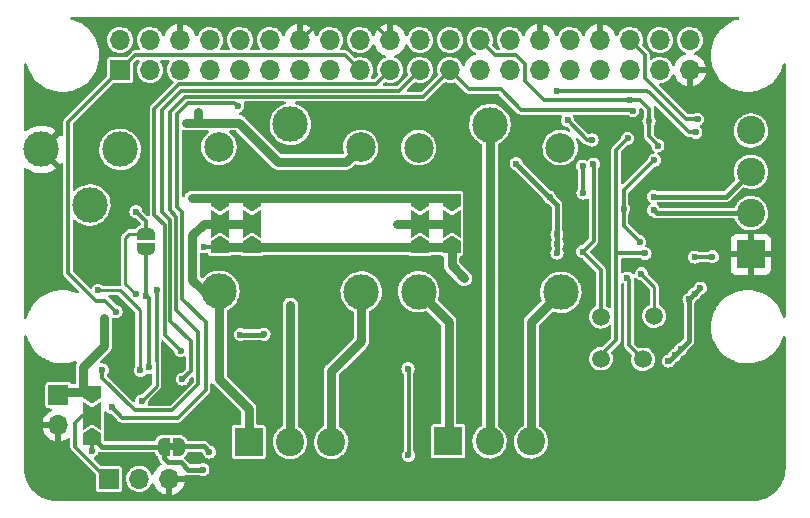
<source format=gbr>
G04 #@! TF.GenerationSoftware,KiCad,Pcbnew,(6.0.0)*
G04 #@! TF.CreationDate,2023-01-15T16:22:46+02:00*
G04 #@! TF.ProjectId,Pi HAT,50692048-4154-42e6-9b69-6361645f7063,0.0*
G04 #@! TF.SameCoordinates,Original*
G04 #@! TF.FileFunction,Copper,L2,Bot*
G04 #@! TF.FilePolarity,Positive*
%FSLAX46Y46*%
G04 Gerber Fmt 4.6, Leading zero omitted, Abs format (unit mm)*
G04 Created by KiCad (PCBNEW (6.0.0)) date 2023-01-15 16:22:46*
%MOMM*%
%LPD*%
G01*
G04 APERTURE LIST*
G04 Aperture macros list*
%AMFreePoly0*
4,1,6,1.000000,0.000000,0.500000,-0.750000,-0.500000,-0.750000,-0.500000,0.750000,0.500000,0.750000,1.000000,0.000000,1.000000,0.000000,$1*%
%AMFreePoly1*
4,1,7,0.700000,0.000000,1.200000,-0.750000,-1.200000,-0.750000,-0.700000,0.000000,-1.200000,0.750000,1.200000,0.750000,0.700000,0.000000,0.700000,0.000000,$1*%
%AMFreePoly2*
4,1,22,0.500000,-0.750000,0.000000,-0.750000,0.000000,-0.745033,-0.079941,-0.743568,-0.215256,-0.701293,-0.333266,-0.622738,-0.424486,-0.514219,-0.481581,-0.384460,-0.499164,-0.250000,-0.500000,-0.250000,-0.500000,0.250000,-0.499164,0.250000,-0.499963,0.256109,-0.478152,0.396186,-0.417904,0.524511,-0.324060,0.630769,-0.204165,0.706417,-0.067858,0.745374,0.000000,0.744959,0.000000,0.750000,
0.500000,0.750000,0.500000,-0.750000,0.500000,-0.750000,$1*%
%AMFreePoly3*
4,1,20,0.000000,0.744959,0.073905,0.744508,0.209726,0.703889,0.328688,0.626782,0.421226,0.519385,0.479903,0.390333,0.500000,0.250000,0.500000,-0.250000,0.499851,-0.262216,0.476331,-0.402017,0.414519,-0.529596,0.319384,-0.634700,0.198574,-0.708877,0.061801,-0.746166,0.000000,-0.745033,0.000000,-0.750000,-0.500000,-0.750000,-0.500000,0.750000,0.000000,0.750000,0.000000,0.744959,
0.000000,0.744959,$1*%
G04 Aperture macros list end*
G04 #@! TA.AperFunction,ComponentPad*
%ADD10C,2.400000*%
G04 #@! TD*
G04 #@! TA.AperFunction,ComponentPad*
%ADD11R,2.400000X2.400000*%
G04 #@! TD*
G04 #@! TA.AperFunction,ComponentPad*
%ADD12R,1.700000X1.700000*%
G04 #@! TD*
G04 #@! TA.AperFunction,ComponentPad*
%ADD13O,1.700000X1.700000*%
G04 #@! TD*
G04 #@! TA.AperFunction,ComponentPad*
%ADD14C,3.000000*%
G04 #@! TD*
G04 #@! TA.AperFunction,ComponentPad*
%ADD15C,2.500000*%
G04 #@! TD*
G04 #@! TA.AperFunction,SMDPad,CuDef*
%ADD16C,1.500000*%
G04 #@! TD*
G04 #@! TA.AperFunction,SMDPad,CuDef*
%ADD17FreePoly0,270.000000*%
G04 #@! TD*
G04 #@! TA.AperFunction,SMDPad,CuDef*
%ADD18FreePoly1,270.000000*%
G04 #@! TD*
G04 #@! TA.AperFunction,SMDPad,CuDef*
%ADD19FreePoly0,90.000000*%
G04 #@! TD*
G04 #@! TA.AperFunction,SMDPad,CuDef*
%ADD20FreePoly2,0.000000*%
G04 #@! TD*
G04 #@! TA.AperFunction,SMDPad,CuDef*
%ADD21FreePoly3,0.000000*%
G04 #@! TD*
G04 #@! TA.AperFunction,SMDPad,CuDef*
%ADD22FreePoly1,90.000000*%
G04 #@! TD*
G04 #@! TA.AperFunction,SMDPad,CuDef*
%ADD23FreePoly2,270.000000*%
G04 #@! TD*
G04 #@! TA.AperFunction,SMDPad,CuDef*
%ADD24FreePoly3,270.000000*%
G04 #@! TD*
G04 #@! TA.AperFunction,ViaPad*
%ADD25C,0.600000*%
G04 #@! TD*
G04 #@! TA.AperFunction,ViaPad*
%ADD26C,0.500000*%
G04 #@! TD*
G04 #@! TA.AperFunction,Conductor*
%ADD27C,0.300000*%
G04 #@! TD*
G04 #@! TA.AperFunction,Conductor*
%ADD28C,0.400000*%
G04 #@! TD*
G04 #@! TA.AperFunction,Conductor*
%ADD29C,0.800000*%
G04 #@! TD*
G04 #@! TA.AperFunction,Conductor*
%ADD30C,0.250000*%
G04 #@! TD*
G04 APERTURE END LIST*
G36*
X130501200Y-128011200D02*
G01*
X130001200Y-128011200D01*
X130001200Y-127411200D01*
X130501200Y-127411200D01*
X130501200Y-128011200D01*
G37*
D10*
X179324000Y-100950000D03*
X179324000Y-104450000D03*
X179324000Y-107950000D03*
D11*
X179324000Y-111450000D03*
D12*
X124985000Y-130460000D03*
D13*
X127525000Y-130460000D03*
X130065000Y-130460000D03*
D14*
X140332000Y-100424605D03*
D15*
X134282000Y-102374605D03*
D14*
X134282000Y-114574605D03*
X146332000Y-114624605D03*
D15*
X146282000Y-102374605D03*
D14*
X157232000Y-100457000D03*
D15*
X151182000Y-102407000D03*
D14*
X151182000Y-114607000D03*
X163232000Y-114657000D03*
D15*
X163182000Y-102407000D03*
D12*
X120700000Y-123375000D03*
D13*
X120700000Y-125915000D03*
D11*
X153700000Y-127275000D03*
D10*
X157200000Y-127275000D03*
X160700000Y-127275000D03*
D11*
X136800000Y-127315000D03*
D10*
X140300000Y-127315000D03*
X143800000Y-127315000D03*
D14*
X125911000Y-102558000D03*
X119261000Y-102558000D03*
X123361000Y-107258000D03*
D16*
X166630000Y-116720000D03*
X171130000Y-116660000D03*
D17*
X151327500Y-106850000D03*
D18*
X151327500Y-108850000D03*
D19*
X151327500Y-110850000D03*
D20*
X129601200Y-127711200D03*
D21*
X130901200Y-127711200D03*
D17*
X153984000Y-106839000D03*
D18*
X153984000Y-108839000D03*
D19*
X153984000Y-110839000D03*
D16*
X170190000Y-120330000D03*
D12*
X125902000Y-95838000D03*
D13*
X125902000Y-93298000D03*
X128442000Y-95838000D03*
X128442000Y-93298000D03*
X130982000Y-95838000D03*
X130982000Y-93298000D03*
X133522000Y-95838000D03*
X133522000Y-93298000D03*
X136062000Y-95838000D03*
X136062000Y-93298000D03*
X138602000Y-95838000D03*
X138602000Y-93298000D03*
X141142000Y-95838000D03*
X141142000Y-93298000D03*
X143682000Y-95838000D03*
X143682000Y-93298000D03*
X146222000Y-95838000D03*
X146222000Y-93298000D03*
X148762000Y-95838000D03*
X148762000Y-93298000D03*
X151302000Y-95838000D03*
X151302000Y-93298000D03*
X153842000Y-95838000D03*
X153842000Y-93298000D03*
X156382000Y-95838000D03*
X156382000Y-93298000D03*
X158922000Y-95838000D03*
X158922000Y-93298000D03*
X161462000Y-95838000D03*
X161462000Y-93298000D03*
X164002000Y-95838000D03*
X164002000Y-93298000D03*
X166542000Y-95838000D03*
X166542000Y-93298000D03*
X169082000Y-95838000D03*
X169082000Y-93298000D03*
X171622000Y-95838000D03*
X171622000Y-93298000D03*
X174162000Y-95838000D03*
X174162000Y-93298000D03*
D19*
X123550000Y-127100000D03*
D22*
X123550000Y-125100000D03*
D17*
X123550000Y-123100000D03*
X137050000Y-106830000D03*
D18*
X137050000Y-108830000D03*
D19*
X137050000Y-110830000D03*
D16*
X166630000Y-120270000D03*
D17*
X134366000Y-106839000D03*
D18*
X134366000Y-108839000D03*
D19*
X134366000Y-110839000D03*
D23*
X128100000Y-109700000D03*
D24*
X128100000Y-111000000D03*
D25*
X162290000Y-106600000D03*
X162910000Y-111330000D03*
X159450000Y-103770000D03*
X162920000Y-110550000D03*
X125580000Y-116290000D03*
X162900000Y-109740000D03*
X132930000Y-129670000D03*
X174560000Y-114770000D03*
X155070000Y-113470000D03*
X133050000Y-110800000D03*
X138100000Y-118200000D03*
X175046750Y-114276750D03*
X136100000Y-118250000D03*
X174071750Y-115251750D03*
X172860000Y-119990000D03*
X144660000Y-110860000D03*
X123550000Y-128060000D03*
X132500000Y-100290000D03*
X131530000Y-100280000D03*
X172340000Y-120480000D03*
X173370000Y-119480000D03*
X132500000Y-99400000D03*
X136890000Y-130440000D03*
X119480000Y-113670000D03*
X124360000Y-104240000D03*
X124360000Y-100920000D03*
X164180000Y-117580000D03*
X119750000Y-99850000D03*
X135390000Y-131190000D03*
X125700000Y-128970000D03*
X165500000Y-128330000D03*
X166950000Y-104300000D03*
X164500000Y-125330000D03*
X137640000Y-130440000D03*
X137640000Y-131190000D03*
X120240000Y-130130000D03*
X121740000Y-129380000D03*
X119650000Y-105250000D03*
X165500000Y-127330000D03*
X126600000Y-121150000D03*
X174580000Y-110720000D03*
X136890000Y-131190000D03*
X120990000Y-129380000D03*
X136030000Y-116300000D03*
X120990000Y-130130000D03*
X118600000Y-105250000D03*
X118500000Y-99850000D03*
X120240000Y-129380000D03*
X164500000Y-128330000D03*
X165120000Y-118650000D03*
X123400000Y-112300000D03*
X164500000Y-124330000D03*
X138390000Y-130440000D03*
X136030000Y-117050000D03*
X135390000Y-130440000D03*
X164500000Y-127330000D03*
X130000000Y-120150000D03*
X138390000Y-131190000D03*
X165500000Y-126330000D03*
X165500000Y-124330000D03*
X164500000Y-126330000D03*
X165500000Y-125330000D03*
X175310000Y-104810000D03*
X118730000Y-113670000D03*
X136140000Y-130440000D03*
X136140000Y-131190000D03*
X119480000Y-114420000D03*
D26*
X170830000Y-108980000D03*
D25*
X118730000Y-114420000D03*
X164650000Y-118115000D03*
X124200000Y-92000000D03*
X121740000Y-130130000D03*
X150290000Y-121130000D03*
X150330000Y-128460000D03*
X165090000Y-103950000D03*
X165100000Y-106260000D03*
X174550000Y-111670000D03*
X176070011Y-111650000D03*
X170370000Y-111360000D03*
X168890000Y-101630000D03*
X171083000Y-107696000D03*
X171083000Y-106553000D03*
X149340000Y-108860000D03*
X140332000Y-115748000D03*
X140332000Y-116938000D03*
X140332000Y-118068000D03*
X133480000Y-128180000D03*
X127270000Y-114810000D03*
X127260000Y-107820000D03*
X127750000Y-123850000D03*
X129010000Y-114490000D03*
X127643089Y-121255995D03*
X124050000Y-114480000D03*
X128140000Y-114980000D03*
X128400500Y-121000000D03*
X165870000Y-101760000D03*
X163800000Y-100090000D03*
X131050000Y-119600000D03*
X131200000Y-122000000D03*
X174669266Y-101097553D03*
X162900000Y-97590500D03*
X169330000Y-99280000D03*
X124405300Y-121230000D03*
X135880000Y-98890000D03*
X125200000Y-124400000D03*
X171450000Y-102235000D03*
X169080000Y-98340000D03*
X170700000Y-100150000D03*
X165070000Y-111210000D03*
X165990000Y-103800000D03*
X170040000Y-113090000D03*
X168559500Y-107570000D03*
X169900000Y-110380000D03*
X171150000Y-103460000D03*
X168850000Y-113450000D03*
X174820000Y-100000000D03*
X124560000Y-118830000D03*
X133100000Y-106700000D03*
X124560000Y-117770000D03*
X124560000Y-116860000D03*
X132000000Y-106700000D03*
D27*
X123850000Y-115380000D02*
X124670000Y-115380000D01*
X125902000Y-95838000D02*
X121511489Y-100228511D01*
X127160000Y-94580000D02*
X144964000Y-94580000D01*
X121511489Y-113041489D02*
X123850000Y-115380000D01*
X124670000Y-115380000D02*
X125580000Y-116290000D01*
D28*
X159450000Y-103770000D02*
X162910000Y-107230000D01*
D27*
X144964000Y-94580000D02*
X146222000Y-95838000D01*
D28*
X162910000Y-107230000D02*
X162910000Y-111330000D01*
D27*
X125902000Y-95838000D02*
X127160000Y-94580000D01*
X121511489Y-100228511D02*
X121511489Y-113041489D01*
D28*
X129601200Y-128651200D02*
X129601200Y-127711200D01*
D29*
X144751000Y-110839000D02*
X136966000Y-110839000D01*
D28*
X124361200Y-127711200D02*
X129601200Y-127711200D01*
X173370000Y-119480000D02*
X174071750Y-118778250D01*
D29*
X134366000Y-110839000D02*
X136966000Y-110839000D01*
D28*
X132920000Y-129660000D02*
X131660000Y-129660000D01*
X174071750Y-118778250D02*
X174071750Y-115251750D01*
D27*
X123550000Y-127100000D02*
X123650000Y-127000000D01*
D28*
X131660000Y-129660000D02*
X131050000Y-129050000D01*
D29*
X151327500Y-110850000D02*
X144762000Y-110850000D01*
D27*
X133050000Y-110800000D02*
X133089000Y-110839000D01*
D28*
X172830000Y-120020000D02*
X173370000Y-119480000D01*
X138100000Y-118200000D02*
X138050000Y-118250000D01*
D29*
X145032001Y-103624604D02*
X146282000Y-102374605D01*
X155070000Y-113470000D02*
X153984000Y-112384000D01*
X135970000Y-100280000D02*
X139314604Y-103624604D01*
D28*
X131050000Y-129050000D02*
X130000000Y-129050000D01*
X175046750Y-114276750D02*
X174071750Y-115251750D01*
X123650000Y-127000000D02*
X124361200Y-127711200D01*
D29*
X139314604Y-103624604D02*
X145032001Y-103624604D01*
X132500000Y-100290000D02*
X132500000Y-99400000D01*
D27*
X123550000Y-128060000D02*
X123550000Y-127100000D01*
D29*
X151384000Y-110839000D02*
X153984000Y-110839000D01*
D28*
X132930000Y-129670000D02*
X132920000Y-129660000D01*
X130000000Y-129050000D02*
X129601200Y-128651200D01*
D29*
X153984000Y-112384000D02*
X153984000Y-110839000D01*
D27*
X172340000Y-120480000D02*
X172370000Y-120480000D01*
D28*
X138050000Y-118250000D02*
X136100000Y-118250000D01*
D29*
X131530000Y-100280000D02*
X135970000Y-100280000D01*
D27*
X133089000Y-110839000D02*
X134366000Y-110839000D01*
D28*
X172370000Y-120480000D02*
X172830000Y-120020000D01*
D30*
X141142000Y-93298000D02*
X142550000Y-91890000D01*
X147354000Y-91890000D02*
X148762000Y-93298000D01*
X142550000Y-91890000D02*
X147354000Y-91890000D01*
D27*
X150330000Y-128460000D02*
X150340000Y-128450000D01*
X150340000Y-128450000D02*
X150340000Y-121180000D01*
X150340000Y-121180000D02*
X150290000Y-121130000D01*
X165090000Y-103950000D02*
X165100000Y-103960000D01*
X165100000Y-103960000D02*
X165100000Y-106260000D01*
X176070011Y-111650000D02*
X176050011Y-111670000D01*
X176050011Y-111670000D02*
X174550000Y-111670000D01*
X170370000Y-111360000D02*
X170360000Y-111350000D01*
X166630000Y-120270000D02*
X166630000Y-119995386D01*
X167910000Y-111350000D02*
X167910000Y-109882011D01*
X168890000Y-101630000D02*
X167910000Y-102610000D01*
X166630000Y-119995386D02*
X167910000Y-118715386D01*
X170360000Y-111350000D02*
X167910000Y-111350000D01*
X167910000Y-102610000D02*
X167910000Y-109882011D01*
X167910000Y-118715386D02*
X167910000Y-111350000D01*
D28*
X171337000Y-107950000D02*
X179324000Y-107950000D01*
X171083000Y-107696000D02*
X171337000Y-107950000D01*
X171083000Y-106553000D02*
X177221000Y-106553000D01*
X177221000Y-106553000D02*
X179324000Y-104450000D01*
D29*
X149350000Y-108850000D02*
X151327500Y-108850000D01*
X151327500Y-108850000D02*
X153973000Y-108850000D01*
X153973000Y-108850000D02*
X153984000Y-108839000D01*
X153726000Y-127249000D02*
X153700000Y-127275000D01*
X153726000Y-117151000D02*
X153726000Y-127249000D01*
X149340000Y-108860000D02*
X149350000Y-108850000D01*
X151182000Y-114607000D02*
X153726000Y-117151000D01*
X157232000Y-100457000D02*
X157232000Y-127239000D01*
X157232000Y-127239000D02*
X157226000Y-127245000D01*
X163232000Y-114657000D02*
X160726000Y-117163000D01*
X160726000Y-117163000D02*
X160726000Y-127245000D01*
X136966000Y-108839000D02*
X134366000Y-108839000D01*
X133024605Y-114574605D02*
X132040000Y-113590000D01*
X132040000Y-109840000D02*
X133041000Y-108839000D01*
X134282000Y-114574605D02*
X134282000Y-121982000D01*
X133041000Y-108839000D02*
X134366000Y-108839000D01*
X136804400Y-124504400D02*
X136804400Y-127304800D01*
X134282000Y-121982000D02*
X136804400Y-124504400D01*
X132040000Y-113590000D02*
X132040000Y-109840000D01*
X134282000Y-114574605D02*
X133024605Y-114574605D01*
X140332000Y-115748000D02*
X140332000Y-127277200D01*
X143804400Y-127304800D02*
X143804400Y-121345600D01*
X146332000Y-118818000D02*
X146332000Y-114624605D01*
X143804400Y-121345600D02*
X146332000Y-118818000D01*
D27*
X122700000Y-125100000D02*
X123550000Y-125100000D01*
X122100000Y-127725000D02*
X122100000Y-125700000D01*
X124975000Y-130600000D02*
X122100000Y-127725000D01*
X122100000Y-125700000D02*
X122700000Y-125100000D01*
D28*
X133480000Y-128180000D02*
X133000000Y-127700000D01*
X133000000Y-127700000D02*
X130912400Y-127700000D01*
X130912400Y-127700000D02*
X130901200Y-127711200D01*
D30*
X126370000Y-113910000D02*
X126370000Y-110030000D01*
D27*
X127270000Y-107820000D02*
X128100000Y-108650000D01*
D30*
X126700000Y-109700000D02*
X128100000Y-109700000D01*
D27*
X128100000Y-108650000D02*
X128100000Y-109700000D01*
X127260000Y-107820000D02*
X127270000Y-107820000D01*
D30*
X126370000Y-110030000D02*
X126700000Y-109700000D01*
X127270000Y-114810000D02*
X126370000Y-113910000D01*
X129025011Y-122574989D02*
X129025011Y-120485011D01*
X129025011Y-120485011D02*
X129010000Y-120470000D01*
X127750000Y-123850000D02*
X129025011Y-122574989D01*
D27*
X129010000Y-114490000D02*
X129010000Y-120470000D01*
D30*
X124070000Y-114500000D02*
X124050000Y-114480000D01*
X127581318Y-116181318D02*
X125900000Y-114500000D01*
X127581318Y-121194224D02*
X127581318Y-116181318D01*
X125900000Y-114500000D02*
X124070000Y-114500000D01*
X127643089Y-121255995D02*
X127581318Y-121194224D01*
D27*
X128140000Y-114980000D02*
X128100000Y-114940000D01*
X128100000Y-114940000D02*
X128100000Y-111000000D01*
X128330000Y-120929500D02*
X128400500Y-121000000D01*
X128330000Y-115170000D02*
X128330000Y-120929500D01*
X128140000Y-114980000D02*
X128330000Y-115170000D01*
X128810000Y-99140000D02*
X130912489Y-97037511D01*
X129680000Y-108980000D02*
X128810000Y-108110000D01*
X165870000Y-101760000D02*
X165470000Y-101760000D01*
X165470000Y-101760000D02*
X163800000Y-100090000D01*
X131050000Y-119600000D02*
X129680000Y-118230000D01*
X128810000Y-108110000D02*
X128810000Y-99140000D01*
X129680000Y-118230000D02*
X129680000Y-108980000D01*
X130912489Y-97037511D02*
X147562489Y-97037511D01*
X147562489Y-97037511D02*
X148762000Y-95838000D01*
X174077553Y-101097553D02*
X171455000Y-98475000D01*
X174669266Y-101097553D02*
X174077553Y-101097553D01*
X130179520Y-117069550D02*
X130179520Y-108559520D01*
X129440000Y-99216429D02*
X131065949Y-97590480D01*
X171455000Y-98475000D02*
X170760000Y-97780000D01*
X131900000Y-121300000D02*
X131900000Y-118790030D01*
X149549520Y-97590480D02*
X151302000Y-95838000D01*
X170760000Y-97780000D02*
X170570489Y-97590489D01*
X131065949Y-97590480D02*
X149549520Y-97590480D01*
X130179520Y-108559520D02*
X129440000Y-107820000D01*
X131900000Y-118790030D02*
X130179520Y-117069550D01*
X129440000Y-107820000D02*
X129440000Y-99216429D01*
X131200000Y-122000000D02*
X131900000Y-121300000D01*
X162900011Y-97590489D02*
X162900000Y-97590500D01*
X170570489Y-97590489D02*
X162900011Y-97590489D01*
X124405300Y-121905300D02*
X127150000Y-124650000D01*
X151590000Y-98090000D02*
X153842000Y-95838000D01*
X131380000Y-98090000D02*
X151590000Y-98090000D01*
X132550000Y-118000000D02*
X130680000Y-116130000D01*
X130680000Y-108270000D02*
X130100000Y-107690000D01*
X169330000Y-99280000D02*
X169270000Y-99220000D01*
X132550000Y-122450000D02*
X132550000Y-118000000D01*
X158130000Y-97470000D02*
X155474000Y-97470000D01*
X130100000Y-99370000D02*
X131380000Y-98090000D01*
X130350000Y-124650000D02*
X132550000Y-122450000D01*
X159880000Y-99220000D02*
X158130000Y-97470000D01*
X130100000Y-107690000D02*
X130100000Y-99370000D01*
X169270000Y-99220000D02*
X159880000Y-99220000D01*
X155474000Y-97470000D02*
X153842000Y-95838000D01*
X130680000Y-116130000D02*
X130680000Y-108270000D01*
X124405300Y-121230000D02*
X124405300Y-121905300D01*
X127150000Y-124650000D02*
X130350000Y-124650000D01*
X130800000Y-125300000D02*
X133150000Y-122950000D01*
X131180000Y-115180000D02*
X131180000Y-107858928D01*
X125200000Y-124400000D02*
X126100000Y-125300000D01*
X133150000Y-117150000D02*
X131180000Y-115180000D01*
X131649906Y-98600094D02*
X135590094Y-98600094D01*
X130724520Y-107403448D02*
X130724520Y-99525480D01*
X133150000Y-122950000D02*
X133150000Y-117150000D01*
X126100000Y-125300000D02*
X130800000Y-125300000D01*
X131180000Y-107858928D02*
X130724520Y-107403448D01*
X135590094Y-98600094D02*
X135880000Y-98890000D01*
X130724520Y-99525480D02*
X131649906Y-98600094D01*
X161790000Y-98340000D02*
X160190000Y-96740000D01*
X170700000Y-101460000D02*
X171450000Y-102210000D01*
X170700000Y-100150000D02*
X170700000Y-99110030D01*
X170700000Y-99110030D02*
X169929970Y-98340000D01*
X169080000Y-98340000D02*
X161790000Y-98340000D01*
X171450000Y-102210000D02*
X171450000Y-102235000D01*
X157644000Y-94560000D02*
X156382000Y-93298000D01*
X169929970Y-98340000D02*
X169080000Y-98340000D01*
X160190000Y-96740000D02*
X160190000Y-95330000D01*
X159420000Y-94560000D02*
X157644000Y-94560000D01*
X170700000Y-100150000D02*
X170700000Y-101460000D01*
X160190000Y-95330000D02*
X159420000Y-94560000D01*
X166000000Y-103810000D02*
X166000000Y-110280000D01*
X165990000Y-103800000D02*
X166000000Y-103810000D01*
X165070000Y-111210000D02*
X166630000Y-112770000D01*
X166630000Y-112770000D02*
X166630000Y-116720000D01*
X166000000Y-110280000D02*
X165070000Y-111210000D01*
X169900000Y-110380000D02*
X168559500Y-109039500D01*
D30*
X171130000Y-114180000D02*
X171130000Y-116660000D01*
D27*
X168559500Y-109039500D02*
X168559500Y-107570000D01*
D30*
X170040000Y-113090000D02*
X171130000Y-114180000D01*
D27*
X168559500Y-106014500D02*
X168559500Y-107570000D01*
X171114000Y-103460000D02*
X168559500Y-106014500D01*
X171150000Y-103460000D02*
X171114000Y-103460000D01*
X168850000Y-113450000D02*
X168990000Y-113590000D01*
X168990000Y-119130000D02*
X170190000Y-120330000D01*
X168990000Y-113590000D02*
X168990000Y-119130000D01*
X170350000Y-94566000D02*
X169082000Y-93298000D01*
X174820000Y-100000000D02*
X173860000Y-100000000D01*
X170350000Y-96490000D02*
X170350000Y-94566000D01*
X173860000Y-100000000D02*
X170350000Y-96490000D01*
D29*
X120975000Y-123100000D02*
X120700000Y-123375000D01*
X122800000Y-122700000D02*
X122800000Y-121000000D01*
X133100000Y-106700000D02*
X153845000Y-106700000D01*
X132000000Y-106700000D02*
X133100000Y-106700000D01*
X124560000Y-119240000D02*
X124560000Y-116840000D01*
X153845000Y-106700000D02*
X153984000Y-106839000D01*
X123550000Y-123100000D02*
X120975000Y-123100000D01*
X122800000Y-121000000D02*
X124560000Y-119240000D01*
G04 #@! TA.AperFunction,Conductor*
G36*
X178287573Y-91338002D02*
G01*
X178334066Y-91391658D01*
X178344170Y-91461932D01*
X178314676Y-91526512D01*
X178254711Y-91564966D01*
X177995341Y-91640566D01*
X177670610Y-91776737D01*
X177516996Y-91862765D01*
X177366498Y-91947047D01*
X177366493Y-91947050D01*
X177363381Y-91948793D01*
X177360485Y-91950878D01*
X177360480Y-91950881D01*
X177315880Y-91982989D01*
X177077605Y-92154523D01*
X177074969Y-92156917D01*
X177074967Y-92156919D01*
X176852303Y-92359172D01*
X176816954Y-92391281D01*
X176584781Y-92656023D01*
X176582749Y-92658952D01*
X176582746Y-92658956D01*
X176553461Y-92701171D01*
X176384071Y-92945347D01*
X176382380Y-92948494D01*
X176382377Y-92948499D01*
X176321017Y-93062696D01*
X176217402Y-93255532D01*
X176086919Y-93582590D01*
X175994299Y-93922317D01*
X175993757Y-93925839D01*
X175941390Y-94266072D01*
X175940732Y-94270345D01*
X175940592Y-94273909D01*
X175927875Y-94597599D01*
X175926908Y-94622200D01*
X175938938Y-94784083D01*
X175952099Y-94961174D01*
X175953004Y-94973358D01*
X176018684Y-95319304D01*
X176019742Y-95322713D01*
X176019744Y-95322719D01*
X176043536Y-95399342D01*
X176123104Y-95655592D01*
X176264921Y-95977897D01*
X176442313Y-96282076D01*
X176652999Y-96564219D01*
X176655443Y-96566817D01*
X176655448Y-96566823D01*
X176891820Y-96818093D01*
X176894270Y-96820697D01*
X176957401Y-96874141D01*
X177150021Y-97037206D01*
X177163024Y-97048214D01*
X177165988Y-97050194D01*
X177165990Y-97050196D01*
X177452830Y-97241856D01*
X177455807Y-97243845D01*
X177458989Y-97245484D01*
X177458991Y-97245485D01*
X177765670Y-97403436D01*
X177765675Y-97403438D01*
X177768853Y-97405075D01*
X177772194Y-97406341D01*
X177772199Y-97406343D01*
X177900575Y-97454980D01*
X178098139Y-97529830D01*
X178101603Y-97530710D01*
X178101607Y-97530711D01*
X178435963Y-97615627D01*
X178435971Y-97615629D01*
X178439430Y-97616507D01*
X178611152Y-97639878D01*
X178785347Y-97663585D01*
X178785354Y-97663586D01*
X178788340Y-97663992D01*
X178903081Y-97668500D01*
X179121198Y-97668500D01*
X179262756Y-97660462D01*
X179379992Y-97653805D01*
X179379999Y-97653804D01*
X179383560Y-97653602D01*
X179521883Y-97629834D01*
X179727082Y-97594575D01*
X179727090Y-97594573D01*
X179730600Y-97593970D01*
X179734025Y-97592972D01*
X179734028Y-97592971D01*
X180065221Y-97496436D01*
X180068659Y-97495434D01*
X180118808Y-97474405D01*
X180390092Y-97360646D01*
X180393390Y-97359263D01*
X180596556Y-97245485D01*
X180697502Y-97188953D01*
X180697507Y-97188950D01*
X180700619Y-97187207D01*
X180703515Y-97185122D01*
X180703520Y-97185119D01*
X180871376Y-97064279D01*
X180986395Y-96981477D01*
X180989847Y-96978342D01*
X181244405Y-96747118D01*
X181244406Y-96747117D01*
X181247046Y-96744719D01*
X181479219Y-96479977D01*
X181497101Y-96454201D01*
X181609231Y-96292564D01*
X181679929Y-96190653D01*
X181730908Y-96095778D01*
X181844902Y-95883624D01*
X181846598Y-95880468D01*
X181977081Y-95553410D01*
X182033650Y-95345918D01*
X182070864Y-95285458D01*
X182134859Y-95254716D01*
X182205317Y-95263452D01*
X182259866Y-95308893D01*
X182281212Y-95379137D01*
X182268405Y-116704550D01*
X182248362Y-116772658D01*
X182194678Y-116819119D01*
X182124398Y-116829181D01*
X182059835Y-116799649D01*
X182022072Y-116741838D01*
X182011744Y-116708577D01*
X181940896Y-116480408D01*
X181901706Y-116391341D01*
X181800522Y-116161382D01*
X181800520Y-116161379D01*
X181799079Y-116158103D01*
X181621687Y-115853924D01*
X181411001Y-115571781D01*
X181408557Y-115569183D01*
X181408552Y-115569177D01*
X181172180Y-115317907D01*
X181172176Y-115317904D01*
X181169730Y-115315303D01*
X181022926Y-115191024D01*
X180903698Y-115090090D01*
X180903694Y-115090087D01*
X180900976Y-115087786D01*
X180871046Y-115067787D01*
X180611170Y-114894144D01*
X180611168Y-114894143D01*
X180608193Y-114892155D01*
X180576479Y-114875821D01*
X180298330Y-114732564D01*
X180298325Y-114732562D01*
X180295147Y-114730925D01*
X180291806Y-114729659D01*
X180291801Y-114729657D01*
X179969205Y-114607437D01*
X179969206Y-114607437D01*
X179965861Y-114606170D01*
X179962397Y-114605290D01*
X179962393Y-114605289D01*
X179628037Y-114520373D01*
X179628029Y-114520371D01*
X179624570Y-114519493D01*
X179425313Y-114492375D01*
X179278653Y-114472415D01*
X179278646Y-114472414D01*
X179275660Y-114472008D01*
X179160919Y-114467500D01*
X178942802Y-114467500D01*
X178801244Y-114475538D01*
X178684008Y-114482195D01*
X178684001Y-114482196D01*
X178680440Y-114482398D01*
X178542117Y-114506166D01*
X178336918Y-114541425D01*
X178336910Y-114541427D01*
X178333400Y-114542030D01*
X178329975Y-114543028D01*
X178329972Y-114543029D01*
X178121303Y-114603851D01*
X177995341Y-114640566D01*
X177992039Y-114641951D01*
X177992038Y-114641951D01*
X177856299Y-114698871D01*
X177670610Y-114776737D01*
X177552069Y-114843123D01*
X177366498Y-114947047D01*
X177366493Y-114947050D01*
X177363381Y-114948793D01*
X177360485Y-114950878D01*
X177360480Y-114950881D01*
X177213761Y-115056504D01*
X177077605Y-115154523D01*
X177074969Y-115156917D01*
X177074967Y-115156919D01*
X176848522Y-115362607D01*
X176816954Y-115391281D01*
X176584781Y-115656023D01*
X176582749Y-115658952D01*
X176582746Y-115658956D01*
X176534943Y-115727864D01*
X176384071Y-115945347D01*
X176382380Y-115948494D01*
X176382377Y-115948499D01*
X176335472Y-116035793D01*
X176217402Y-116255532D01*
X176216075Y-116258857D01*
X176216075Y-116258858D01*
X176211858Y-116269429D01*
X176086919Y-116582590D01*
X175994299Y-116922317D01*
X175993757Y-116925839D01*
X175946303Y-117234153D01*
X175940732Y-117270345D01*
X175940592Y-117273909D01*
X175928517Y-117581257D01*
X175926908Y-117622200D01*
X175953004Y-117973358D01*
X176018684Y-118319304D01*
X176019742Y-118322713D01*
X176019744Y-118322719D01*
X176062986Y-118461980D01*
X176123104Y-118655592D01*
X176124545Y-118658867D01*
X176261660Y-118970485D01*
X176264921Y-118977897D01*
X176442313Y-119282076D01*
X176652999Y-119564219D01*
X176655443Y-119566817D01*
X176655448Y-119566823D01*
X176841102Y-119764178D01*
X176894270Y-119820697D01*
X176969257Y-119884178D01*
X177128584Y-120019058D01*
X177163024Y-120048214D01*
X177165988Y-120050194D01*
X177165990Y-120050196D01*
X177405160Y-120210004D01*
X177455807Y-120243845D01*
X177458989Y-120245484D01*
X177458991Y-120245485D01*
X177765670Y-120403436D01*
X177765675Y-120403438D01*
X177768853Y-120405075D01*
X177772194Y-120406341D01*
X177772199Y-120406343D01*
X177991022Y-120489247D01*
X178098139Y-120529830D01*
X178101603Y-120530710D01*
X178101607Y-120530711D01*
X178435963Y-120615627D01*
X178435971Y-120615629D01*
X178439430Y-120616507D01*
X178569207Y-120634169D01*
X178785347Y-120663585D01*
X178785354Y-120663586D01*
X178788340Y-120663992D01*
X178903081Y-120668500D01*
X179121198Y-120668500D01*
X179262756Y-120660462D01*
X179379992Y-120653805D01*
X179379999Y-120653804D01*
X179383560Y-120653602D01*
X179551301Y-120624779D01*
X179727082Y-120594575D01*
X179727090Y-120594573D01*
X179730600Y-120593970D01*
X179734025Y-120592972D01*
X179734028Y-120592971D01*
X180031006Y-120506409D01*
X180068659Y-120495434D01*
X180337688Y-120382621D01*
X180390092Y-120360646D01*
X180393390Y-120359263D01*
X180596556Y-120245485D01*
X180697502Y-120188953D01*
X180697507Y-120188950D01*
X180700619Y-120187207D01*
X180703515Y-120185122D01*
X180703520Y-120185119D01*
X180874900Y-120061742D01*
X180986395Y-119981477D01*
X181006625Y-119963102D01*
X181244405Y-119747118D01*
X181244406Y-119747117D01*
X181247046Y-119744719D01*
X181456416Y-119505979D01*
X181476868Y-119482658D01*
X181476869Y-119482656D01*
X181479219Y-119479977D01*
X181483584Y-119473686D01*
X181586562Y-119325242D01*
X181679929Y-119190653D01*
X181683765Y-119183515D01*
X181785877Y-118993475D01*
X181846598Y-118880468D01*
X181977081Y-118553410D01*
X182019806Y-118396697D01*
X182057021Y-118336236D01*
X182121017Y-118305494D01*
X182191474Y-118314230D01*
X182246023Y-118359671D01*
X182267369Y-118429914D01*
X182260710Y-129518660D01*
X182260703Y-129529585D01*
X182258302Y-129553032D01*
X182258295Y-129554043D01*
X182255788Y-129566195D01*
X182258123Y-129578382D01*
X182258035Y-129590794D01*
X182257808Y-129590792D01*
X182258479Y-129601388D01*
X182252339Y-129699220D01*
X182242656Y-129853521D01*
X182241833Y-129866629D01*
X182240180Y-129880531D01*
X182199379Y-130112838D01*
X182189328Y-130170061D01*
X182186144Y-130183696D01*
X182103474Y-130465818D01*
X182098795Y-130479016D01*
X181985340Y-130750200D01*
X181979227Y-130762797D01*
X181836373Y-131019734D01*
X181828899Y-131031575D01*
X181658423Y-131271068D01*
X181649689Y-131281999D01*
X181453676Y-131501114D01*
X181443794Y-131510996D01*
X181224679Y-131707009D01*
X181213748Y-131715743D01*
X180974255Y-131886219D01*
X180962414Y-131893693D01*
X180705477Y-132036547D01*
X180692880Y-132042660D01*
X180421696Y-132156115D01*
X180408498Y-132160794D01*
X180126376Y-132243464D01*
X180112741Y-132246648D01*
X179823211Y-132297500D01*
X179809312Y-132299153D01*
X179736973Y-132303693D01*
X179544068Y-132315799D01*
X179533472Y-132315128D01*
X179533474Y-132315355D01*
X179521063Y-132315443D01*
X179508875Y-132313108D01*
X179496722Y-132315615D01*
X179495588Y-132315623D01*
X179472298Y-132318000D01*
X120569034Y-132318000D01*
X120544453Y-132315579D01*
X120544173Y-132315523D01*
X120544171Y-132315523D01*
X120532000Y-132313102D01*
X120519827Y-132315524D01*
X120507419Y-132315524D01*
X120507419Y-132315282D01*
X120496835Y-132316025D01*
X120326458Y-132306457D01*
X120231157Y-132301104D01*
X120217126Y-132299523D01*
X119927043Y-132250237D01*
X119913274Y-132247095D01*
X119630523Y-132165635D01*
X119617202Y-132160974D01*
X119345353Y-132048370D01*
X119332630Y-132042243D01*
X119219961Y-131979973D01*
X119075108Y-131899915D01*
X119063144Y-131892398D01*
X118823172Y-131722129D01*
X118812125Y-131713319D01*
X118592733Y-131517258D01*
X118582742Y-131507267D01*
X118386681Y-131287875D01*
X118377871Y-131276828D01*
X118207602Y-131036856D01*
X118200085Y-131024892D01*
X118088683Y-130823326D01*
X118057757Y-130767370D01*
X118051628Y-130754643D01*
X118040405Y-130727548D01*
X117939026Y-130482798D01*
X117934365Y-130469477D01*
X117852905Y-130186726D01*
X117849762Y-130172953D01*
X117849271Y-130170061D01*
X117800477Y-129882874D01*
X117798895Y-129868838D01*
X117783975Y-129603165D01*
X117784718Y-129592581D01*
X117784476Y-129592581D01*
X117784476Y-129580173D01*
X117786898Y-129568000D01*
X117784421Y-129555547D01*
X117782000Y-129530966D01*
X117782000Y-126182966D01*
X119368257Y-126182966D01*
X119398565Y-126317446D01*
X119401645Y-126327275D01*
X119481770Y-126524603D01*
X119486413Y-126533794D01*
X119597694Y-126715388D01*
X119603777Y-126723699D01*
X119743213Y-126884667D01*
X119750580Y-126891883D01*
X119914434Y-127027916D01*
X119922881Y-127033831D01*
X120106756Y-127141279D01*
X120116042Y-127145729D01*
X120315001Y-127221703D01*
X120324899Y-127224579D01*
X120428250Y-127245606D01*
X120442299Y-127244410D01*
X120446000Y-127234065D01*
X120446000Y-126187115D01*
X120441525Y-126171876D01*
X120440135Y-126170671D01*
X120432452Y-126169000D01*
X119383225Y-126169000D01*
X119369694Y-126172973D01*
X119368257Y-126182966D01*
X117782000Y-126182966D01*
X117782000Y-118387743D01*
X117802002Y-118319622D01*
X117855658Y-118273129D01*
X117925932Y-118263025D01*
X117990512Y-118292519D01*
X118028333Y-118350379D01*
X118123104Y-118655592D01*
X118124545Y-118658867D01*
X118261660Y-118970485D01*
X118264921Y-118977897D01*
X118442313Y-119282076D01*
X118652999Y-119564219D01*
X118655443Y-119566817D01*
X118655448Y-119566823D01*
X118841102Y-119764178D01*
X118894270Y-119820697D01*
X118969257Y-119884178D01*
X119128584Y-120019058D01*
X119163024Y-120048214D01*
X119165988Y-120050194D01*
X119165990Y-120050196D01*
X119405160Y-120210004D01*
X119455807Y-120243845D01*
X119458989Y-120245484D01*
X119458991Y-120245485D01*
X119765670Y-120403436D01*
X119765675Y-120403438D01*
X119768853Y-120405075D01*
X119772194Y-120406341D01*
X119772199Y-120406343D01*
X119991022Y-120489247D01*
X120098139Y-120529830D01*
X120101603Y-120530710D01*
X120101607Y-120530711D01*
X120435963Y-120615627D01*
X120435971Y-120615629D01*
X120439430Y-120616507D01*
X120569207Y-120634169D01*
X120785347Y-120663585D01*
X120785354Y-120663586D01*
X120788340Y-120663992D01*
X120903081Y-120668500D01*
X121121198Y-120668500D01*
X121262756Y-120660462D01*
X121379992Y-120653805D01*
X121379999Y-120653804D01*
X121383560Y-120653602D01*
X121551301Y-120624779D01*
X121727082Y-120594575D01*
X121727090Y-120594573D01*
X121730600Y-120593970D01*
X121734025Y-120592972D01*
X121734028Y-120592971D01*
X122031006Y-120506409D01*
X122068659Y-120495434D01*
X122075732Y-120492468D01*
X122146289Y-120484573D01*
X122209913Y-120516077D01*
X122246404Y-120576978D01*
X122244177Y-120647940D01*
X122236231Y-120665471D01*
X122235638Y-120666236D01*
X122222399Y-120696831D01*
X122217546Y-120708045D01*
X122212330Y-120718693D01*
X122190373Y-120758632D01*
X122188402Y-120766311D01*
X122188401Y-120766312D01*
X122185133Y-120779041D01*
X122178727Y-120797750D01*
X122173512Y-120809800D01*
X122173510Y-120809805D01*
X122170365Y-120817074D01*
X122166076Y-120844153D01*
X122163239Y-120862065D01*
X122160831Y-120873690D01*
X122151472Y-120910140D01*
X122151471Y-120910145D01*
X122149500Y-120917823D01*
X122149500Y-120938884D01*
X122147949Y-120958596D01*
X122144653Y-120979405D01*
X122145399Y-120987296D01*
X122148941Y-121024765D01*
X122149500Y-121036623D01*
X122149500Y-122323500D01*
X122129498Y-122391621D01*
X122075842Y-122438114D01*
X122023500Y-122449500D01*
X121868175Y-122449500D01*
X121800054Y-122429498D01*
X121763409Y-122393501D01*
X121758091Y-122385541D01*
X121730601Y-122344399D01*
X121647740Y-122289034D01*
X121574674Y-122274500D01*
X119825326Y-122274500D01*
X119752260Y-122289034D01*
X119669399Y-122344399D01*
X119614034Y-122427260D01*
X119599500Y-122500326D01*
X119599500Y-124249674D01*
X119614034Y-124322740D01*
X119620928Y-124333057D01*
X119620928Y-124333058D01*
X119626463Y-124341342D01*
X119669399Y-124405601D01*
X119752260Y-124460966D01*
X119825326Y-124475500D01*
X120009184Y-124475500D01*
X120077305Y-124495502D01*
X120123798Y-124549158D01*
X120133902Y-124619432D01*
X120104408Y-124684012D01*
X120067365Y-124713263D01*
X119978458Y-124759545D01*
X119969738Y-124765036D01*
X119799433Y-124892905D01*
X119791726Y-124899748D01*
X119644590Y-125053717D01*
X119638104Y-125061727D01*
X119518098Y-125237649D01*
X119513000Y-125246623D01*
X119423338Y-125439783D01*
X119419775Y-125449470D01*
X119364389Y-125649183D01*
X119365912Y-125657607D01*
X119378292Y-125661000D01*
X120828000Y-125661000D01*
X120896121Y-125681002D01*
X120942614Y-125734658D01*
X120954000Y-125787000D01*
X120954000Y-127233517D01*
X120958064Y-127247359D01*
X120971478Y-127249393D01*
X120978184Y-127248534D01*
X120988262Y-127246392D01*
X121192255Y-127185191D01*
X121201842Y-127181433D01*
X121393095Y-127087739D01*
X121401945Y-127082464D01*
X121500332Y-127012285D01*
X121567405Y-126989011D01*
X121636414Y-127005695D01*
X121685448Y-127057039D01*
X121699500Y-127114864D01*
X121699500Y-127788433D01*
X121702564Y-127797864D01*
X121702565Y-127797868D01*
X121706297Y-127809353D01*
X121710913Y-127828578D01*
X121714354Y-127850304D01*
X121718855Y-127859137D01*
X121718856Y-127859141D01*
X121724341Y-127869906D01*
X121731905Y-127888166D01*
X121738704Y-127909090D01*
X121751639Y-127926893D01*
X121761965Y-127943745D01*
X121771950Y-127963342D01*
X121794513Y-127985905D01*
X121794516Y-127985909D01*
X123847595Y-130038988D01*
X123881621Y-130101300D01*
X123884500Y-130128083D01*
X123884500Y-131334674D01*
X123899034Y-131407740D01*
X123954399Y-131490601D01*
X124037260Y-131545966D01*
X124110326Y-131560500D01*
X125859674Y-131560500D01*
X125932740Y-131545966D01*
X126015601Y-131490601D01*
X126070966Y-131407740D01*
X126085500Y-131334674D01*
X126085500Y-129585326D01*
X126070966Y-129512260D01*
X126015601Y-129429399D01*
X125932740Y-129374034D01*
X125859674Y-129359500D01*
X124353083Y-129359500D01*
X124284962Y-129339498D01*
X124263988Y-129322595D01*
X123716751Y-128775358D01*
X123682725Y-128713046D01*
X123687790Y-128642231D01*
X123730337Y-128585395D01*
X123757629Y-128569854D01*
X123819993Y-128544023D01*
X123819998Y-128544020D01*
X123827625Y-128540861D01*
X123942621Y-128452621D01*
X124030861Y-128337625D01*
X124065448Y-128254123D01*
X124081026Y-128216515D01*
X124125574Y-128161234D01*
X124192937Y-128138813D01*
X124239185Y-128145851D01*
X124266948Y-128155601D01*
X124266951Y-128155602D01*
X124275831Y-128158720D01*
X124283016Y-128159003D01*
X124283089Y-128159017D01*
X124289930Y-128161180D01*
X124296537Y-128161700D01*
X124349206Y-128161700D01*
X124354152Y-128161797D01*
X124411194Y-128164038D01*
X124418300Y-128162154D01*
X124426547Y-128161700D01*
X128781860Y-128161700D01*
X128849981Y-128181702D01*
X128897189Y-128236953D01*
X128938572Y-128331002D01*
X128976838Y-128392479D01*
X128979723Y-128395911D01*
X128979728Y-128395918D01*
X129061743Y-128493487D01*
X129068995Y-128502114D01*
X129072337Y-128505102D01*
X129107126Y-128536207D01*
X129144576Y-128596523D01*
X129148270Y-128644946D01*
X129145836Y-128665510D01*
X129147528Y-128674774D01*
X129147528Y-128674775D01*
X129156372Y-128723201D01*
X129157022Y-128727104D01*
X129163289Y-128768784D01*
X129165751Y-128785162D01*
X129168879Y-128791675D01*
X129170175Y-128798773D01*
X129197225Y-128850847D01*
X129198968Y-128854337D01*
X129224391Y-128907279D01*
X129229277Y-128912565D01*
X129229310Y-128912613D01*
X129232621Y-128918988D01*
X129236925Y-128924028D01*
X129274152Y-128961255D01*
X129277581Y-128964820D01*
X129316346Y-129006756D01*
X129322705Y-129010449D01*
X129328863Y-129015966D01*
X129402133Y-129089236D01*
X129436159Y-129151548D01*
X129431094Y-129222363D01*
X129388547Y-129279199D01*
X129371218Y-129290095D01*
X129343453Y-129304548D01*
X129334738Y-129310036D01*
X129164433Y-129437905D01*
X129156726Y-129444748D01*
X129009590Y-129598717D01*
X129003104Y-129606727D01*
X128883098Y-129782649D01*
X128878000Y-129791623D01*
X128788338Y-129984783D01*
X128784776Y-129994465D01*
X128778684Y-130016432D01*
X128741204Y-130076730D01*
X128677074Y-130107191D01*
X128606656Y-130098147D01*
X128552307Y-130052467D01*
X128544261Y-130038486D01*
X128543555Y-130037053D01*
X128467351Y-129882527D01*
X128455480Y-129866629D01*
X128349788Y-129725091D01*
X128349787Y-129725090D01*
X128346335Y-129720467D01*
X128323350Y-129699220D01*
X128202053Y-129587094D01*
X128202051Y-129587092D01*
X128197812Y-129583174D01*
X128178502Y-129570990D01*
X128031637Y-129478325D01*
X128026757Y-129475246D01*
X127838898Y-129400298D01*
X127640526Y-129360839D01*
X127634752Y-129360763D01*
X127634748Y-129360763D01*
X127532257Y-129359422D01*
X127438286Y-129358192D01*
X127432589Y-129359171D01*
X127432588Y-129359171D01*
X127244646Y-129391465D01*
X127244645Y-129391465D01*
X127238949Y-129392444D01*
X127049193Y-129462449D01*
X127044232Y-129465401D01*
X127044231Y-129465401D01*
X126911545Y-129544341D01*
X126875371Y-129565862D01*
X126723305Y-129699220D01*
X126598089Y-129858057D01*
X126503914Y-130037053D01*
X126443937Y-130230213D01*
X126420164Y-130431069D01*
X126433392Y-130632894D01*
X126483178Y-130828928D01*
X126567856Y-131012607D01*
X126571189Y-131017323D01*
X126670032Y-131157183D01*
X126684588Y-131177780D01*
X126829466Y-131318913D01*
X126834270Y-131322123D01*
X126901651Y-131367146D01*
X126997637Y-131431282D01*
X127002940Y-131433560D01*
X127002943Y-131433562D01*
X127160152Y-131501104D01*
X127183470Y-131511122D01*
X127380740Y-131555760D01*
X127386509Y-131555987D01*
X127386512Y-131555987D01*
X127462683Y-131558979D01*
X127582842Y-131563700D01*
X127669132Y-131551189D01*
X127777286Y-131535508D01*
X127777291Y-131535507D01*
X127783007Y-131534678D01*
X127788479Y-131532820D01*
X127788481Y-131532820D01*
X127969067Y-131471519D01*
X127969069Y-131471518D01*
X127974531Y-131469664D01*
X128151001Y-131370837D01*
X128213433Y-131318913D01*
X128250751Y-131287875D01*
X128306505Y-131241505D01*
X128435837Y-131086001D01*
X128534664Y-130909531D01*
X128538419Y-130898468D01*
X128579254Y-130840392D01*
X128645006Y-130813611D01*
X128714799Y-130826630D01*
X128766473Y-130875315D01*
X128774476Y-130891563D01*
X128846770Y-131069603D01*
X128851413Y-131078794D01*
X128962694Y-131260388D01*
X128968777Y-131268699D01*
X129108213Y-131429667D01*
X129115580Y-131436883D01*
X129279434Y-131572916D01*
X129287881Y-131578831D01*
X129471756Y-131686279D01*
X129481042Y-131690729D01*
X129680001Y-131766703D01*
X129689899Y-131769579D01*
X129793250Y-131790606D01*
X129807299Y-131789410D01*
X129811000Y-131779065D01*
X129811000Y-131778517D01*
X130319000Y-131778517D01*
X130323064Y-131792359D01*
X130336478Y-131794393D01*
X130343184Y-131793534D01*
X130353262Y-131791392D01*
X130557255Y-131730191D01*
X130566842Y-131726433D01*
X130758095Y-131632739D01*
X130766945Y-131627464D01*
X130940328Y-131503792D01*
X130948200Y-131497139D01*
X131099052Y-131346812D01*
X131105730Y-131338965D01*
X131230003Y-131166020D01*
X131235313Y-131157183D01*
X131329670Y-130966267D01*
X131333469Y-130956672D01*
X131395377Y-130752910D01*
X131397555Y-130742837D01*
X131398986Y-130731962D01*
X131396775Y-130717778D01*
X131383617Y-130714000D01*
X130337115Y-130714000D01*
X130321876Y-130718475D01*
X130320671Y-130719865D01*
X130319000Y-130727548D01*
X130319000Y-131778517D01*
X129811000Y-131778517D01*
X129811000Y-130332000D01*
X129831002Y-130263879D01*
X129884658Y-130217386D01*
X129937000Y-130206000D01*
X131383344Y-130206000D01*
X131397727Y-130201777D01*
X131426030Y-130139804D01*
X131485756Y-130101421D01*
X131556366Y-130103262D01*
X131556486Y-130102632D01*
X131560332Y-130103365D01*
X131563000Y-130103435D01*
X131565737Y-130104396D01*
X131565739Y-130104396D01*
X131574631Y-130107519D01*
X131581819Y-130107801D01*
X131581878Y-130107812D01*
X131588730Y-130109980D01*
X131595337Y-130110500D01*
X131648016Y-130110500D01*
X131652962Y-130110597D01*
X131709994Y-130112838D01*
X131717100Y-130110954D01*
X131725344Y-130110500D01*
X132557005Y-130110500D01*
X132625126Y-130130502D01*
X132633709Y-130136538D01*
X132652375Y-130150861D01*
X132786291Y-130206330D01*
X132930000Y-130225250D01*
X133073709Y-130206330D01*
X133207625Y-130150861D01*
X133322621Y-130062621D01*
X133410861Y-129947625D01*
X133466330Y-129813709D01*
X133485250Y-129670000D01*
X133466330Y-129526291D01*
X133410861Y-129392375D01*
X133322621Y-129277379D01*
X133207625Y-129189139D01*
X133073709Y-129133670D01*
X132930000Y-129114750D01*
X132786291Y-129133670D01*
X132778659Y-129136831D01*
X132778660Y-129136831D01*
X132660001Y-129185980D01*
X132659999Y-129185981D01*
X132652375Y-129189139D01*
X132647484Y-129192892D01*
X132585502Y-129209500D01*
X131898793Y-129209500D01*
X131830672Y-129189498D01*
X131809698Y-129172595D01*
X131392753Y-128755650D01*
X131382899Y-128744562D01*
X131364550Y-128721287D01*
X131338084Y-128655408D01*
X131351436Y-128585678D01*
X131383014Y-128546336D01*
X131409775Y-128524119D01*
X131409780Y-128524114D01*
X131413224Y-128521255D01*
X131509338Y-128415071D01*
X131522257Y-128395918D01*
X131547326Y-128358752D01*
X131547329Y-128358747D01*
X131549834Y-128355033D01*
X131571174Y-128310987D01*
X131610324Y-128230181D01*
X131610326Y-128230177D01*
X131612281Y-128226141D01*
X131613044Y-128226511D01*
X131654335Y-128173921D01*
X131727502Y-128150500D01*
X132761206Y-128150500D01*
X132829327Y-128170502D01*
X132850300Y-128187404D01*
X132906917Y-128244021D01*
X132940942Y-128306334D01*
X132942452Y-128314999D01*
X132942592Y-128315520D01*
X132943670Y-128323709D01*
X132999139Y-128457625D01*
X133087379Y-128572621D01*
X133202375Y-128660861D01*
X133336291Y-128716330D01*
X133480000Y-128735250D01*
X133623709Y-128716330D01*
X133757625Y-128660861D01*
X133872621Y-128572621D01*
X133960861Y-128457625D01*
X134016330Y-128323709D01*
X134035250Y-128180000D01*
X134016330Y-128036291D01*
X133960861Y-127902375D01*
X133872621Y-127787379D01*
X133757625Y-127699139D01*
X133623709Y-127643670D01*
X133615519Y-127642592D01*
X133607545Y-127640455D01*
X133607964Y-127638893D01*
X133551740Y-127614019D01*
X133544021Y-127606917D01*
X133342748Y-127405645D01*
X133332893Y-127394555D01*
X133326227Y-127386099D01*
X133311872Y-127367890D01*
X133304125Y-127362535D01*
X133304123Y-127362534D01*
X133263625Y-127334545D01*
X133260403Y-127332243D01*
X133220758Y-127302960D01*
X133220757Y-127302959D01*
X133213184Y-127297366D01*
X133206368Y-127294973D01*
X133200431Y-127290869D01*
X133191451Y-127288029D01*
X133191449Y-127288028D01*
X133171283Y-127281650D01*
X133144481Y-127273174D01*
X133140750Y-127271929D01*
X133094263Y-127255604D01*
X133094261Y-127255604D01*
X133085369Y-127252481D01*
X133078181Y-127252199D01*
X133078122Y-127252188D01*
X133071270Y-127250020D01*
X133064663Y-127249500D01*
X133011984Y-127249500D01*
X133007037Y-127249403D01*
X132950006Y-127247162D01*
X132942900Y-127249046D01*
X132934653Y-127249500D01*
X131715939Y-127249500D01*
X131647818Y-127229498D01*
X131601239Y-127175652D01*
X131561120Y-127087416D01*
X131561116Y-127087409D01*
X131559262Y-127083331D01*
X131520247Y-127022324D01*
X131513761Y-127014796D01*
X131429682Y-126917218D01*
X131426757Y-126913823D01*
X131372186Y-126866218D01*
X131367867Y-126863418D01*
X131255764Y-126790757D01*
X131255763Y-126790757D01*
X131252001Y-126788318D01*
X131247936Y-126786440D01*
X131247931Y-126786437D01*
X131190337Y-126759826D01*
X131186262Y-126757943D01*
X131128842Y-126740771D01*
X131053342Y-126718192D01*
X131053337Y-126718191D01*
X131049044Y-126716907D01*
X131044612Y-126716245D01*
X131044609Y-126716244D01*
X130981856Y-126706866D01*
X130981853Y-126706866D01*
X130977425Y-126706204D01*
X130907520Y-126705777D01*
X130838684Y-126705356D01*
X130838679Y-126705356D01*
X130834204Y-126705329D01*
X130831735Y-126705667D01*
X130827893Y-126705792D01*
X130401200Y-126705792D01*
X130303460Y-126725234D01*
X130296576Y-126729834D01*
X130228830Y-126737118D01*
X130207238Y-126730778D01*
X130198940Y-126725234D01*
X130101200Y-126705792D01*
X129610432Y-126705792D01*
X129609662Y-126705790D01*
X129538690Y-126705356D01*
X129538684Y-126705356D01*
X129534204Y-126705329D01*
X129529761Y-126705938D01*
X129529755Y-126705938D01*
X129499710Y-126710054D01*
X129462459Y-126715157D01*
X129458152Y-126716388D01*
X129458147Y-126716389D01*
X129412175Y-126729528D01*
X129324750Y-126754514D01*
X129320665Y-126756341D01*
X129320663Y-126756342D01*
X129295198Y-126767733D01*
X129258646Y-126784083D01*
X129137518Y-126860509D01*
X129082369Y-126907445D01*
X128987561Y-127014796D01*
X128985106Y-127018533D01*
X128985104Y-127018536D01*
X128978943Y-127027916D01*
X128947805Y-127075319D01*
X128894784Y-127188249D01*
X128847727Y-127241411D01*
X128780729Y-127260700D01*
X124681408Y-127260700D01*
X124613287Y-127240698D01*
X124566794Y-127187042D01*
X124555408Y-127134700D01*
X124555408Y-126600000D01*
X124550448Y-126549910D01*
X124530375Y-126501593D01*
X124522712Y-126431011D01*
X124529724Y-126407082D01*
X124535966Y-126397740D01*
X124555408Y-126300000D01*
X124555408Y-124835430D01*
X124575410Y-124767309D01*
X124629066Y-124720816D01*
X124699340Y-124710712D01*
X124763920Y-124740206D01*
X124781368Y-124758722D01*
X124807379Y-124792621D01*
X124922375Y-124880861D01*
X125056291Y-124936330D01*
X125144763Y-124947978D01*
X125209690Y-124976701D01*
X125217411Y-124983804D01*
X125672699Y-125439091D01*
X125861658Y-125628050D01*
X125870494Y-125632552D01*
X125870495Y-125632553D01*
X125881259Y-125638038D01*
X125898116Y-125648368D01*
X125915910Y-125661296D01*
X125936830Y-125668093D01*
X125955093Y-125675658D01*
X125965861Y-125681145D01*
X125965865Y-125681146D01*
X125974696Y-125685646D01*
X125984485Y-125687197D01*
X125984493Y-125687199D01*
X125996427Y-125689089D01*
X126015647Y-125693703D01*
X126027133Y-125697435D01*
X126027140Y-125697436D01*
X126036567Y-125700499D01*
X126068477Y-125700499D01*
X126068481Y-125700500D01*
X130863433Y-125700500D01*
X130872864Y-125697436D01*
X130872868Y-125697435D01*
X130884353Y-125693703D01*
X130903578Y-125689087D01*
X130915512Y-125687197D01*
X130915513Y-125687197D01*
X130925304Y-125685646D01*
X130934137Y-125681145D01*
X130934141Y-125681144D01*
X130944906Y-125675659D01*
X130963166Y-125668095D01*
X130984090Y-125661296D01*
X131001893Y-125648361D01*
X131018745Y-125638035D01*
X131029502Y-125632554D01*
X131038342Y-125628050D01*
X131060905Y-125605487D01*
X131060909Y-125605484D01*
X133455484Y-123210909D01*
X133455487Y-123210905D01*
X133478050Y-123188342D01*
X133488035Y-123168745D01*
X133498361Y-123151893D01*
X133511296Y-123134090D01*
X133518095Y-123113166D01*
X133525659Y-123094906D01*
X133531144Y-123084141D01*
X133531145Y-123084137D01*
X133535646Y-123075304D01*
X133539087Y-123053578D01*
X133543703Y-123034353D01*
X133547435Y-123022868D01*
X133547436Y-123022864D01*
X133550500Y-123013433D01*
X133550500Y-122474636D01*
X133570502Y-122406515D01*
X133624158Y-122360022D01*
X133694432Y-122349918D01*
X133759012Y-122379412D01*
X133765595Y-122385541D01*
X133778812Y-122398758D01*
X133791653Y-122413792D01*
X133804037Y-122430837D01*
X133810145Y-122435890D01*
X133839143Y-122459879D01*
X133847923Y-122467869D01*
X136116995Y-124736941D01*
X136151021Y-124799253D01*
X136153900Y-124826036D01*
X136153900Y-125738500D01*
X136133898Y-125806621D01*
X136080242Y-125853114D01*
X136027900Y-125864500D01*
X135575326Y-125864500D01*
X135502260Y-125879034D01*
X135491943Y-125885928D01*
X135491942Y-125885928D01*
X135460350Y-125907037D01*
X135419399Y-125934399D01*
X135364034Y-126017260D01*
X135349500Y-126090326D01*
X135349500Y-128539674D01*
X135364034Y-128612740D01*
X135370928Y-128623057D01*
X135370928Y-128623058D01*
X135372215Y-128624984D01*
X135419399Y-128695601D01*
X135450423Y-128716330D01*
X135477126Y-128734172D01*
X135502260Y-128750966D01*
X135575326Y-128765500D01*
X138024674Y-128765500D01*
X138097740Y-128750966D01*
X138122875Y-128734172D01*
X138149577Y-128716330D01*
X138180601Y-128695601D01*
X138227785Y-128624984D01*
X138229072Y-128623058D01*
X138229072Y-128623057D01*
X138235966Y-128612740D01*
X138250500Y-128539674D01*
X138250500Y-127279440D01*
X138844963Y-127279440D01*
X138845260Y-127284592D01*
X138845260Y-127284596D01*
X138858396Y-127512403D01*
X138858397Y-127512409D01*
X138858694Y-127517562D01*
X138911131Y-127750245D01*
X138913075Y-127755032D01*
X138913076Y-127755036D01*
X138953833Y-127855408D01*
X139000867Y-127971239D01*
X139125493Y-128174609D01*
X139281660Y-128354894D01*
X139465176Y-128507252D01*
X139671112Y-128627591D01*
X139675937Y-128629433D01*
X139675938Y-128629434D01*
X139745924Y-128656159D01*
X139893937Y-128712680D01*
X139899005Y-128713711D01*
X139899008Y-128713712D01*
X139973090Y-128728784D01*
X140127666Y-128760233D01*
X140132839Y-128760423D01*
X140132842Y-128760423D01*
X140360861Y-128768784D01*
X140360865Y-128768784D01*
X140366025Y-128768973D01*
X140371146Y-128768317D01*
X140597489Y-128739321D01*
X140597490Y-128739321D01*
X140602609Y-128738665D01*
X140831068Y-128670125D01*
X141045264Y-128565191D01*
X141066026Y-128550382D01*
X141235242Y-128429681D01*
X141239445Y-128426683D01*
X141276577Y-128389681D01*
X141339577Y-128326900D01*
X141408397Y-128258320D01*
X141429004Y-128229643D01*
X141544564Y-128068823D01*
X141547582Y-128064623D01*
X141557538Y-128044480D01*
X141650969Y-127855437D01*
X141650970Y-127855435D01*
X141653263Y-127850795D01*
X141722600Y-127622577D01*
X141730956Y-127559107D01*
X141753296Y-127389421D01*
X141753297Y-127389414D01*
X141753733Y-127386099D01*
X141755021Y-127333412D01*
X141755389Y-127318364D01*
X141755389Y-127318360D01*
X141755471Y-127315000D01*
X141752547Y-127279440D01*
X142344963Y-127279440D01*
X142345260Y-127284592D01*
X142345260Y-127284596D01*
X142358396Y-127512403D01*
X142358397Y-127512409D01*
X142358694Y-127517562D01*
X142411131Y-127750245D01*
X142413075Y-127755032D01*
X142413076Y-127755036D01*
X142453833Y-127855408D01*
X142500867Y-127971239D01*
X142625493Y-128174609D01*
X142781660Y-128354894D01*
X142965176Y-128507252D01*
X143171112Y-128627591D01*
X143175937Y-128629433D01*
X143175938Y-128629434D01*
X143245924Y-128656159D01*
X143393937Y-128712680D01*
X143399005Y-128713711D01*
X143399008Y-128713712D01*
X143473090Y-128728784D01*
X143627666Y-128760233D01*
X143632839Y-128760423D01*
X143632842Y-128760423D01*
X143860861Y-128768784D01*
X143860865Y-128768784D01*
X143866025Y-128768973D01*
X143871146Y-128768317D01*
X144097489Y-128739321D01*
X144097490Y-128739321D01*
X144102609Y-128738665D01*
X144331068Y-128670125D01*
X144545264Y-128565191D01*
X144566026Y-128550382D01*
X144735242Y-128429681D01*
X144739445Y-128426683D01*
X144776577Y-128389681D01*
X144839577Y-128326900D01*
X144908397Y-128258320D01*
X144929004Y-128229643D01*
X145044564Y-128068823D01*
X145047582Y-128064623D01*
X145057538Y-128044480D01*
X145150969Y-127855437D01*
X145150970Y-127855435D01*
X145153263Y-127850795D01*
X145222600Y-127622577D01*
X145230956Y-127559107D01*
X145253296Y-127389421D01*
X145253297Y-127389414D01*
X145253733Y-127386099D01*
X145255021Y-127333412D01*
X145255389Y-127318364D01*
X145255389Y-127318360D01*
X145255471Y-127315000D01*
X145244490Y-127181433D01*
X145236351Y-127082435D01*
X145236350Y-127082429D01*
X145235927Y-127077284D01*
X145189358Y-126891883D01*
X145179080Y-126850963D01*
X145179079Y-126850959D01*
X145177821Y-126845952D01*
X145165415Y-126817420D01*
X145084772Y-126631953D01*
X145084770Y-126631950D01*
X145082712Y-126627216D01*
X144953155Y-126426951D01*
X144924360Y-126395305D01*
X144796107Y-126254358D01*
X144796105Y-126254357D01*
X144792629Y-126250536D01*
X144788578Y-126247337D01*
X144788574Y-126247333D01*
X144609500Y-126105909D01*
X144609496Y-126105907D01*
X144605445Y-126102707D01*
X144572027Y-126084259D01*
X144532985Y-126062707D01*
X144520007Y-126055543D01*
X144470036Y-126005110D01*
X144454900Y-125945234D01*
X144454900Y-121667236D01*
X144474902Y-121599115D01*
X144491805Y-121578141D01*
X144939946Y-121130000D01*
X149734750Y-121130000D01*
X149753670Y-121273709D01*
X149809139Y-121407625D01*
X149897379Y-121522621D01*
X149902889Y-121526849D01*
X149936621Y-121588630D01*
X149939500Y-121615409D01*
X149939500Y-128021844D01*
X149919498Y-128089965D01*
X149913462Y-128098548D01*
X149849139Y-128182375D01*
X149793670Y-128316291D01*
X149774750Y-128460000D01*
X149793670Y-128603709D01*
X149849139Y-128737625D01*
X149937379Y-128852621D01*
X150052375Y-128940861D01*
X150186291Y-128996330D01*
X150330000Y-129015250D01*
X150473709Y-128996330D01*
X150607625Y-128940861D01*
X150722621Y-128852621D01*
X150810861Y-128737625D01*
X150866330Y-128603709D01*
X150885250Y-128460000D01*
X150866330Y-128316291D01*
X150810861Y-128182375D01*
X150766536Y-128124610D01*
X150740937Y-128058391D01*
X150740500Y-128047908D01*
X150740500Y-121489963D01*
X150760502Y-121421842D01*
X150765567Y-121414639D01*
X150765835Y-121414175D01*
X150770861Y-121407625D01*
X150826330Y-121273709D01*
X150845250Y-121130000D01*
X150826330Y-120986291D01*
X150770861Y-120852375D01*
X150682621Y-120737379D01*
X150567625Y-120649139D01*
X150433709Y-120593670D01*
X150290000Y-120574750D01*
X150146291Y-120593670D01*
X150012375Y-120649139D01*
X149897379Y-120737379D01*
X149809139Y-120852375D01*
X149753670Y-120986291D01*
X149734750Y-121130000D01*
X144939946Y-121130000D01*
X146734698Y-119335248D01*
X146743315Y-119327407D01*
X146749940Y-119323202D01*
X146758349Y-119314248D01*
X146797849Y-119272184D01*
X146800604Y-119269342D01*
X146820911Y-119249035D01*
X146823340Y-119245904D01*
X146823345Y-119245898D01*
X146823558Y-119245623D01*
X146831255Y-119236610D01*
X146862448Y-119203393D01*
X146872596Y-119184934D01*
X146883450Y-119168410D01*
X146891504Y-119158027D01*
X146891505Y-119158026D01*
X146896362Y-119151764D01*
X146914453Y-119109959D01*
X146919675Y-119099300D01*
X146937809Y-119066314D01*
X146937810Y-119066310D01*
X146941627Y-119059368D01*
X146946866Y-119038964D01*
X146953270Y-119020260D01*
X146958486Y-119008207D01*
X146958489Y-119008198D01*
X146961635Y-119000927D01*
X146963139Y-118991434D01*
X146968761Y-118955933D01*
X146971169Y-118944307D01*
X146980529Y-118907854D01*
X146980529Y-118907853D01*
X146982500Y-118900177D01*
X146982500Y-118879110D01*
X146984051Y-118859399D01*
X146986106Y-118846424D01*
X146987346Y-118838595D01*
X146983059Y-118793243D01*
X146982500Y-118781386D01*
X146982500Y-116333440D01*
X147002502Y-116265319D01*
X147058761Y-116217672D01*
X147110495Y-116195446D01*
X147138263Y-116183516D01*
X147138265Y-116183515D01*
X147142557Y-116181671D01*
X147281533Y-116095670D01*
X147359820Y-116047225D01*
X147359822Y-116047223D01*
X147363803Y-116044760D01*
X147403934Y-116010787D01*
X147558809Y-115879676D01*
X147558811Y-115879674D01*
X147562382Y-115876651D01*
X147733931Y-115681036D01*
X147738617Y-115673752D01*
X147853846Y-115494608D01*
X147874683Y-115462213D01*
X147981544Y-115224990D01*
X147995646Y-115174990D01*
X148050898Y-114979081D01*
X148050899Y-114979078D01*
X148052168Y-114974577D01*
X148069131Y-114841236D01*
X148084604Y-114719606D01*
X148084604Y-114719602D01*
X148085002Y-114716476D01*
X148086230Y-114669606D01*
X148086560Y-114657000D01*
X148087408Y-114624605D01*
X148082685Y-114561049D01*
X149427194Y-114561049D01*
X149427418Y-114565715D01*
X149427418Y-114565720D01*
X149433064Y-114683247D01*
X149439677Y-114820930D01*
X149490435Y-115076112D01*
X149578355Y-115320989D01*
X149701504Y-115550180D01*
X149704299Y-115553923D01*
X149704301Y-115553926D01*
X149854385Y-115754913D01*
X149854390Y-115754919D01*
X149857177Y-115758651D01*
X149860486Y-115761931D01*
X149860491Y-115761937D01*
X150003728Y-115903929D01*
X150041954Y-115941823D01*
X150045716Y-115944581D01*
X150045719Y-115944584D01*
X150240357Y-116087298D01*
X150251775Y-116095670D01*
X150255910Y-116097846D01*
X150255914Y-116097848D01*
X150279981Y-116110510D01*
X150482033Y-116216815D01*
X150576754Y-116249893D01*
X150720099Y-116299951D01*
X150727667Y-116302594D01*
X150732260Y-116303466D01*
X150978693Y-116350253D01*
X150978696Y-116350253D01*
X150983282Y-116351124D01*
X151113273Y-116356232D01*
X151238595Y-116361156D01*
X151238601Y-116361156D01*
X151243263Y-116361339D01*
X151344489Y-116350253D01*
X151497245Y-116333524D01*
X151497250Y-116333523D01*
X151501898Y-116333014D01*
X151514018Y-116329823D01*
X151748978Y-116267963D01*
X151748980Y-116267962D01*
X151753505Y-116266771D01*
X151792790Y-116249893D01*
X151863271Y-116241381D01*
X151931620Y-116276566D01*
X153038595Y-117383541D01*
X153072621Y-117445853D01*
X153075500Y-117472636D01*
X153075500Y-125698500D01*
X153055498Y-125766621D01*
X153001842Y-125813114D01*
X152949500Y-125824500D01*
X152475326Y-125824500D01*
X152402260Y-125839034D01*
X152319399Y-125894399D01*
X152312507Y-125904714D01*
X152275253Y-125960470D01*
X152264034Y-125977260D01*
X152249500Y-126050326D01*
X152249500Y-128499674D01*
X152264034Y-128572740D01*
X152319399Y-128655601D01*
X152348095Y-128674775D01*
X152363827Y-128685286D01*
X152402260Y-128710966D01*
X152475326Y-128725500D01*
X154924674Y-128725500D01*
X154997740Y-128710966D01*
X155036174Y-128685286D01*
X155051905Y-128674775D01*
X155080601Y-128655601D01*
X155135966Y-128572740D01*
X155150500Y-128499674D01*
X155150500Y-126050326D01*
X155135966Y-125977260D01*
X155124748Y-125960470D01*
X155087493Y-125904714D01*
X155080601Y-125894399D01*
X154997740Y-125839034D01*
X154924674Y-125824500D01*
X154502500Y-125824500D01*
X154434379Y-125804498D01*
X154387886Y-125750842D01*
X154376500Y-125698500D01*
X154376500Y-117231999D01*
X154377049Y-117220359D01*
X154378760Y-117212703D01*
X154376562Y-117142768D01*
X154376500Y-117138811D01*
X154376500Y-117110075D01*
X154375961Y-117105807D01*
X154375028Y-117093964D01*
X154374907Y-117090091D01*
X154373597Y-117048430D01*
X154367722Y-117028208D01*
X154363711Y-117008842D01*
X154362065Y-116995806D01*
X154362064Y-116995801D01*
X154361071Y-116987942D01*
X154344297Y-116945574D01*
X154340458Y-116934361D01*
X154329955Y-116898211D01*
X154327744Y-116890601D01*
X154317019Y-116872466D01*
X154308320Y-116854709D01*
X154303486Y-116842498D01*
X154303485Y-116842496D01*
X154300568Y-116835129D01*
X154278501Y-116804756D01*
X154273788Y-116798269D01*
X154267272Y-116788349D01*
X154260919Y-116777607D01*
X154244081Y-116749135D01*
X154229188Y-116734242D01*
X154216347Y-116719208D01*
X154208623Y-116708577D01*
X154203963Y-116702163D01*
X154168856Y-116673120D01*
X154160077Y-116665131D01*
X152852935Y-115357989D01*
X152818909Y-115295677D01*
X152823974Y-115224862D01*
X152827148Y-115217144D01*
X152829623Y-115211650D01*
X152829624Y-115211647D01*
X152831544Y-115207385D01*
X152887539Y-115008842D01*
X152900898Y-114961476D01*
X152900899Y-114961473D01*
X152902168Y-114956972D01*
X152918891Y-114825518D01*
X152934604Y-114702001D01*
X152934604Y-114701997D01*
X152935002Y-114698871D01*
X152935769Y-114669606D01*
X152937029Y-114621456D01*
X152937408Y-114607000D01*
X152935649Y-114583325D01*
X152918472Y-114352186D01*
X152918471Y-114352177D01*
X152918126Y-114347534D01*
X152860705Y-114093768D01*
X152859012Y-114089414D01*
X152768098Y-113855630D01*
X152768097Y-113855628D01*
X152766405Y-113851277D01*
X152750624Y-113823665D01*
X152695732Y-113727625D01*
X152637299Y-113625388D01*
X152476223Y-113421064D01*
X152286714Y-113242792D01*
X152102156Y-113114759D01*
X152076779Y-113097154D01*
X152076776Y-113097152D01*
X152072937Y-113094489D01*
X152068747Y-113092423D01*
X152068744Y-113092421D01*
X151843775Y-112981479D01*
X151843772Y-112981478D01*
X151839587Y-112979414D01*
X151829794Y-112976279D01*
X151686352Y-112930363D01*
X151591792Y-112900094D01*
X151401616Y-112869122D01*
X151339606Y-112859023D01*
X151339605Y-112859023D01*
X151334994Y-112858272D01*
X151204914Y-112856569D01*
X151079512Y-112854927D01*
X151079509Y-112854927D01*
X151074835Y-112854866D01*
X150817030Y-112889952D01*
X150812544Y-112891260D01*
X150812542Y-112891260D01*
X150765862Y-112904866D01*
X150567243Y-112962758D01*
X150562990Y-112964718D01*
X150562989Y-112964719D01*
X150529055Y-112980363D01*
X150330961Y-113071686D01*
X150327056Y-113074246D01*
X150327051Y-113074249D01*
X150117288Y-113211775D01*
X150117283Y-113211779D01*
X150113375Y-113214341D01*
X150049904Y-113270991D01*
X149959051Y-113352081D01*
X149919265Y-113387591D01*
X149752895Y-113587629D01*
X149617920Y-113810061D01*
X149616111Y-113814375D01*
X149616110Y-113814377D01*
X149524303Y-114033313D01*
X149517305Y-114050001D01*
X149516154Y-114054533D01*
X149516153Y-114054536D01*
X149488507Y-114163395D01*
X149453261Y-114302177D01*
X149427194Y-114561049D01*
X148082685Y-114561049D01*
X148079561Y-114519011D01*
X148068472Y-114369791D01*
X148068471Y-114369787D01*
X148068126Y-114365139D01*
X148010705Y-114111373D01*
X148009012Y-114107019D01*
X147918098Y-113873235D01*
X147918097Y-113873233D01*
X147916405Y-113868882D01*
X147911364Y-113860061D01*
X147835670Y-113727625D01*
X147787299Y-113642993D01*
X147626223Y-113438669D01*
X147436714Y-113260397D01*
X147242755Y-113125842D01*
X147226779Y-113114759D01*
X147226776Y-113114757D01*
X147222937Y-113112094D01*
X147218747Y-113110028D01*
X147218744Y-113110026D01*
X146993775Y-112999084D01*
X146993772Y-112999083D01*
X146989587Y-112997019D01*
X146924796Y-112976279D01*
X146781354Y-112930363D01*
X146741792Y-112917699D01*
X146559764Y-112888054D01*
X146489606Y-112876628D01*
X146489605Y-112876628D01*
X146484994Y-112875877D01*
X146354915Y-112874174D01*
X146229512Y-112872532D01*
X146229509Y-112872532D01*
X146224835Y-112872471D01*
X145967030Y-112907557D01*
X145962544Y-112908865D01*
X145962542Y-112908865D01*
X145935212Y-112916831D01*
X145717243Y-112980363D01*
X145712990Y-112982323D01*
X145712989Y-112982324D01*
X145676634Y-112999084D01*
X145480961Y-113089291D01*
X145477056Y-113091851D01*
X145477051Y-113091854D01*
X145267288Y-113229380D01*
X145267283Y-113229384D01*
X145263375Y-113231946D01*
X145201863Y-113286848D01*
X145088990Y-113387591D01*
X145069265Y-113405196D01*
X144902895Y-113605234D01*
X144767920Y-113827666D01*
X144766111Y-113831980D01*
X144766110Y-113831982D01*
X144669306Y-114062835D01*
X144667305Y-114067606D01*
X144666154Y-114072138D01*
X144666153Y-114072141D01*
X144644049Y-114159179D01*
X144603261Y-114319782D01*
X144577194Y-114578654D01*
X144577418Y-114583320D01*
X144577418Y-114583325D01*
X144582817Y-114695715D01*
X144589677Y-114838535D01*
X144640435Y-115093717D01*
X144728355Y-115338594D01*
X144851504Y-115567785D01*
X144854299Y-115571528D01*
X144854301Y-115571531D01*
X145004385Y-115772518D01*
X145004390Y-115772524D01*
X145007177Y-115776256D01*
X145010486Y-115779536D01*
X145010491Y-115779542D01*
X145178842Y-115946430D01*
X145191954Y-115959428D01*
X145195716Y-115962186D01*
X145195719Y-115962189D01*
X145336554Y-116065453D01*
X145401775Y-116113275D01*
X145405910Y-116115451D01*
X145405914Y-116115453D01*
X145614168Y-116225021D01*
X145665140Y-116274440D01*
X145681500Y-116336529D01*
X145681500Y-118496364D01*
X145661498Y-118564485D01*
X145644595Y-118585459D01*
X143401702Y-120828352D01*
X143393085Y-120836193D01*
X143386460Y-120840398D01*
X143381033Y-120846177D01*
X143381032Y-120846178D01*
X143338551Y-120891416D01*
X143335796Y-120894258D01*
X143315489Y-120914565D01*
X143313060Y-120917696D01*
X143313055Y-120917702D01*
X143312842Y-120917977D01*
X143305145Y-120926990D01*
X143273952Y-120960207D01*
X143270133Y-120967154D01*
X143263804Y-120978666D01*
X143252950Y-120995190D01*
X143240038Y-121011836D01*
X143222060Y-121053382D01*
X143221946Y-121053645D01*
X143216730Y-121064293D01*
X143194773Y-121104232D01*
X143192802Y-121111911D01*
X143192801Y-121111912D01*
X143189533Y-121124641D01*
X143183127Y-121143350D01*
X143177912Y-121155400D01*
X143177910Y-121155405D01*
X143174765Y-121162674D01*
X143171497Y-121183307D01*
X143167639Y-121207665D01*
X143165231Y-121219290D01*
X143155872Y-121255740D01*
X143155871Y-121255745D01*
X143153900Y-121263423D01*
X143153900Y-121284484D01*
X143152349Y-121304196D01*
X143149053Y-121325005D01*
X143149799Y-121332896D01*
X143153341Y-121370365D01*
X143153900Y-121382223D01*
X143153900Y-125939526D01*
X143133898Y-126007647D01*
X143086083Y-126051287D01*
X143024414Y-126083390D01*
X143020281Y-126086493D01*
X143020278Y-126086495D01*
X142849982Y-126214358D01*
X142833675Y-126226602D01*
X142830103Y-126230340D01*
X142716168Y-126349566D01*
X142668887Y-126399042D01*
X142534475Y-126596082D01*
X142484263Y-126704255D01*
X142446116Y-126786437D01*
X142434051Y-126812428D01*
X142404990Y-126917218D01*
X142376783Y-127018929D01*
X142370309Y-127042272D01*
X142369760Y-127047409D01*
X142345632Y-127273182D01*
X142344963Y-127279440D01*
X141752547Y-127279440D01*
X141744490Y-127181433D01*
X141736351Y-127082435D01*
X141736350Y-127082429D01*
X141735927Y-127077284D01*
X141689358Y-126891883D01*
X141679080Y-126850963D01*
X141679079Y-126850959D01*
X141677821Y-126845952D01*
X141665415Y-126817420D01*
X141584772Y-126631953D01*
X141584770Y-126631950D01*
X141582712Y-126627216D01*
X141453155Y-126426951D01*
X141424360Y-126395305D01*
X141296107Y-126254358D01*
X141296105Y-126254357D01*
X141292629Y-126250536D01*
X141288578Y-126247337D01*
X141288574Y-126247333D01*
X141109500Y-126105909D01*
X141109496Y-126105907D01*
X141105445Y-126102707D01*
X141047607Y-126070779D01*
X140997636Y-126020346D01*
X140982500Y-125960470D01*
X140982500Y-115707075D01*
X140967071Y-115584942D01*
X140958647Y-115563664D01*
X140941202Y-115519605D01*
X140906568Y-115432129D01*
X140892099Y-115412213D01*
X140814623Y-115305577D01*
X140809963Y-115299163D01*
X140683326Y-115194400D01*
X140534613Y-115124421D01*
X140526830Y-115122936D01*
X140526826Y-115122935D01*
X140380956Y-115095109D01*
X140380954Y-115095109D01*
X140373170Y-115093624D01*
X140291155Y-115098784D01*
X140217051Y-115103446D01*
X140217049Y-115103446D01*
X140209140Y-115103944D01*
X140201604Y-115106393D01*
X140201602Y-115106393D01*
X140171327Y-115116230D01*
X140052829Y-115154732D01*
X139914060Y-115242798D01*
X139908633Y-115248577D01*
X139908632Y-115248578D01*
X139853458Y-115307333D01*
X139801552Y-115362607D01*
X139797735Y-115369551D01*
X139797733Y-115369553D01*
X139756506Y-115444545D01*
X139722373Y-115506632D01*
X139720403Y-115514304D01*
X139720402Y-115514307D01*
X139684016Y-115656023D01*
X139681500Y-115665823D01*
X139681500Y-125925158D01*
X139661498Y-125993279D01*
X139613680Y-126036921D01*
X139557995Y-126065909D01*
X139524414Y-126083390D01*
X139520281Y-126086493D01*
X139520278Y-126086495D01*
X139349982Y-126214358D01*
X139333675Y-126226602D01*
X139330103Y-126230340D01*
X139216168Y-126349566D01*
X139168887Y-126399042D01*
X139034475Y-126596082D01*
X138984263Y-126704255D01*
X138946116Y-126786437D01*
X138934051Y-126812428D01*
X138904990Y-126917218D01*
X138876783Y-127018929D01*
X138870309Y-127042272D01*
X138869760Y-127047409D01*
X138845632Y-127273182D01*
X138844963Y-127279440D01*
X138250500Y-127279440D01*
X138250500Y-126090326D01*
X138235966Y-126017260D01*
X138180601Y-125934399D01*
X138139650Y-125907037D01*
X138108058Y-125885928D01*
X138108057Y-125885928D01*
X138097740Y-125879034D01*
X138024674Y-125864500D01*
X137580900Y-125864500D01*
X137512779Y-125844498D01*
X137466286Y-125790842D01*
X137454900Y-125738500D01*
X137454900Y-124585399D01*
X137455449Y-124573759D01*
X137457160Y-124566103D01*
X137454962Y-124496168D01*
X137454900Y-124492211D01*
X137454900Y-124463475D01*
X137454361Y-124459207D01*
X137453428Y-124447364D01*
X137452246Y-124409755D01*
X137451997Y-124401830D01*
X137446122Y-124381608D01*
X137442111Y-124362242D01*
X137440465Y-124349206D01*
X137440464Y-124349201D01*
X137439471Y-124341342D01*
X137422697Y-124298974D01*
X137418858Y-124287761D01*
X137408355Y-124251611D01*
X137406144Y-124244001D01*
X137395419Y-124225866D01*
X137386720Y-124208109D01*
X137381886Y-124195898D01*
X137381885Y-124195896D01*
X137378968Y-124188529D01*
X137352188Y-124151669D01*
X137345672Y-124141749D01*
X137334214Y-124122375D01*
X137322481Y-124102535D01*
X137307588Y-124087642D01*
X137294747Y-124072608D01*
X137287023Y-124061977D01*
X137282363Y-124055563D01*
X137247256Y-124026520D01*
X137238477Y-124018531D01*
X134969405Y-121749459D01*
X134935379Y-121687147D01*
X134932500Y-121660364D01*
X134932500Y-118250000D01*
X135544750Y-118250000D01*
X135563670Y-118393709D01*
X135619139Y-118527625D01*
X135707379Y-118642621D01*
X135822375Y-118730861D01*
X135956291Y-118786330D01*
X136100000Y-118805250D01*
X136243709Y-118786330D01*
X136377625Y-118730861D01*
X136384179Y-118725832D01*
X136391327Y-118721705D01*
X136392135Y-118723105D01*
X136449481Y-118700937D01*
X136459963Y-118700500D01*
X137844726Y-118700500D01*
X137892943Y-118710091D01*
X137948663Y-118733171D01*
X137948667Y-118733172D01*
X137956291Y-118736330D01*
X138100000Y-118755250D01*
X138243709Y-118736330D01*
X138377625Y-118680861D01*
X138492621Y-118592621D01*
X138580861Y-118477625D01*
X138636330Y-118343709D01*
X138655250Y-118200000D01*
X138636330Y-118056291D01*
X138580861Y-117922375D01*
X138492621Y-117807379D01*
X138377625Y-117719139D01*
X138243709Y-117663670D01*
X138100000Y-117644750D01*
X137956291Y-117663670D01*
X137822375Y-117719139D01*
X137764418Y-117763611D01*
X137751580Y-117773462D01*
X137685360Y-117799063D01*
X137674876Y-117799500D01*
X136459963Y-117799500D01*
X136391842Y-117779498D01*
X136384639Y-117774433D01*
X136384175Y-117774165D01*
X136377625Y-117769139D01*
X136243709Y-117713670D01*
X136100000Y-117694750D01*
X135956291Y-117713670D01*
X135822375Y-117769139D01*
X135707379Y-117857379D01*
X135619139Y-117972375D01*
X135563670Y-118106291D01*
X135544750Y-118250000D01*
X134932500Y-118250000D01*
X134932500Y-116283440D01*
X134952502Y-116215319D01*
X135008761Y-116167672D01*
X135092557Y-116131671D01*
X135273009Y-116020004D01*
X135309820Y-115997225D01*
X135309822Y-115997223D01*
X135313803Y-115994760D01*
X135317380Y-115991732D01*
X135508809Y-115829676D01*
X135508811Y-115829674D01*
X135512382Y-115826651D01*
X135683931Y-115631036D01*
X135703103Y-115601231D01*
X135795263Y-115457952D01*
X135824683Y-115412213D01*
X135931544Y-115174990D01*
X135950426Y-115108041D01*
X136000898Y-114929081D01*
X136000899Y-114929078D01*
X136002168Y-114924577D01*
X136020975Y-114776737D01*
X136034604Y-114669606D01*
X136034604Y-114669602D01*
X136035002Y-114666476D01*
X136035168Y-114660160D01*
X136036642Y-114603851D01*
X136037408Y-114574605D01*
X136035338Y-114546746D01*
X136018472Y-114319791D01*
X136018471Y-114319782D01*
X136018126Y-114315139D01*
X135960705Y-114061373D01*
X135959012Y-114057019D01*
X135868098Y-113823235D01*
X135868097Y-113823233D01*
X135866405Y-113818882D01*
X135861364Y-113810061D01*
X135810747Y-113721500D01*
X135737299Y-113592993D01*
X135576223Y-113388669D01*
X135386714Y-113210397D01*
X135207132Y-113085816D01*
X135176779Y-113064759D01*
X135176776Y-113064757D01*
X135172937Y-113062094D01*
X135168747Y-113060028D01*
X135168744Y-113060026D01*
X134943775Y-112949084D01*
X134943772Y-112949083D01*
X134939587Y-112947019D01*
X134904827Y-112935892D01*
X134706890Y-112872532D01*
X134691792Y-112867699D01*
X134508757Y-112837890D01*
X134439606Y-112826628D01*
X134439605Y-112826628D01*
X134434994Y-112825877D01*
X134304914Y-112824174D01*
X134179512Y-112822532D01*
X134179509Y-112822532D01*
X134174835Y-112822471D01*
X133917030Y-112857557D01*
X133912544Y-112858865D01*
X133912542Y-112858865D01*
X133889219Y-112865663D01*
X133667243Y-112930363D01*
X133662990Y-112932323D01*
X133662989Y-112932324D01*
X133626634Y-112949084D01*
X133430961Y-113039291D01*
X133427056Y-113041851D01*
X133427051Y-113041854D01*
X133217288Y-113179380D01*
X133217283Y-113179384D01*
X133213375Y-113181946D01*
X133019265Y-113355196D01*
X133016276Y-113358790D01*
X133016271Y-113358795D01*
X132974028Y-113409587D01*
X132915091Y-113449171D01*
X132844109Y-113450608D01*
X132788059Y-113418113D01*
X132727405Y-113357459D01*
X132693379Y-113295147D01*
X132690500Y-113268364D01*
X132690500Y-111435519D01*
X132710502Y-111367398D01*
X132764158Y-111320905D01*
X132834432Y-111310801D01*
X132864717Y-111319110D01*
X132906291Y-111336330D01*
X133050000Y-111355250D01*
X133193709Y-111336330D01*
X133202200Y-111332813D01*
X133205557Y-111331423D01*
X133276147Y-111323836D01*
X133339633Y-111355617D01*
X133371911Y-111413499D01*
X133372864Y-111413104D01*
X133376250Y-111421279D01*
X133377351Y-111423253D01*
X133380034Y-111436740D01*
X133435399Y-111519601D01*
X133462045Y-111537405D01*
X133494473Y-111559072D01*
X133518260Y-111574966D01*
X133616000Y-111594408D01*
X135116000Y-111594408D01*
X135213740Y-111574966D01*
X135237528Y-111559072D01*
X135269955Y-111537405D01*
X135296601Y-111519601D01*
X135297198Y-111520494D01*
X135348686Y-111492379D01*
X135375469Y-111489500D01*
X136049597Y-111489500D01*
X136119598Y-111510734D01*
X136202260Y-111565966D01*
X136300000Y-111585408D01*
X137800000Y-111585408D01*
X137897740Y-111565966D01*
X137980402Y-111510734D01*
X138050403Y-111489500D01*
X144621065Y-111489500D01*
X144652393Y-111493457D01*
X144679823Y-111500500D01*
X150318031Y-111500500D01*
X150386152Y-111520502D01*
X150394817Y-111527485D01*
X150396899Y-111530601D01*
X150479760Y-111585966D01*
X150577500Y-111605408D01*
X152077500Y-111605408D01*
X152175240Y-111585966D01*
X152258101Y-111530601D01*
X152262071Y-111524659D01*
X152321182Y-111492380D01*
X152347968Y-111489500D01*
X152974531Y-111489500D01*
X153042652Y-111509502D01*
X153051317Y-111516485D01*
X153053399Y-111519601D01*
X153080045Y-111537405D01*
X153112473Y-111559072D01*
X153136260Y-111574966D01*
X153232082Y-111594026D01*
X153294991Y-111626933D01*
X153330123Y-111688628D01*
X153333500Y-111717605D01*
X153333500Y-112303000D01*
X153332951Y-112314640D01*
X153331240Y-112322296D01*
X153331489Y-112330219D01*
X153333438Y-112392230D01*
X153333500Y-112396188D01*
X153333500Y-112424925D01*
X153333995Y-112428842D01*
X153334039Y-112429191D01*
X153334971Y-112441024D01*
X153336403Y-112486569D01*
X153338615Y-112494183D01*
X153338616Y-112494188D01*
X153342278Y-112506792D01*
X153346289Y-112526156D01*
X153348929Y-112547058D01*
X153351848Y-112554429D01*
X153351848Y-112554431D01*
X153365702Y-112589420D01*
X153369541Y-112600631D01*
X153382256Y-112644398D01*
X153392981Y-112662533D01*
X153401676Y-112680281D01*
X153409432Y-112699871D01*
X153436218Y-112736738D01*
X153442725Y-112746646D01*
X153461883Y-112779042D01*
X153461887Y-112779047D01*
X153465919Y-112785865D01*
X153480812Y-112800758D01*
X153493653Y-112815792D01*
X153506037Y-112832837D01*
X153535919Y-112857557D01*
X153541143Y-112861879D01*
X153549923Y-112869869D01*
X154638965Y-113958911D01*
X154736236Y-114034362D01*
X154743513Y-114037511D01*
X154863453Y-114089414D01*
X154887074Y-114099636D01*
X155049405Y-114125347D01*
X155057296Y-114124601D01*
X155058365Y-114124500D01*
X155081531Y-114122310D01*
X155205141Y-114110625D01*
X155205143Y-114110624D01*
X155213029Y-114109879D01*
X155220483Y-114107195D01*
X155220485Y-114107195D01*
X155360208Y-114056892D01*
X155360210Y-114056891D01*
X155367668Y-114054206D01*
X155503602Y-113961825D01*
X155508840Y-113955884D01*
X155508842Y-113955882D01*
X155607054Y-113844483D01*
X155607056Y-113844480D01*
X155612292Y-113838541D01*
X155686908Y-113692100D01*
X155722760Y-113531704D01*
X155717597Y-113367431D01*
X155671744Y-113209602D01*
X155619751Y-113121686D01*
X155592115Y-113074956D01*
X155588081Y-113068135D01*
X154671405Y-112151459D01*
X154637379Y-112089147D01*
X154634500Y-112062364D01*
X154634500Y-111717605D01*
X154654502Y-111649484D01*
X154708158Y-111602991D01*
X154735917Y-111594027D01*
X154831740Y-111574966D01*
X154855528Y-111559072D01*
X154887955Y-111537405D01*
X154914601Y-111519601D01*
X154969966Y-111436740D01*
X154989408Y-111339000D01*
X154989408Y-110339000D01*
X154984448Y-110288910D01*
X154975276Y-110266831D01*
X154964375Y-110240593D01*
X154956712Y-110170011D01*
X154963724Y-110146082D01*
X154969966Y-110136740D01*
X154989408Y-110039000D01*
X154989408Y-107639000D01*
X154984552Y-107589434D01*
X154964277Y-107540340D01*
X154956761Y-107469744D01*
X154963722Y-107446085D01*
X154969966Y-107436740D01*
X154973563Y-107418660D01*
X154987120Y-107350500D01*
X154989408Y-107339000D01*
X154989408Y-106339000D01*
X154969966Y-106241260D01*
X154914601Y-106158399D01*
X154831740Y-106103034D01*
X154734000Y-106083592D01*
X154084585Y-106083592D01*
X154043027Y-106074985D01*
X154042812Y-106075724D01*
X154035198Y-106073512D01*
X154027926Y-106070365D01*
X153982930Y-106063238D01*
X153971310Y-106060831D01*
X153934860Y-106051472D01*
X153934855Y-106051471D01*
X153927177Y-106049500D01*
X153906116Y-106049500D01*
X153886404Y-106047949D01*
X153885098Y-106047742D01*
X153865595Y-106044653D01*
X153857704Y-106045399D01*
X153820235Y-106048941D01*
X153808377Y-106049500D01*
X131959075Y-106049500D01*
X131901310Y-106056797D01*
X131844807Y-106063935D01*
X131844804Y-106063936D01*
X131836942Y-106064929D01*
X131829575Y-106067846D01*
X131829574Y-106067846D01*
X131794867Y-106081588D01*
X131684129Y-106125432D01*
X131677718Y-106130090D01*
X131677716Y-106130091D01*
X131627013Y-106166929D01*
X131551163Y-106222037D01*
X131446400Y-106348674D01*
X131376421Y-106497387D01*
X131374936Y-106505173D01*
X131374788Y-106505948D01*
X131374505Y-106506500D01*
X131372486Y-106512713D01*
X131371484Y-106512387D01*
X131342375Y-106569114D01*
X131280957Y-106604729D01*
X131210035Y-106601485D01*
X131152125Y-106560412D01*
X131125613Y-106494552D01*
X131125020Y-106482337D01*
X131125020Y-101009184D01*
X131145022Y-100941063D01*
X131198678Y-100894570D01*
X131268952Y-100884466D01*
X131288615Y-100889695D01*
X131288632Y-100889627D01*
X131440145Y-100928529D01*
X131440148Y-100928529D01*
X131447823Y-100930500D01*
X132374180Y-100930500D01*
X132397790Y-100932732D01*
X132451044Y-100942891D01*
X132451046Y-100942891D01*
X132458830Y-100944376D01*
X132533286Y-100939692D01*
X132614950Y-100934554D01*
X132614953Y-100934553D01*
X132622860Y-100934056D01*
X132627934Y-100932407D01*
X132648109Y-100930500D01*
X133328482Y-100930500D01*
X133396603Y-100950502D01*
X133443096Y-101004158D01*
X133453200Y-101074432D01*
X133423706Y-101139012D01*
X133404135Y-101157260D01*
X133292255Y-101241262D01*
X133282364Y-101248688D01*
X133251407Y-101281083D01*
X133134859Y-101403044D01*
X133111896Y-101427073D01*
X133108982Y-101431345D01*
X133108981Y-101431346D01*
X133033071Y-101542626D01*
X132972851Y-101630905D01*
X132939929Y-101701830D01*
X132874989Y-101841732D01*
X132868965Y-101854709D01*
X132803026Y-102092476D01*
X132776806Y-102337819D01*
X132777103Y-102342971D01*
X132777103Y-102342975D01*
X132790055Y-102567580D01*
X132791010Y-102584150D01*
X132792147Y-102589196D01*
X132792148Y-102589202D01*
X132805195Y-102647095D01*
X132845255Y-102824854D01*
X132938084Y-103053466D01*
X133067006Y-103263846D01*
X133228557Y-103450346D01*
X133232532Y-103453646D01*
X133232535Y-103453649D01*
X133262871Y-103478834D01*
X133418399Y-103607956D01*
X133631433Y-103732443D01*
X133636253Y-103734283D01*
X133636258Y-103734286D01*
X133750547Y-103777928D01*
X133861939Y-103820464D01*
X133867007Y-103821495D01*
X133867010Y-103821496D01*
X133986587Y-103845824D01*
X134103726Y-103869657D01*
X134108899Y-103869847D01*
X134108902Y-103869847D01*
X134345136Y-103878509D01*
X134345140Y-103878509D01*
X134350300Y-103878698D01*
X134355420Y-103878042D01*
X134355422Y-103878042D01*
X134431703Y-103868270D01*
X134595041Y-103847346D01*
X134599990Y-103845861D01*
X134599996Y-103845860D01*
X134815561Y-103781187D01*
X134831374Y-103776443D01*
X134961006Y-103712937D01*
X135048303Y-103670171D01*
X135048308Y-103670168D01*
X135052954Y-103667892D01*
X135057164Y-103664889D01*
X135057169Y-103664886D01*
X135249617Y-103527614D01*
X135249622Y-103527610D01*
X135253829Y-103524609D01*
X135428605Y-103350442D01*
X135451099Y-103319139D01*
X135569570Y-103154268D01*
X135572588Y-103150068D01*
X135585010Y-103124935D01*
X135647708Y-102998074D01*
X135681911Y-102928869D01*
X135730736Y-102768169D01*
X135752135Y-102697737D01*
X135752136Y-102697731D01*
X135753639Y-102692785D01*
X135768623Y-102578973D01*
X135785408Y-102451477D01*
X135785409Y-102451471D01*
X135785845Y-102448155D01*
X135787643Y-102374605D01*
X135777490Y-102251110D01*
X135767849Y-102133845D01*
X135767848Y-102133839D01*
X135767425Y-102128694D01*
X135707316Y-101889388D01*
X135625079Y-101700256D01*
X135610993Y-101667861D01*
X135610993Y-101667860D01*
X135608928Y-101663112D01*
X135474905Y-101455944D01*
X135448635Y-101427073D01*
X135419348Y-101394887D01*
X135308846Y-101273447D01*
X135304795Y-101270248D01*
X135304791Y-101270244D01*
X135173535Y-101166585D01*
X135159349Y-101155381D01*
X135118286Y-101097465D01*
X135115054Y-101026542D01*
X135150679Y-100965131D01*
X135213850Y-100932728D01*
X135237441Y-100930500D01*
X135648364Y-100930500D01*
X135716485Y-100950502D01*
X135737459Y-100967405D01*
X138797356Y-104027302D01*
X138805197Y-104035919D01*
X138809402Y-104042544D01*
X138815181Y-104047971D01*
X138815182Y-104047972D01*
X138860420Y-104090453D01*
X138863262Y-104093208D01*
X138883569Y-104113515D01*
X138886700Y-104115944D01*
X138886706Y-104115949D01*
X138886981Y-104116162D01*
X138895994Y-104123859D01*
X138929211Y-104155052D01*
X138936158Y-104158871D01*
X138947670Y-104165200D01*
X138964194Y-104176054D01*
X138980840Y-104188966D01*
X139004424Y-104199172D01*
X139022645Y-104207057D01*
X139033304Y-104212279D01*
X139066290Y-104230413D01*
X139066294Y-104230414D01*
X139073236Y-104234231D01*
X139080909Y-104236201D01*
X139080911Y-104236202D01*
X139093640Y-104239470D01*
X139112344Y-104245874D01*
X139124397Y-104251090D01*
X139124406Y-104251093D01*
X139131677Y-104254239D01*
X139139505Y-104255479D01*
X139139506Y-104255479D01*
X139176671Y-104261365D01*
X139188297Y-104263773D01*
X139224750Y-104273133D01*
X139224751Y-104273133D01*
X139232427Y-104275104D01*
X139253494Y-104275104D01*
X139273205Y-104276655D01*
X139277682Y-104277364D01*
X139294009Y-104279950D01*
X139301901Y-104279204D01*
X139339360Y-104275663D01*
X139351218Y-104275104D01*
X144951001Y-104275104D01*
X144962641Y-104275653D01*
X144970297Y-104277364D01*
X144978220Y-104277115D01*
X145040231Y-104275166D01*
X145044189Y-104275104D01*
X145072926Y-104275104D01*
X145077197Y-104274565D01*
X145089025Y-104273633D01*
X145134570Y-104272201D01*
X145142184Y-104269989D01*
X145142189Y-104269988D01*
X145154793Y-104266326D01*
X145174157Y-104262315D01*
X145195059Y-104259675D01*
X145202430Y-104256756D01*
X145202432Y-104256756D01*
X145237421Y-104242902D01*
X145248632Y-104239063D01*
X145292399Y-104226348D01*
X145310537Y-104215622D01*
X145328282Y-104206928D01*
X145347872Y-104199172D01*
X145384739Y-104172386D01*
X145394647Y-104165879D01*
X145427043Y-104146721D01*
X145427048Y-104146717D01*
X145433866Y-104142685D01*
X145448759Y-104127792D01*
X145463793Y-104114951D01*
X145474424Y-104107227D01*
X145480838Y-104102567D01*
X145509881Y-104067460D01*
X145517870Y-104058681D01*
X145727589Y-103848962D01*
X145789901Y-103814936D01*
X145851438Y-103819591D01*
X145852140Y-103817176D01*
X145857107Y-103818619D01*
X145861939Y-103820464D01*
X145867007Y-103821495D01*
X145867010Y-103821496D01*
X145986587Y-103845824D01*
X146103726Y-103869657D01*
X146108899Y-103869847D01*
X146108902Y-103869847D01*
X146345136Y-103878509D01*
X146345140Y-103878509D01*
X146350300Y-103878698D01*
X146355420Y-103878042D01*
X146355422Y-103878042D01*
X146431703Y-103868270D01*
X146595041Y-103847346D01*
X146599990Y-103845861D01*
X146599996Y-103845860D01*
X146815561Y-103781187D01*
X146831374Y-103776443D01*
X146961006Y-103712937D01*
X147048303Y-103670171D01*
X147048308Y-103670168D01*
X147052954Y-103667892D01*
X147057164Y-103664889D01*
X147057169Y-103664886D01*
X147249617Y-103527614D01*
X147249622Y-103527610D01*
X147253829Y-103524609D01*
X147428605Y-103350442D01*
X147451099Y-103319139D01*
X147569570Y-103154268D01*
X147572588Y-103150068D01*
X147585010Y-103124935D01*
X147647708Y-102998074D01*
X147681911Y-102928869D01*
X147730736Y-102768169D01*
X147752135Y-102697737D01*
X147752136Y-102697731D01*
X147753639Y-102692785D01*
X147768623Y-102578973D01*
X147785408Y-102451477D01*
X147785409Y-102451471D01*
X147785845Y-102448155D01*
X147787643Y-102374605D01*
X147787282Y-102370214D01*
X149676806Y-102370214D01*
X149677103Y-102375366D01*
X149677103Y-102375370D01*
X149685018Y-102512625D01*
X149691010Y-102616545D01*
X149692147Y-102621591D01*
X149692148Y-102621597D01*
X149707427Y-102689394D01*
X149745255Y-102857249D01*
X149838084Y-103085861D01*
X149967006Y-103296241D01*
X150128557Y-103482741D01*
X150132532Y-103486041D01*
X150132535Y-103486044D01*
X150185848Y-103530305D01*
X150318399Y-103640351D01*
X150531433Y-103764838D01*
X150536253Y-103766678D01*
X150536258Y-103766681D01*
X150674818Y-103819591D01*
X150761939Y-103852859D01*
X150767007Y-103853890D01*
X150767010Y-103853891D01*
X150839425Y-103868624D01*
X151003726Y-103902052D01*
X151008899Y-103902242D01*
X151008902Y-103902242D01*
X151245136Y-103910904D01*
X151245140Y-103910904D01*
X151250300Y-103911093D01*
X151255420Y-103910437D01*
X151255422Y-103910437D01*
X151331703Y-103900665D01*
X151495041Y-103879741D01*
X151499990Y-103878256D01*
X151499996Y-103878255D01*
X151712568Y-103814480D01*
X151731374Y-103808838D01*
X151835396Y-103757878D01*
X151948303Y-103702566D01*
X151948308Y-103702563D01*
X151952954Y-103700287D01*
X151957164Y-103697284D01*
X151957169Y-103697281D01*
X152149617Y-103560009D01*
X152149622Y-103560005D01*
X152153829Y-103557004D01*
X152328605Y-103382837D01*
X152381907Y-103308660D01*
X152469570Y-103186663D01*
X152472588Y-103182463D01*
X152581911Y-102961264D01*
X152626199Y-102815495D01*
X152652135Y-102730132D01*
X152652136Y-102730126D01*
X152653639Y-102725180D01*
X152672206Y-102584150D01*
X152685408Y-102483872D01*
X152685409Y-102483866D01*
X152685845Y-102480550D01*
X152687643Y-102407000D01*
X152674623Y-102248638D01*
X152667849Y-102166240D01*
X152667848Y-102166234D01*
X152667425Y-102161089D01*
X152607316Y-101921783D01*
X152508928Y-101695507D01*
X152374905Y-101488339D01*
X152366132Y-101478697D01*
X152277899Y-101381731D01*
X152208846Y-101305842D01*
X152204795Y-101302643D01*
X152204791Y-101302639D01*
X152019264Y-101156119D01*
X152019259Y-101156116D01*
X152015210Y-101152918D01*
X152010694Y-101150425D01*
X152010691Y-101150423D01*
X151803722Y-101036170D01*
X151803718Y-101036168D01*
X151799198Y-101033673D01*
X151794329Y-101031949D01*
X151794325Y-101031947D01*
X151571485Y-100953035D01*
X151571481Y-100953034D01*
X151566610Y-100951309D01*
X151561517Y-100950402D01*
X151561514Y-100950401D01*
X151328783Y-100908945D01*
X151328777Y-100908944D01*
X151323694Y-100908039D01*
X151244324Y-100907069D01*
X151082142Y-100905088D01*
X151082140Y-100905088D01*
X151076972Y-100905025D01*
X150833070Y-100942347D01*
X150598540Y-101019003D01*
X150379679Y-101132935D01*
X150375546Y-101136038D01*
X150375543Y-101136040D01*
X150187442Y-101277270D01*
X150182364Y-101281083D01*
X150178792Y-101284821D01*
X150065823Y-101403037D01*
X150011896Y-101459468D01*
X150008982Y-101463740D01*
X150008981Y-101463741D01*
X149968262Y-101523433D01*
X149872851Y-101663300D01*
X149846571Y-101719916D01*
X149774989Y-101874127D01*
X149768965Y-101887104D01*
X149703026Y-102124871D01*
X149676806Y-102370214D01*
X147787282Y-102370214D01*
X147777490Y-102251110D01*
X147767849Y-102133845D01*
X147767848Y-102133839D01*
X147767425Y-102128694D01*
X147707316Y-101889388D01*
X147625079Y-101700256D01*
X147610993Y-101667861D01*
X147610993Y-101667860D01*
X147608928Y-101663112D01*
X147474905Y-101455944D01*
X147448635Y-101427073D01*
X147419348Y-101394887D01*
X147308846Y-101273447D01*
X147304795Y-101270248D01*
X147304791Y-101270244D01*
X147119264Y-101123724D01*
X147119259Y-101123721D01*
X147115210Y-101120523D01*
X147110694Y-101118030D01*
X147110691Y-101118028D01*
X146903722Y-101003775D01*
X146903718Y-101003773D01*
X146899198Y-101001278D01*
X146894329Y-100999554D01*
X146894325Y-100999552D01*
X146671485Y-100920640D01*
X146671481Y-100920639D01*
X146666610Y-100918914D01*
X146661517Y-100918007D01*
X146661514Y-100918006D01*
X146428783Y-100876550D01*
X146428777Y-100876549D01*
X146423694Y-100875644D01*
X146344324Y-100874674D01*
X146182142Y-100872693D01*
X146182140Y-100872693D01*
X146176972Y-100872630D01*
X145933070Y-100909952D01*
X145698540Y-100986608D01*
X145479679Y-101100540D01*
X145475546Y-101103643D01*
X145475543Y-101103645D01*
X145291383Y-101241916D01*
X145282364Y-101248688D01*
X145251407Y-101281083D01*
X145134859Y-101403044D01*
X145111896Y-101427073D01*
X145108982Y-101431345D01*
X145108981Y-101431346D01*
X145033071Y-101542626D01*
X144972851Y-101630905D01*
X144939929Y-101701830D01*
X144874989Y-101841732D01*
X144868965Y-101854709D01*
X144803026Y-102092476D01*
X144776806Y-102337819D01*
X144777103Y-102342971D01*
X144777103Y-102342975D01*
X144790055Y-102567580D01*
X144791010Y-102584150D01*
X144792149Y-102589202D01*
X144792149Y-102589205D01*
X144842234Y-102811452D01*
X144837698Y-102882303D01*
X144808412Y-102928247D01*
X144799460Y-102937199D01*
X144737148Y-102971225D01*
X144710365Y-102974104D01*
X139636240Y-102974104D01*
X139568119Y-102954102D01*
X139547145Y-102937199D01*
X136487248Y-99877302D01*
X136479407Y-99868685D01*
X136475202Y-99862060D01*
X136460933Y-99848660D01*
X136424184Y-99814151D01*
X136421342Y-99811396D01*
X136401035Y-99791089D01*
X136397904Y-99788660D01*
X136397898Y-99788655D01*
X136397623Y-99788442D01*
X136388610Y-99780745D01*
X136355393Y-99749552D01*
X136338944Y-99740509D01*
X136336934Y-99739404D01*
X136320410Y-99728550D01*
X136310027Y-99720496D01*
X136310026Y-99720495D01*
X136303764Y-99715638D01*
X136261952Y-99697545D01*
X136251307Y-99692330D01*
X136211368Y-99670373D01*
X136203689Y-99668402D01*
X136203688Y-99668401D01*
X136190959Y-99665133D01*
X136172250Y-99658727D01*
X136160200Y-99653512D01*
X136160195Y-99653510D01*
X136152926Y-99650365D01*
X136145102Y-99649126D01*
X136145096Y-99649124D01*
X136109453Y-99643478D01*
X136045301Y-99613065D01*
X136007775Y-99552796D01*
X136008790Y-99481807D01*
X136048023Y-99422636D01*
X136080949Y-99402621D01*
X136149993Y-99374023D01*
X136149998Y-99374020D01*
X136157625Y-99370861D01*
X136272621Y-99282621D01*
X136360861Y-99167625D01*
X136416330Y-99033709D01*
X136435250Y-98890000D01*
X136416330Y-98746291D01*
X136412030Y-98735909D01*
X136382542Y-98664717D01*
X136374953Y-98594127D01*
X136406733Y-98530641D01*
X136467791Y-98494414D01*
X136498951Y-98490500D01*
X139829158Y-98490500D01*
X139897279Y-98510502D01*
X139943772Y-98564158D01*
X139953876Y-98634432D01*
X139924382Y-98699012D01*
X139864416Y-98737466D01*
X139849101Y-98741930D01*
X139717243Y-98780363D01*
X139712990Y-98782323D01*
X139712989Y-98782324D01*
X139676634Y-98799084D01*
X139480961Y-98889291D01*
X139477056Y-98891851D01*
X139477051Y-98891854D01*
X139267288Y-99029380D01*
X139267283Y-99029384D01*
X139263375Y-99031946D01*
X139211355Y-99078376D01*
X139104018Y-99174178D01*
X139069265Y-99205196D01*
X138902895Y-99405234D01*
X138767920Y-99627666D01*
X138766111Y-99631980D01*
X138766110Y-99631982D01*
X138669631Y-99862060D01*
X138667305Y-99867606D01*
X138666154Y-99872138D01*
X138666153Y-99872141D01*
X138659078Y-99900001D01*
X138603261Y-100119782D01*
X138577194Y-100378654D01*
X138577418Y-100383320D01*
X138577418Y-100383325D01*
X138582188Y-100482621D01*
X138589677Y-100638535D01*
X138640435Y-100893717D01*
X138728355Y-101138594D01*
X138851504Y-101367785D01*
X138854299Y-101371528D01*
X138854301Y-101371531D01*
X139004385Y-101572518D01*
X139004390Y-101572524D01*
X139007177Y-101576256D01*
X139010486Y-101579536D01*
X139010491Y-101579542D01*
X139188637Y-101756140D01*
X139191954Y-101759428D01*
X139195716Y-101762186D01*
X139195719Y-101762189D01*
X139305085Y-101842379D01*
X139401775Y-101913275D01*
X139405910Y-101915451D01*
X139405914Y-101915453D01*
X139531774Y-101981671D01*
X139632033Y-102034420D01*
X139769799Y-102082530D01*
X139864117Y-102115467D01*
X139877667Y-102120199D01*
X139882260Y-102121071D01*
X140128693Y-102167858D01*
X140128696Y-102167858D01*
X140133282Y-102168729D01*
X140263272Y-102173836D01*
X140388595Y-102178761D01*
X140388601Y-102178761D01*
X140393263Y-102178944D01*
X140473994Y-102170103D01*
X140647245Y-102151129D01*
X140647250Y-102151128D01*
X140651898Y-102150619D01*
X140664896Y-102147197D01*
X140898982Y-102085567D01*
X140898984Y-102085566D01*
X140903505Y-102084376D01*
X140911286Y-102081033D01*
X141138263Y-101983516D01*
X141138265Y-101983515D01*
X141142557Y-101981671D01*
X141311453Y-101877155D01*
X141359820Y-101847225D01*
X141359822Y-101847223D01*
X141363803Y-101844760D01*
X141372553Y-101837353D01*
X141558809Y-101679676D01*
X141558811Y-101679674D01*
X141562382Y-101676651D01*
X141733931Y-101481036D01*
X141743831Y-101465646D01*
X141854168Y-101294107D01*
X141874683Y-101262213D01*
X141981544Y-101024990D01*
X141987817Y-101002749D01*
X142050898Y-100779081D01*
X142050899Y-100779078D01*
X142052168Y-100774577D01*
X142064988Y-100673805D01*
X142084604Y-100519606D01*
X142084604Y-100519602D01*
X142085002Y-100516476D01*
X142085126Y-100511772D01*
X142086642Y-100453851D01*
X142087408Y-100424605D01*
X142087103Y-100420502D01*
X142086401Y-100411049D01*
X155477194Y-100411049D01*
X155477418Y-100415715D01*
X155477418Y-100415720D01*
X155480792Y-100485963D01*
X155489677Y-100670930D01*
X155540435Y-100926112D01*
X155628355Y-101170989D01*
X155751504Y-101400180D01*
X155754299Y-101403923D01*
X155754301Y-101403926D01*
X155896342Y-101594141D01*
X155907177Y-101608651D01*
X155910486Y-101611931D01*
X155910491Y-101611937D01*
X156068112Y-101768188D01*
X156091954Y-101791823D01*
X156095716Y-101794581D01*
X156095719Y-101794584D01*
X156231853Y-101894401D01*
X156301775Y-101945670D01*
X156305910Y-101947846D01*
X156305914Y-101947848D01*
X156514168Y-102057416D01*
X156565140Y-102106835D01*
X156581500Y-102168924D01*
X156581500Y-125885158D01*
X156561498Y-125953279D01*
X156513680Y-125996921D01*
X156424414Y-126043390D01*
X156420281Y-126046493D01*
X156420278Y-126046495D01*
X156237810Y-126183497D01*
X156233675Y-126186602D01*
X156230103Y-126190340D01*
X156077943Y-126349566D01*
X156068887Y-126359042D01*
X155934475Y-126556082D01*
X155901456Y-126627216D01*
X155839901Y-126759826D01*
X155834051Y-126772428D01*
X155770309Y-127002272D01*
X155769760Y-127007409D01*
X155746859Y-127221703D01*
X155744963Y-127239440D01*
X155745260Y-127244592D01*
X155745260Y-127244596D01*
X155758396Y-127472403D01*
X155758397Y-127472409D01*
X155758694Y-127477562D01*
X155811131Y-127710245D01*
X155813075Y-127715032D01*
X155813076Y-127715036D01*
X155851374Y-127809353D01*
X155900867Y-127931239D01*
X156025493Y-128134609D01*
X156181660Y-128314894D01*
X156365176Y-128467252D01*
X156571112Y-128587591D01*
X156793937Y-128672680D01*
X156799005Y-128673711D01*
X156799008Y-128673712D01*
X156906597Y-128695601D01*
X157027666Y-128720233D01*
X157032839Y-128720423D01*
X157032842Y-128720423D01*
X157260861Y-128728784D01*
X157260865Y-128728784D01*
X157266025Y-128728973D01*
X157271146Y-128728317D01*
X157497489Y-128699321D01*
X157497490Y-128699321D01*
X157502609Y-128698665D01*
X157731068Y-128630125D01*
X157745494Y-128623058D01*
X157769413Y-128611340D01*
X157945264Y-128525191D01*
X157966755Y-128509862D01*
X158135242Y-128389681D01*
X158139445Y-128386683D01*
X158191500Y-128334810D01*
X158289699Y-128236953D01*
X158308397Y-128218320D01*
X158337001Y-128178514D01*
X158444564Y-128028823D01*
X158447582Y-128024623D01*
X158495888Y-127926885D01*
X158550969Y-127815437D01*
X158550970Y-127815435D01*
X158553263Y-127810795D01*
X158622600Y-127582577D01*
X158625690Y-127559107D01*
X158653296Y-127349421D01*
X158653297Y-127349414D01*
X158653733Y-127346099D01*
X158655083Y-127290869D01*
X158655389Y-127278364D01*
X158655389Y-127278360D01*
X158655471Y-127275000D01*
X158652547Y-127239440D01*
X159244963Y-127239440D01*
X159245260Y-127244592D01*
X159245260Y-127244596D01*
X159258396Y-127472403D01*
X159258397Y-127472409D01*
X159258694Y-127477562D01*
X159311131Y-127710245D01*
X159313075Y-127715032D01*
X159313076Y-127715036D01*
X159351374Y-127809353D01*
X159400867Y-127931239D01*
X159525493Y-128134609D01*
X159681660Y-128314894D01*
X159865176Y-128467252D01*
X160071112Y-128587591D01*
X160293937Y-128672680D01*
X160299005Y-128673711D01*
X160299008Y-128673712D01*
X160406597Y-128695601D01*
X160527666Y-128720233D01*
X160532839Y-128720423D01*
X160532842Y-128720423D01*
X160760861Y-128728784D01*
X160760865Y-128728784D01*
X160766025Y-128728973D01*
X160771146Y-128728317D01*
X160997489Y-128699321D01*
X160997490Y-128699321D01*
X161002609Y-128698665D01*
X161231068Y-128630125D01*
X161245494Y-128623058D01*
X161269413Y-128611340D01*
X161445264Y-128525191D01*
X161466755Y-128509862D01*
X161635242Y-128389681D01*
X161639445Y-128386683D01*
X161691500Y-128334810D01*
X161789699Y-128236953D01*
X161808397Y-128218320D01*
X161837001Y-128178514D01*
X161944564Y-128028823D01*
X161947582Y-128024623D01*
X161995888Y-127926885D01*
X162050969Y-127815437D01*
X162050970Y-127815435D01*
X162053263Y-127810795D01*
X162122600Y-127582577D01*
X162125690Y-127559107D01*
X162153296Y-127349421D01*
X162153297Y-127349414D01*
X162153733Y-127346099D01*
X162155083Y-127290869D01*
X162155389Y-127278364D01*
X162155389Y-127278360D01*
X162155471Y-127275000D01*
X162143936Y-127134700D01*
X162136351Y-127042435D01*
X162136350Y-127042429D01*
X162135927Y-127037284D01*
X162091525Y-126860509D01*
X162079080Y-126810963D01*
X162079079Y-126810959D01*
X162077821Y-126805952D01*
X162068312Y-126784083D01*
X161984772Y-126591953D01*
X161984770Y-126591950D01*
X161982712Y-126587216D01*
X161853155Y-126386951D01*
X161824360Y-126355305D01*
X161696107Y-126214358D01*
X161696105Y-126214357D01*
X161692629Y-126210536D01*
X161688578Y-126207337D01*
X161688574Y-126207333D01*
X161509500Y-126065909D01*
X161509496Y-126065907D01*
X161505445Y-126062707D01*
X161492468Y-126055543D01*
X161441607Y-126027467D01*
X161391636Y-125977035D01*
X161376500Y-125917158D01*
X161376500Y-117484636D01*
X161396502Y-117416515D01*
X161413405Y-117395541D01*
X162483573Y-116325373D01*
X162545885Y-116291347D01*
X162614208Y-116295513D01*
X162743258Y-116340578D01*
X162777667Y-116352594D01*
X162782260Y-116353466D01*
X163028693Y-116400253D01*
X163028696Y-116400253D01*
X163033282Y-116401124D01*
X163163273Y-116406232D01*
X163288595Y-116411156D01*
X163288601Y-116411156D01*
X163293263Y-116411339D01*
X163394489Y-116400253D01*
X163547245Y-116383524D01*
X163547250Y-116383523D01*
X163551898Y-116383014D01*
X163561025Y-116380611D01*
X163798982Y-116317962D01*
X163798984Y-116317961D01*
X163803505Y-116316771D01*
X163807802Y-116314925D01*
X164038263Y-116215911D01*
X164038265Y-116215910D01*
X164042557Y-116214066D01*
X164228714Y-116098869D01*
X164259820Y-116079620D01*
X164259822Y-116079618D01*
X164263803Y-116077155D01*
X164302070Y-116044760D01*
X164458809Y-115912071D01*
X164458811Y-115912069D01*
X164462382Y-115909046D01*
X164633931Y-115713431D01*
X164637393Y-115708050D01*
X164757227Y-115521746D01*
X164774683Y-115494608D01*
X164881544Y-115257385D01*
X164890680Y-115224990D01*
X164950898Y-115011476D01*
X164950899Y-115011473D01*
X164952168Y-115006972D01*
X164968893Y-114875500D01*
X164984604Y-114752001D01*
X164984604Y-114751997D01*
X164985002Y-114748871D01*
X164985493Y-114730149D01*
X164987160Y-114666476D01*
X164987408Y-114657000D01*
X164983458Y-114603851D01*
X164968472Y-114402186D01*
X164968471Y-114402182D01*
X164968126Y-114397534D01*
X164910705Y-114143768D01*
X164907918Y-114136601D01*
X164818098Y-113905630D01*
X164818097Y-113905628D01*
X164816405Y-113901277D01*
X164811141Y-113892066D01*
X164724468Y-113740420D01*
X164687299Y-113675388D01*
X164526223Y-113471064D01*
X164336714Y-113292792D01*
X164173232Y-113179380D01*
X164126779Y-113147154D01*
X164126776Y-113147152D01*
X164122937Y-113144489D01*
X164118747Y-113142423D01*
X164118744Y-113142421D01*
X163893775Y-113031479D01*
X163893772Y-113031478D01*
X163889587Y-113029414D01*
X163641792Y-112950094D01*
X163451616Y-112919122D01*
X163389606Y-112909023D01*
X163389605Y-112909023D01*
X163384994Y-112908272D01*
X163254915Y-112906569D01*
X163129512Y-112904927D01*
X163129509Y-112904927D01*
X163124835Y-112904866D01*
X162867030Y-112939952D01*
X162862544Y-112941260D01*
X162862542Y-112941260D01*
X162842784Y-112947019D01*
X162617243Y-113012758D01*
X162612990Y-113014718D01*
X162612989Y-113014719D01*
X162580046Y-113029906D01*
X162380961Y-113121686D01*
X162377056Y-113124246D01*
X162377051Y-113124249D01*
X162167288Y-113261775D01*
X162167283Y-113261779D01*
X162163375Y-113264341D01*
X162120740Y-113302394D01*
X162004576Y-113406075D01*
X161969265Y-113437591D01*
X161802895Y-113637629D01*
X161667920Y-113860061D01*
X161666111Y-113864375D01*
X161666110Y-113864377D01*
X161569919Y-114093768D01*
X161567305Y-114100001D01*
X161566154Y-114104533D01*
X161566153Y-114104536D01*
X161538766Y-114212375D01*
X161503261Y-114352177D01*
X161477194Y-114611049D01*
X161477418Y-114615715D01*
X161477418Y-114615720D01*
X161479995Y-114669371D01*
X161489677Y-114870930D01*
X161540435Y-115126112D01*
X161593359Y-115273517D01*
X161597553Y-115344387D01*
X161563866Y-115405188D01*
X160323302Y-116645752D01*
X160314685Y-116653593D01*
X160308060Y-116657798D01*
X160302633Y-116663577D01*
X160302632Y-116663578D01*
X160260151Y-116708816D01*
X160257396Y-116711658D01*
X160237089Y-116731965D01*
X160234660Y-116735096D01*
X160234655Y-116735102D01*
X160234442Y-116735377D01*
X160226745Y-116744390D01*
X160195552Y-116777607D01*
X160191733Y-116784554D01*
X160185404Y-116796066D01*
X160174550Y-116812590D01*
X160161638Y-116829236D01*
X160146624Y-116863932D01*
X160143546Y-116871045D01*
X160138330Y-116881693D01*
X160116373Y-116921632D01*
X160114402Y-116929311D01*
X160114401Y-116929312D01*
X160111133Y-116942041D01*
X160104727Y-116960750D01*
X160099512Y-116972800D01*
X160099510Y-116972805D01*
X160096365Y-116980074D01*
X160090250Y-117018681D01*
X160089239Y-117025065D01*
X160086831Y-117036690D01*
X160077472Y-117073140D01*
X160077471Y-117073145D01*
X160075500Y-117080823D01*
X160075500Y-117101884D01*
X160073949Y-117121596D01*
X160070653Y-117142405D01*
X160071399Y-117150296D01*
X160074941Y-117187765D01*
X160075500Y-117199623D01*
X160075500Y-125888282D01*
X160055498Y-125956403D01*
X160007683Y-126000043D01*
X159924414Y-126043390D01*
X159920281Y-126046493D01*
X159920278Y-126046495D01*
X159737810Y-126183497D01*
X159733675Y-126186602D01*
X159730103Y-126190340D01*
X159577943Y-126349566D01*
X159568887Y-126359042D01*
X159434475Y-126556082D01*
X159401456Y-126627216D01*
X159339901Y-126759826D01*
X159334051Y-126772428D01*
X159270309Y-127002272D01*
X159269760Y-127007409D01*
X159246859Y-127221703D01*
X159244963Y-127239440D01*
X158652547Y-127239440D01*
X158643936Y-127134700D01*
X158636351Y-127042435D01*
X158636350Y-127042429D01*
X158635927Y-127037284D01*
X158591525Y-126860509D01*
X158579080Y-126810963D01*
X158579079Y-126810959D01*
X158577821Y-126805952D01*
X158568312Y-126784083D01*
X158484772Y-126591953D01*
X158484770Y-126591950D01*
X158482712Y-126587216D01*
X158353155Y-126386951D01*
X158324360Y-126355305D01*
X158196107Y-126214358D01*
X158196105Y-126214357D01*
X158192629Y-126210536D01*
X158188578Y-126207337D01*
X158188574Y-126207333D01*
X158009500Y-126065909D01*
X158009496Y-126065907D01*
X158005445Y-126062707D01*
X157992468Y-126055543D01*
X157966124Y-126041001D01*
X157947607Y-126030779D01*
X157897636Y-125980346D01*
X157882500Y-125920470D01*
X157882500Y-103770000D01*
X158894750Y-103770000D01*
X158913670Y-103913709D01*
X158969139Y-104047625D01*
X159057379Y-104162621D01*
X159172375Y-104250861D01*
X159306291Y-104306330D01*
X159314481Y-104307408D01*
X159322455Y-104309545D01*
X159322036Y-104311108D01*
X159378258Y-104335978D01*
X159385981Y-104343084D01*
X161719265Y-106676368D01*
X161751877Y-106732852D01*
X161752592Y-106735519D01*
X161753670Y-106743709D01*
X161809139Y-106877625D01*
X161897379Y-106992621D01*
X162012375Y-107080861D01*
X162146291Y-107136330D01*
X162154481Y-107137408D01*
X162157148Y-107138123D01*
X162213632Y-107170735D01*
X162422595Y-107379698D01*
X162456621Y-107442010D01*
X162459500Y-107468793D01*
X162459500Y-109367005D01*
X162439498Y-109435126D01*
X162433462Y-109443709D01*
X162419139Y-109462375D01*
X162363670Y-109596291D01*
X162344750Y-109740000D01*
X162363670Y-109883709D01*
X162419139Y-110017625D01*
X162428635Y-110030000D01*
X162433462Y-110036291D01*
X162459063Y-110102511D01*
X162459500Y-110112995D01*
X162459500Y-110205502D01*
X162442892Y-110267484D01*
X162439139Y-110272375D01*
X162435981Y-110279999D01*
X162435980Y-110280001D01*
X162428454Y-110298172D01*
X162383670Y-110406291D01*
X162364750Y-110550000D01*
X162383670Y-110693709D01*
X162439139Y-110827625D01*
X162442892Y-110832516D01*
X162459500Y-110894498D01*
X162459500Y-110970037D01*
X162439498Y-111038158D01*
X162434433Y-111045361D01*
X162434165Y-111045825D01*
X162429139Y-111052375D01*
X162373670Y-111186291D01*
X162354750Y-111330000D01*
X162373670Y-111473709D01*
X162429139Y-111607625D01*
X162517379Y-111722621D01*
X162632375Y-111810861D01*
X162766291Y-111866330D01*
X162910000Y-111885250D01*
X163053709Y-111866330D01*
X163187625Y-111810861D01*
X163302621Y-111722621D01*
X163390861Y-111607625D01*
X163446330Y-111473709D01*
X163465250Y-111330000D01*
X163446330Y-111186291D01*
X163390861Y-111052375D01*
X163385833Y-111045822D01*
X163381705Y-111038673D01*
X163383105Y-111037865D01*
X163360937Y-110980519D01*
X163360500Y-110970037D01*
X163360500Y-110922995D01*
X163380502Y-110854874D01*
X163386538Y-110846291D01*
X163387265Y-110845343D01*
X163400861Y-110827625D01*
X163456330Y-110693709D01*
X163475250Y-110550000D01*
X163456330Y-110406291D01*
X163400861Y-110272375D01*
X163386538Y-110253709D01*
X163360937Y-110187489D01*
X163360500Y-110177005D01*
X163360500Y-110084498D01*
X163377108Y-110022516D01*
X163380861Y-110017625D01*
X163391189Y-109992692D01*
X163433169Y-109891340D01*
X163436330Y-109883709D01*
X163455250Y-109740000D01*
X163436330Y-109596291D01*
X163400381Y-109509502D01*
X163384020Y-109470001D01*
X163384019Y-109469999D01*
X163380861Y-109462375D01*
X163377108Y-109457484D01*
X163360500Y-109395502D01*
X163360500Y-107264220D01*
X163361373Y-107249411D01*
X163364257Y-107225043D01*
X163365364Y-107215690D01*
X163363672Y-107206425D01*
X163354828Y-107157999D01*
X163354178Y-107154096D01*
X163346850Y-107105355D01*
X163346850Y-107105354D01*
X163345449Y-107096038D01*
X163342321Y-107089525D01*
X163341025Y-107082427D01*
X163313975Y-107030353D01*
X163312225Y-107026850D01*
X163303348Y-107008364D01*
X163286809Y-106973921D01*
X163281923Y-106968635D01*
X163281890Y-106968587D01*
X163278579Y-106962212D01*
X163274275Y-106957172D01*
X163237048Y-106919945D01*
X163233618Y-106916379D01*
X163201246Y-106881359D01*
X163194854Y-106874444D01*
X163188495Y-106870751D01*
X163182337Y-106865234D01*
X162864600Y-106547497D01*
X162830574Y-106485185D01*
X162828773Y-106474847D01*
X162827408Y-106464481D01*
X162826330Y-106456291D01*
X162770861Y-106322375D01*
X162682621Y-106207379D01*
X162567625Y-106119139D01*
X162433709Y-106063670D01*
X162415153Y-106061227D01*
X162350226Y-106032505D01*
X162342503Y-106025400D01*
X160023084Y-103705981D01*
X159989058Y-103643669D01*
X159987548Y-103635003D01*
X159987408Y-103634480D01*
X159986330Y-103626291D01*
X159930861Y-103492375D01*
X159842621Y-103377379D01*
X159727625Y-103289139D01*
X159593709Y-103233670D01*
X159450000Y-103214750D01*
X159306291Y-103233670D01*
X159172375Y-103289139D01*
X159057379Y-103377379D01*
X158969139Y-103492375D01*
X158913670Y-103626291D01*
X158894750Y-103770000D01*
X157882500Y-103770000D01*
X157882500Y-102165835D01*
X157902502Y-102097714D01*
X157958761Y-102050067D01*
X158022645Y-102022621D01*
X158038263Y-102015911D01*
X158038265Y-102015910D01*
X158042557Y-102014066D01*
X158201914Y-101915453D01*
X158259820Y-101879620D01*
X158259822Y-101879618D01*
X158263803Y-101877155D01*
X158284421Y-101859701D01*
X158458809Y-101712071D01*
X158458811Y-101712069D01*
X158462382Y-101709046D01*
X158633931Y-101513431D01*
X158643823Y-101498053D01*
X158741741Y-101345822D01*
X158774683Y-101294608D01*
X158881544Y-101057385D01*
X158887527Y-101036170D01*
X158950898Y-100811476D01*
X158950899Y-100811473D01*
X158952168Y-100806972D01*
X158969302Y-100672289D01*
X158984604Y-100552001D01*
X158984604Y-100551997D01*
X158985002Y-100548871D01*
X158985119Y-100544432D01*
X158986905Y-100476216D01*
X158987408Y-100457000D01*
X158972933Y-100262216D01*
X158968472Y-100202186D01*
X158968471Y-100202182D01*
X158968126Y-100197534D01*
X158910705Y-99943768D01*
X158908719Y-99938660D01*
X158818098Y-99705630D01*
X158818097Y-99705628D01*
X158816405Y-99701277D01*
X158810745Y-99691373D01*
X158753466Y-99591157D01*
X158687299Y-99475388D01*
X158526223Y-99271064D01*
X158336714Y-99092792D01*
X158139951Y-98956292D01*
X158126779Y-98947154D01*
X158126776Y-98947152D01*
X158122937Y-98944489D01*
X158118747Y-98942423D01*
X158118744Y-98942421D01*
X157893775Y-98831479D01*
X157893772Y-98831478D01*
X157889587Y-98829414D01*
X157641792Y-98750094D01*
X157491675Y-98725646D01*
X157389606Y-98709023D01*
X157389605Y-98709023D01*
X157384994Y-98708272D01*
X157254915Y-98706569D01*
X157129512Y-98704927D01*
X157129509Y-98704927D01*
X157124835Y-98704866D01*
X156867030Y-98739952D01*
X156862544Y-98741260D01*
X156862542Y-98741260D01*
X156795893Y-98760686D01*
X156617243Y-98812758D01*
X156612990Y-98814718D01*
X156612989Y-98814719D01*
X156576634Y-98831479D01*
X156380961Y-98921686D01*
X156377056Y-98924246D01*
X156377051Y-98924249D01*
X156167288Y-99061775D01*
X156167283Y-99061779D01*
X156163375Y-99064341D01*
X156082762Y-99136291D01*
X155978251Y-99229571D01*
X155969265Y-99237591D01*
X155802895Y-99437629D01*
X155667920Y-99660061D01*
X155666111Y-99664375D01*
X155666110Y-99664377D01*
X155573371Y-99885536D01*
X155567305Y-99900001D01*
X155566154Y-99904533D01*
X155566153Y-99904536D01*
X155544405Y-99990169D01*
X155503261Y-100152177D01*
X155477194Y-100411049D01*
X142086401Y-100411049D01*
X142068472Y-100169791D01*
X142068471Y-100169787D01*
X142068126Y-100165139D01*
X142010705Y-99911373D01*
X142002144Y-99889358D01*
X141918098Y-99673235D01*
X141918097Y-99673233D01*
X141916405Y-99668882D01*
X141911364Y-99660061D01*
X141858955Y-99568365D01*
X141787299Y-99442993D01*
X141626223Y-99238669D01*
X141436714Y-99060397D01*
X141260446Y-98938115D01*
X141226779Y-98914759D01*
X141226776Y-98914757D01*
X141222937Y-98912094D01*
X141218747Y-98910028D01*
X141218744Y-98910026D01*
X140993775Y-98799084D01*
X140993772Y-98799083D01*
X140989587Y-98797019D01*
X140981306Y-98794368D01*
X140889690Y-98765042D01*
X140800532Y-98736502D01*
X140741752Y-98696684D01*
X140713830Y-98631409D01*
X140725631Y-98561400D01*
X140773409Y-98508885D01*
X140838945Y-98490500D01*
X151653433Y-98490500D01*
X151662864Y-98487436D01*
X151662868Y-98487435D01*
X151674353Y-98483703D01*
X151693578Y-98479087D01*
X151705512Y-98477197D01*
X151705513Y-98477197D01*
X151715304Y-98475646D01*
X151724137Y-98471145D01*
X151724141Y-98471144D01*
X151734906Y-98465659D01*
X151753166Y-98458095D01*
X151774090Y-98451296D01*
X151791893Y-98438361D01*
X151808745Y-98428035D01*
X151819502Y-98422554D01*
X151828342Y-98418050D01*
X151850905Y-98395487D01*
X151850909Y-98395484D01*
X153339926Y-96906467D01*
X153402238Y-96872441D01*
X153478758Y-96879794D01*
X153495167Y-96886844D01*
X153495170Y-96886845D01*
X153500470Y-96889122D01*
X153506099Y-96890396D01*
X153506100Y-96890396D01*
X153690444Y-96932109D01*
X153697740Y-96933760D01*
X153703509Y-96933987D01*
X153703512Y-96933987D01*
X153779683Y-96936979D01*
X153899842Y-96941700D01*
X153986132Y-96929189D01*
X154094286Y-96913508D01*
X154094291Y-96913507D01*
X154100007Y-96912678D01*
X154105479Y-96910820D01*
X154105485Y-96910819D01*
X154212665Y-96874436D01*
X154283600Y-96871480D01*
X154342261Y-96904654D01*
X155213091Y-97775484D01*
X155213095Y-97775487D01*
X155235658Y-97798050D01*
X155244492Y-97802551D01*
X155244493Y-97802552D01*
X155255257Y-97808037D01*
X155272113Y-97818366D01*
X155289911Y-97831297D01*
X155310836Y-97838096D01*
X155329097Y-97845660D01*
X155339860Y-97851144D01*
X155348696Y-97855646D01*
X155358489Y-97857197D01*
X155370422Y-97859087D01*
X155389648Y-97863703D01*
X155401133Y-97867435D01*
X155401135Y-97867435D01*
X155410567Y-97870500D01*
X157911917Y-97870500D01*
X157980038Y-97890502D01*
X158001012Y-97907405D01*
X159619091Y-99525484D01*
X159619095Y-99525487D01*
X159641658Y-99548050D01*
X159650497Y-99552554D01*
X159650499Y-99552555D01*
X159661258Y-99558037D01*
X159678113Y-99568365D01*
X159685128Y-99573462D01*
X159695911Y-99581296D01*
X159716832Y-99588094D01*
X159735092Y-99595658D01*
X159745859Y-99601144D01*
X159745863Y-99601145D01*
X159754696Y-99605646D01*
X159764487Y-99607197D01*
X159764488Y-99607197D01*
X159776422Y-99609087D01*
X159795647Y-99613703D01*
X159807132Y-99617435D01*
X159807136Y-99617436D01*
X159816567Y-99620500D01*
X163212925Y-99620500D01*
X163281046Y-99640502D01*
X163327539Y-99694158D01*
X163337643Y-99764432D01*
X163322617Y-99807843D01*
X163319139Y-99812375D01*
X163263670Y-99946291D01*
X163244750Y-100090000D01*
X163263670Y-100233709D01*
X163319139Y-100367625D01*
X163407379Y-100482621D01*
X163522375Y-100570861D01*
X163656291Y-100626330D01*
X163744765Y-100637978D01*
X163809691Y-100666701D01*
X163817412Y-100673805D01*
X164013229Y-100869622D01*
X164047255Y-100931934D01*
X164042190Y-101002749D01*
X163999643Y-101059585D01*
X163933123Y-101084396D01*
X163863241Y-101069026D01*
X163803727Y-101036173D01*
X163803726Y-101036172D01*
X163799198Y-101033673D01*
X163794329Y-101031949D01*
X163794325Y-101031947D01*
X163571485Y-100953035D01*
X163571481Y-100953034D01*
X163566610Y-100951309D01*
X163561517Y-100950402D01*
X163561514Y-100950401D01*
X163328783Y-100908945D01*
X163328777Y-100908944D01*
X163323694Y-100908039D01*
X163244324Y-100907069D01*
X163082142Y-100905088D01*
X163082140Y-100905088D01*
X163076972Y-100905025D01*
X162833070Y-100942347D01*
X162598540Y-101019003D01*
X162379679Y-101132935D01*
X162375546Y-101136038D01*
X162375543Y-101136040D01*
X162187442Y-101277270D01*
X162182364Y-101281083D01*
X162178792Y-101284821D01*
X162065823Y-101403037D01*
X162011896Y-101459468D01*
X162008982Y-101463740D01*
X162008981Y-101463741D01*
X161968262Y-101523433D01*
X161872851Y-101663300D01*
X161846571Y-101719916D01*
X161774989Y-101874127D01*
X161768965Y-101887104D01*
X161703026Y-102124871D01*
X161676806Y-102370214D01*
X161677103Y-102375366D01*
X161677103Y-102375370D01*
X161685018Y-102512625D01*
X161691010Y-102616545D01*
X161692147Y-102621591D01*
X161692148Y-102621597D01*
X161707427Y-102689394D01*
X161745255Y-102857249D01*
X161838084Y-103085861D01*
X161967006Y-103296241D01*
X162128557Y-103482741D01*
X162132532Y-103486041D01*
X162132535Y-103486044D01*
X162185848Y-103530305D01*
X162318399Y-103640351D01*
X162531433Y-103764838D01*
X162536253Y-103766678D01*
X162536258Y-103766681D01*
X162674818Y-103819591D01*
X162761939Y-103852859D01*
X162767007Y-103853890D01*
X162767010Y-103853891D01*
X162839425Y-103868624D01*
X163003726Y-103902052D01*
X163008899Y-103902242D01*
X163008902Y-103902242D01*
X163245136Y-103910904D01*
X163245140Y-103910904D01*
X163250300Y-103911093D01*
X163255420Y-103910437D01*
X163255422Y-103910437D01*
X163331703Y-103900665D01*
X163495041Y-103879741D01*
X163499990Y-103878256D01*
X163499996Y-103878255D01*
X163712568Y-103814480D01*
X163731374Y-103808838D01*
X163835396Y-103757878D01*
X163948303Y-103702566D01*
X163948308Y-103702563D01*
X163952954Y-103700287D01*
X163957164Y-103697284D01*
X163957169Y-103697281D01*
X164149617Y-103560009D01*
X164149622Y-103560005D01*
X164153829Y-103557004D01*
X164328605Y-103382837D01*
X164381907Y-103308660D01*
X164469570Y-103186663D01*
X164472588Y-103182463D01*
X164581911Y-102961264D01*
X164626199Y-102815495D01*
X164652135Y-102730132D01*
X164652136Y-102730126D01*
X164653639Y-102725180D01*
X164672206Y-102584150D01*
X164685408Y-102483872D01*
X164685409Y-102483866D01*
X164685845Y-102480550D01*
X164687643Y-102407000D01*
X164674623Y-102248638D01*
X164667849Y-102166240D01*
X164667848Y-102166234D01*
X164667425Y-102161089D01*
X164607316Y-101921783D01*
X164519541Y-101719915D01*
X164510721Y-101649470D01*
X164541388Y-101585438D01*
X164601804Y-101548150D01*
X164672789Y-101549446D01*
X164724186Y-101580579D01*
X165209091Y-102065484D01*
X165209095Y-102065487D01*
X165231658Y-102088050D01*
X165240497Y-102092554D01*
X165240499Y-102092555D01*
X165251258Y-102098037D01*
X165268113Y-102108365D01*
X165275898Y-102114021D01*
X165285911Y-102121296D01*
X165306832Y-102128094D01*
X165325092Y-102135658D01*
X165335859Y-102141144D01*
X165335863Y-102141145D01*
X165344696Y-102145646D01*
X165354487Y-102147197D01*
X165354488Y-102147197D01*
X165366422Y-102149087D01*
X165385647Y-102153703D01*
X165397132Y-102157435D01*
X165397136Y-102157436D01*
X165406567Y-102160500D01*
X165444876Y-102160500D01*
X165512997Y-102180502D01*
X165521580Y-102186538D01*
X165592375Y-102240861D01*
X165726291Y-102296330D01*
X165870000Y-102315250D01*
X166013709Y-102296330D01*
X166147625Y-102240861D01*
X166262621Y-102152621D01*
X166350861Y-102037625D01*
X166406330Y-101903709D01*
X166425250Y-101760000D01*
X166406330Y-101616291D01*
X166350861Y-101482375D01*
X166262621Y-101367379D01*
X166147625Y-101279139D01*
X166013709Y-101223670D01*
X165870000Y-101204750D01*
X165726291Y-101223670D01*
X165718657Y-101226832D01*
X165644103Y-101257712D01*
X165573513Y-101265301D01*
X165506791Y-101230398D01*
X164383805Y-100107412D01*
X164349779Y-100045100D01*
X164347978Y-100034764D01*
X164345308Y-100014480D01*
X164336330Y-99946291D01*
X164280861Y-99812375D01*
X164277635Y-99808170D01*
X164261218Y-99740509D01*
X164284436Y-99673416D01*
X164340242Y-99629527D01*
X164387075Y-99620500D01*
X168835249Y-99620500D01*
X168903370Y-99640502D01*
X168925699Y-99661043D01*
X168926512Y-99660230D01*
X168932353Y-99666071D01*
X168937379Y-99672621D01*
X169052375Y-99760861D01*
X169186291Y-99816330D01*
X169330000Y-99835250D01*
X169473709Y-99816330D01*
X169607625Y-99760861D01*
X169722621Y-99672621D01*
X169810861Y-99557625D01*
X169866330Y-99423709D01*
X169885250Y-99280000D01*
X169870275Y-99166256D01*
X169881214Y-99096108D01*
X169928342Y-99043009D01*
X169996696Y-99023819D01*
X170064574Y-99044630D01*
X170084292Y-99060715D01*
X170262595Y-99239018D01*
X170296621Y-99301330D01*
X170299500Y-99328113D01*
X170299500Y-99724876D01*
X170279498Y-99792997D01*
X170273462Y-99801580D01*
X170219139Y-99872375D01*
X170163670Y-100006291D01*
X170144750Y-100150000D01*
X170163670Y-100293709D01*
X170219139Y-100427625D01*
X170261222Y-100482468D01*
X170273462Y-100498420D01*
X170299063Y-100564640D01*
X170299500Y-100575124D01*
X170299500Y-101523433D01*
X170302564Y-101532864D01*
X170302565Y-101532868D01*
X170306297Y-101544353D01*
X170310913Y-101563578D01*
X170314354Y-101585304D01*
X170318855Y-101594137D01*
X170318856Y-101594141D01*
X170324341Y-101604906D01*
X170331905Y-101623166D01*
X170338704Y-101644090D01*
X170351639Y-101661893D01*
X170361965Y-101678745D01*
X170371950Y-101698342D01*
X170394513Y-101720905D01*
X170394516Y-101720909D01*
X170862405Y-102188798D01*
X170896431Y-102251110D01*
X170898232Y-102261444D01*
X170913670Y-102378709D01*
X170969139Y-102512625D01*
X171057379Y-102627621D01*
X171063929Y-102632647D01*
X171137883Y-102689394D01*
X171179750Y-102746732D01*
X171183972Y-102817603D01*
X171149208Y-102879505D01*
X171086495Y-102912787D01*
X171077626Y-102914278D01*
X171029418Y-102920625D01*
X171006291Y-102923670D01*
X170872375Y-102979139D01*
X170757379Y-103067379D01*
X170669139Y-103182375D01*
X170665979Y-103190004D01*
X170616831Y-103308660D01*
X170613670Y-103316291D01*
X170612592Y-103324480D01*
X170607481Y-103363303D01*
X170578759Y-103428231D01*
X170571654Y-103435953D01*
X168525595Y-105482012D01*
X168463283Y-105516038D01*
X168392468Y-105510973D01*
X168335632Y-105468426D01*
X168310821Y-105401906D01*
X168310500Y-105392917D01*
X168310500Y-102828083D01*
X168330502Y-102759962D01*
X168347405Y-102738988D01*
X168872588Y-102213805D01*
X168934900Y-102179779D01*
X168945232Y-102177979D01*
X169033709Y-102166330D01*
X169167625Y-102110861D01*
X169282621Y-102022621D01*
X169370861Y-101907625D01*
X169426330Y-101773709D01*
X169445250Y-101630000D01*
X169426330Y-101486291D01*
X169370861Y-101352375D01*
X169282621Y-101237379D01*
X169167625Y-101149139D01*
X169033709Y-101093670D01*
X168890000Y-101074750D01*
X168746291Y-101093670D01*
X168612375Y-101149139D01*
X168497379Y-101237379D01*
X168409139Y-101352375D01*
X168353670Y-101486291D01*
X168342204Y-101573385D01*
X168342022Y-101574764D01*
X168313299Y-101639691D01*
X168306195Y-101647412D01*
X167604516Y-102349091D01*
X167604513Y-102349095D01*
X167581950Y-102371658D01*
X167577446Y-102380498D01*
X167571965Y-102391255D01*
X167561639Y-102408107D01*
X167548704Y-102425910D01*
X167542566Y-102444802D01*
X167541907Y-102446830D01*
X167534341Y-102465094D01*
X167528856Y-102475859D01*
X167528855Y-102475863D01*
X167524354Y-102484696D01*
X167522803Y-102494487D01*
X167522803Y-102494488D01*
X167520913Y-102506422D01*
X167516297Y-102525647D01*
X167512565Y-102537132D01*
X167512564Y-102537136D01*
X167509500Y-102546567D01*
X167509500Y-111308564D01*
X167507949Y-111328274D01*
X167504508Y-111350000D01*
X167506059Y-111359793D01*
X167507949Y-111371726D01*
X167509500Y-111391436D01*
X167509500Y-115881281D01*
X167489498Y-115949402D01*
X167435842Y-115995895D01*
X167365568Y-116005999D01*
X167303185Y-115978366D01*
X167294990Y-115971586D01*
X167219853Y-115909428D01*
X167196930Y-115890464D01*
X167196927Y-115890462D01*
X167192180Y-115886535D01*
X167137586Y-115857016D01*
X167096571Y-115834839D01*
X167046162Y-115784844D01*
X167030500Y-115724003D01*
X167030500Y-112706567D01*
X167027436Y-112697136D01*
X167027435Y-112697132D01*
X167023703Y-112685647D01*
X167019087Y-112666422D01*
X167017197Y-112654488D01*
X167017197Y-112654487D01*
X167015646Y-112644696D01*
X167011145Y-112635863D01*
X167011144Y-112635859D01*
X167005659Y-112625094D01*
X166998093Y-112606830D01*
X166997817Y-112605979D01*
X166991296Y-112585910D01*
X166985467Y-112577888D01*
X166985466Y-112577885D01*
X166978368Y-112568116D01*
X166968038Y-112551259D01*
X166962552Y-112540493D01*
X166962551Y-112540492D01*
X166958050Y-112531658D01*
X166302892Y-111876500D01*
X165725488Y-111299095D01*
X165691462Y-111236783D01*
X165696527Y-111165968D01*
X165725488Y-111120905D01*
X166305484Y-110540909D01*
X166305487Y-110540905D01*
X166328050Y-110518342D01*
X166332555Y-110509501D01*
X166338037Y-110498742D01*
X166348365Y-110481887D01*
X166355467Y-110472112D01*
X166361296Y-110464089D01*
X166368094Y-110443168D01*
X166375658Y-110424908D01*
X166381144Y-110414141D01*
X166381145Y-110414137D01*
X166385646Y-110405304D01*
X166389087Y-110383578D01*
X166393703Y-110364353D01*
X166397435Y-110352868D01*
X166397436Y-110352864D01*
X166400500Y-110343433D01*
X166400500Y-104212092D01*
X166420502Y-104143971D01*
X166426529Y-104135400D01*
X166470861Y-104077625D01*
X166526330Y-103943709D01*
X166545250Y-103800000D01*
X166526330Y-103656291D01*
X166470861Y-103522375D01*
X166382621Y-103407379D01*
X166267625Y-103319139D01*
X166133709Y-103263670D01*
X165990000Y-103244750D01*
X165846291Y-103263670D01*
X165712375Y-103319139D01*
X165597379Y-103407379D01*
X165592353Y-103413929D01*
X165559110Y-103457252D01*
X165501772Y-103499119D01*
X165430901Y-103503341D01*
X165382447Y-103480512D01*
X165367625Y-103469139D01*
X165233709Y-103413670D01*
X165090000Y-103394750D01*
X164946291Y-103413670D01*
X164812375Y-103469139D01*
X164697379Y-103557379D01*
X164609139Y-103672375D01*
X164553670Y-103806291D01*
X164534750Y-103950000D01*
X164553670Y-104093709D01*
X164609139Y-104227625D01*
X164665636Y-104301253D01*
X164673462Y-104311452D01*
X164699063Y-104377672D01*
X164699500Y-104388156D01*
X164699500Y-105834876D01*
X164679498Y-105902997D01*
X164673462Y-105911580D01*
X164619139Y-105982375D01*
X164563670Y-106116291D01*
X164544750Y-106260000D01*
X164563670Y-106403709D01*
X164619139Y-106537625D01*
X164707379Y-106652621D01*
X164822375Y-106740861D01*
X164956291Y-106796330D01*
X165100000Y-106815250D01*
X165243709Y-106796330D01*
X165377625Y-106740861D01*
X165396797Y-106726150D01*
X165463014Y-106700549D01*
X165532563Y-106714813D01*
X165583360Y-106764413D01*
X165599500Y-106826112D01*
X165599500Y-110061917D01*
X165579498Y-110130038D01*
X165562595Y-110151012D01*
X165087412Y-110626195D01*
X165025100Y-110660221D01*
X165014768Y-110662021D01*
X164926291Y-110673670D01*
X164792375Y-110729139D01*
X164677379Y-110817379D01*
X164589139Y-110932375D01*
X164533670Y-111066291D01*
X164514750Y-111210000D01*
X164533670Y-111353709D01*
X164589139Y-111487625D01*
X164677379Y-111602621D01*
X164792375Y-111690861D01*
X164926291Y-111746330D01*
X165014765Y-111757978D01*
X165079691Y-111786701D01*
X165087412Y-111793805D01*
X166192595Y-112898987D01*
X166226620Y-112961299D01*
X166229500Y-112988082D01*
X166229500Y-115724047D01*
X166209498Y-115792168D01*
X166161876Y-115835708D01*
X166079512Y-115878767D01*
X166074712Y-115882627D01*
X166074711Y-115882627D01*
X166064964Y-115890464D01*
X165926600Y-116001711D01*
X165800480Y-116152016D01*
X165797516Y-116157408D01*
X165797513Y-116157412D01*
X165726531Y-116286529D01*
X165705956Y-116323954D01*
X165704095Y-116329821D01*
X165704094Y-116329823D01*
X165687983Y-116380611D01*
X165646628Y-116510978D01*
X165624757Y-116705963D01*
X165641175Y-116901483D01*
X165695258Y-117090091D01*
X165698076Y-117095574D01*
X165782123Y-117259113D01*
X165782126Y-117259117D01*
X165784944Y-117264601D01*
X165906818Y-117418369D01*
X165911511Y-117422363D01*
X165911512Y-117422364D01*
X166000682Y-117498253D01*
X166056238Y-117545535D01*
X166061616Y-117548541D01*
X166061618Y-117548542D01*
X166097932Y-117568837D01*
X166227513Y-117641257D01*
X166414118Y-117701889D01*
X166608946Y-117725121D01*
X166615081Y-117724649D01*
X166615083Y-117724649D01*
X166798434Y-117710541D01*
X166798438Y-117710540D01*
X166804576Y-117710068D01*
X166993556Y-117657303D01*
X167168689Y-117568837D01*
X167271463Y-117488542D01*
X167305927Y-117461616D01*
X167371922Y-117435439D01*
X167441592Y-117449097D01*
X167492819Y-117498253D01*
X167509500Y-117560906D01*
X167509500Y-118497303D01*
X167489498Y-118565424D01*
X167472595Y-118586399D01*
X166821846Y-119237147D01*
X166759534Y-119271172D01*
X166719582Y-119273361D01*
X166664294Y-119267550D01*
X166643147Y-119265327D01*
X166643146Y-119265327D01*
X166637019Y-119264683D01*
X166524688Y-119274906D01*
X166447759Y-119281907D01*
X166447758Y-119281907D01*
X166441618Y-119282466D01*
X166435704Y-119284207D01*
X166435702Y-119284207D01*
X166333633Y-119314248D01*
X166253393Y-119337864D01*
X166247928Y-119340721D01*
X166084972Y-119425912D01*
X166084968Y-119425915D01*
X166079512Y-119428767D01*
X165926600Y-119551711D01*
X165800480Y-119702016D01*
X165797516Y-119707408D01*
X165797513Y-119707412D01*
X165736666Y-119818093D01*
X165705956Y-119873954D01*
X165704095Y-119879821D01*
X165704094Y-119879823D01*
X165683841Y-119943670D01*
X165646628Y-120060978D01*
X165624757Y-120255963D01*
X165641175Y-120451483D01*
X165695258Y-120640091D01*
X165698076Y-120645574D01*
X165782123Y-120809113D01*
X165782126Y-120809117D01*
X165784944Y-120814601D01*
X165906818Y-120968369D01*
X165911511Y-120972363D01*
X165911512Y-120972364D01*
X165966439Y-121019110D01*
X166056238Y-121095535D01*
X166061616Y-121098541D01*
X166061618Y-121098542D01*
X166125503Y-121134246D01*
X166227513Y-121191257D01*
X166414118Y-121251889D01*
X166608946Y-121275121D01*
X166615081Y-121274649D01*
X166615083Y-121274649D01*
X166798434Y-121260541D01*
X166798438Y-121260540D01*
X166804576Y-121260068D01*
X166993556Y-121207303D01*
X167168689Y-121118837D01*
X167198515Y-121095535D01*
X167289096Y-121024765D01*
X167323303Y-120998040D01*
X167333445Y-120986291D01*
X167447485Y-120854173D01*
X167447485Y-120854172D01*
X167451509Y-120849511D01*
X167459840Y-120834847D01*
X167505672Y-120754168D01*
X167548425Y-120678909D01*
X167610358Y-120492732D01*
X167634949Y-120298071D01*
X167635341Y-120270000D01*
X167616194Y-120074728D01*
X167614413Y-120068829D01*
X167614412Y-120068824D01*
X167561265Y-119892793D01*
X167559484Y-119886894D01*
X167514874Y-119802996D01*
X167500555Y-119733460D01*
X167526103Y-119667220D01*
X167537030Y-119654749D01*
X168215483Y-118976295D01*
X168238050Y-118953728D01*
X168242553Y-118944891D01*
X168248038Y-118934127D01*
X168258368Y-118917270D01*
X168265465Y-118907501D01*
X168271296Y-118899476D01*
X168278094Y-118878554D01*
X168285658Y-118860293D01*
X168291145Y-118849525D01*
X168291147Y-118849520D01*
X168295646Y-118840690D01*
X168297197Y-118830901D01*
X168297199Y-118830893D01*
X168299089Y-118818959D01*
X168303703Y-118799739D01*
X168307435Y-118788253D01*
X168307436Y-118788246D01*
X168310499Y-118778819D01*
X168310499Y-118746911D01*
X168310500Y-118746905D01*
X168310500Y-113985419D01*
X168330502Y-113917298D01*
X168384158Y-113870805D01*
X168454432Y-113860701D01*
X168513203Y-113885457D01*
X168540204Y-113906175D01*
X168582071Y-113963513D01*
X168589500Y-114006137D01*
X168589500Y-119193433D01*
X168592564Y-119202864D01*
X168592565Y-119202868D01*
X168596297Y-119214353D01*
X168600913Y-119233578D01*
X168604354Y-119255304D01*
X168608855Y-119264137D01*
X168608856Y-119264141D01*
X168614341Y-119274906D01*
X168621905Y-119293166D01*
X168628704Y-119314090D01*
X168641639Y-119331893D01*
X168651965Y-119348745D01*
X168661950Y-119368342D01*
X168684503Y-119390895D01*
X168684516Y-119390909D01*
X168967446Y-119673838D01*
X169202538Y-119908930D01*
X169236563Y-119971243D01*
X169233545Y-120036125D01*
X169211373Y-120106021D01*
X169206628Y-120120978D01*
X169184757Y-120315963D01*
X169201175Y-120511483D01*
X169255258Y-120700091D01*
X169258076Y-120705574D01*
X169342123Y-120869113D01*
X169342126Y-120869117D01*
X169344944Y-120874601D01*
X169466818Y-121028369D01*
X169471511Y-121032363D01*
X169471512Y-121032364D01*
X169601921Y-121143350D01*
X169616238Y-121155535D01*
X169621616Y-121158541D01*
X169621618Y-121158542D01*
X169657932Y-121178837D01*
X169787513Y-121251257D01*
X169974118Y-121311889D01*
X170168946Y-121335121D01*
X170175081Y-121334649D01*
X170175083Y-121334649D01*
X170358434Y-121320541D01*
X170358438Y-121320540D01*
X170364576Y-121320068D01*
X170553556Y-121267303D01*
X170728689Y-121178837D01*
X170738704Y-121171013D01*
X170824180Y-121104232D01*
X170883303Y-121058040D01*
X170891275Y-121048805D01*
X171007485Y-120914173D01*
X171007485Y-120914172D01*
X171011509Y-120909511D01*
X171021789Y-120891416D01*
X171080170Y-120788646D01*
X171108425Y-120738909D01*
X171170358Y-120552732D01*
X171179546Y-120480000D01*
X171784750Y-120480000D01*
X171803670Y-120623709D01*
X171859139Y-120757625D01*
X171947379Y-120872621D01*
X172062375Y-120960861D01*
X172196291Y-121016330D01*
X172340000Y-121035250D01*
X172483709Y-121016330D01*
X172617625Y-120960861D01*
X172732621Y-120872621D01*
X172820861Y-120757625D01*
X172868855Y-120641756D01*
X172875887Y-120624779D01*
X172903201Y-120583902D01*
X172924019Y-120563084D01*
X172986331Y-120529058D01*
X172994997Y-120527548D01*
X172995518Y-120527408D01*
X173003709Y-120526330D01*
X173137625Y-120470861D01*
X173252621Y-120382621D01*
X173340861Y-120267625D01*
X173396330Y-120133709D01*
X173397408Y-120125519D01*
X173399545Y-120117545D01*
X173401108Y-120117964D01*
X173425978Y-120061742D01*
X173433084Y-120054019D01*
X173434019Y-120053084D01*
X173496331Y-120019058D01*
X173504997Y-120017548D01*
X173505518Y-120017408D01*
X173513709Y-120016330D01*
X173647625Y-119960861D01*
X173762621Y-119872621D01*
X173850861Y-119757625D01*
X173906330Y-119623709D01*
X173907408Y-119615519D01*
X173909545Y-119607545D01*
X173911108Y-119607964D01*
X173935978Y-119551742D01*
X173943084Y-119544019D01*
X174366100Y-119121003D01*
X174377189Y-119111149D01*
X174396459Y-119095957D01*
X174396461Y-119095955D01*
X174403860Y-119090122D01*
X174409230Y-119082353D01*
X174437205Y-119041875D01*
X174439507Y-119038653D01*
X174468790Y-118999008D01*
X174468791Y-118999007D01*
X174474384Y-118991434D01*
X174476777Y-118984618D01*
X174480881Y-118978681D01*
X174486556Y-118960739D01*
X174492339Y-118942452D01*
X174498576Y-118922731D01*
X174499821Y-118919000D01*
X174516146Y-118872513D01*
X174516146Y-118872511D01*
X174519269Y-118863619D01*
X174519551Y-118856431D01*
X174519562Y-118856372D01*
X174521730Y-118849520D01*
X174522250Y-118842913D01*
X174522250Y-118790234D01*
X174522347Y-118785287D01*
X174524218Y-118737668D01*
X174524588Y-118728256D01*
X174522704Y-118721150D01*
X174522250Y-118712906D01*
X174522250Y-115611713D01*
X174542252Y-115543592D01*
X174547317Y-115536389D01*
X174547585Y-115535925D01*
X174552611Y-115529375D01*
X174608080Y-115395459D01*
X174608296Y-115393817D01*
X174643656Y-115335806D01*
X174695708Y-115307383D01*
X174703709Y-115306330D01*
X174837625Y-115250861D01*
X174952621Y-115162621D01*
X175040861Y-115047625D01*
X175096330Y-114913709D01*
X175097408Y-114905520D01*
X175098389Y-114901859D01*
X175135339Y-114841236D01*
X175185770Y-114813697D01*
X175190459Y-114813080D01*
X175324375Y-114757611D01*
X175439371Y-114669371D01*
X175527611Y-114554375D01*
X175583080Y-114420459D01*
X175602000Y-114276750D01*
X175583080Y-114133041D01*
X175527611Y-113999125D01*
X175439371Y-113884129D01*
X175324375Y-113795889D01*
X175190459Y-113740420D01*
X175046750Y-113721500D01*
X174903041Y-113740420D01*
X174769125Y-113795889D01*
X174654129Y-113884129D01*
X174565889Y-113999125D01*
X174510420Y-114133041D01*
X174509342Y-114141230D01*
X174508360Y-114144895D01*
X174471408Y-114205517D01*
X174420977Y-114233053D01*
X174416291Y-114233670D01*
X174408665Y-114236829D01*
X174408664Y-114236829D01*
X174319721Y-114273670D01*
X174282375Y-114289139D01*
X174167379Y-114377379D01*
X174079139Y-114492375D01*
X174023670Y-114626291D01*
X174023454Y-114627933D01*
X173988094Y-114685944D01*
X173936042Y-114714367D01*
X173928041Y-114715420D01*
X173794125Y-114770889D01*
X173679129Y-114859129D01*
X173590889Y-114974125D01*
X173535420Y-115108041D01*
X173516500Y-115251750D01*
X173535420Y-115395459D01*
X173590889Y-115529375D01*
X173595917Y-115535928D01*
X173600045Y-115543077D01*
X173598645Y-115543885D01*
X173620813Y-115601231D01*
X173621250Y-115611713D01*
X173621250Y-118539457D01*
X173601248Y-118607578D01*
X173584345Y-118628552D01*
X173305981Y-118906916D01*
X173243669Y-118940942D01*
X173235003Y-118942452D01*
X173234482Y-118942592D01*
X173226291Y-118943670D01*
X173092375Y-118999139D01*
X172977379Y-119087379D01*
X172889139Y-119202375D01*
X172833670Y-119336291D01*
X172832592Y-119344481D01*
X172830455Y-119352455D01*
X172828892Y-119352036D01*
X172804022Y-119408258D01*
X172796916Y-119415981D01*
X172795981Y-119416916D01*
X172733669Y-119450942D01*
X172725003Y-119452452D01*
X172724482Y-119452592D01*
X172716291Y-119453670D01*
X172582375Y-119509139D01*
X172467379Y-119597379D01*
X172379139Y-119712375D01*
X172323670Y-119846291D01*
X172323166Y-119850116D01*
X172287276Y-119908997D01*
X172218965Y-119940685D01*
X172196291Y-119943670D01*
X172188664Y-119946829D01*
X172188661Y-119946830D01*
X172093924Y-119986071D01*
X172062375Y-119999139D01*
X171947379Y-120087379D01*
X171859139Y-120202375D01*
X171803670Y-120336291D01*
X171784750Y-120480000D01*
X171179546Y-120480000D01*
X171194949Y-120358071D01*
X171195341Y-120330000D01*
X171176194Y-120134728D01*
X171174413Y-120128829D01*
X171174412Y-120128824D01*
X171121265Y-119952793D01*
X171119484Y-119946894D01*
X171027370Y-119773653D01*
X170903361Y-119621602D01*
X170752180Y-119496535D01*
X170579585Y-119403213D01*
X170460351Y-119366304D01*
X170398039Y-119347015D01*
X170398036Y-119347014D01*
X170392152Y-119345193D01*
X170386027Y-119344549D01*
X170386026Y-119344549D01*
X170203147Y-119325327D01*
X170203146Y-119325327D01*
X170197019Y-119324683D01*
X170080930Y-119335248D01*
X170007759Y-119341907D01*
X170007758Y-119341907D01*
X170001618Y-119342466D01*
X169893555Y-119374271D01*
X169822560Y-119374317D01*
X169768885Y-119342493D01*
X169602637Y-119176244D01*
X169427404Y-119001011D01*
X169393379Y-118938699D01*
X169390500Y-118911916D01*
X169390500Y-113570294D01*
X169391578Y-113553849D01*
X169397338Y-113510095D01*
X169426060Y-113445167D01*
X169485325Y-113406075D01*
X169556316Y-113405230D01*
X169616495Y-113442900D01*
X169622222Y-113449836D01*
X169647379Y-113482621D01*
X169762375Y-113570861D01*
X169896291Y-113626330D01*
X170025478Y-113643338D01*
X170090406Y-113672060D01*
X170098128Y-113679165D01*
X170717596Y-114298634D01*
X170751621Y-114360946D01*
X170754500Y-114387729D01*
X170754500Y-115650977D01*
X170734498Y-115719098D01*
X170686875Y-115762639D01*
X170579512Y-115818767D01*
X170574712Y-115822627D01*
X170574711Y-115822627D01*
X170560739Y-115833861D01*
X170426600Y-115941711D01*
X170300480Y-116092016D01*
X170297516Y-116097408D01*
X170297513Y-116097412D01*
X170218813Y-116240567D01*
X170205956Y-116263954D01*
X170204095Y-116269821D01*
X170204094Y-116269823D01*
X170177798Y-116352717D01*
X170146628Y-116450978D01*
X170124757Y-116645963D01*
X170141175Y-116841483D01*
X170195258Y-117030091D01*
X170200768Y-117040813D01*
X170282123Y-117199113D01*
X170282126Y-117199117D01*
X170284944Y-117204601D01*
X170406818Y-117358369D01*
X170411511Y-117362363D01*
X170411512Y-117362364D01*
X170541082Y-117472636D01*
X170556238Y-117485535D01*
X170561616Y-117488541D01*
X170561618Y-117488542D01*
X170597932Y-117508837D01*
X170727513Y-117581257D01*
X170914118Y-117641889D01*
X171108946Y-117665121D01*
X171115081Y-117664649D01*
X171115083Y-117664649D01*
X171298434Y-117650541D01*
X171298438Y-117650540D01*
X171304576Y-117650068D01*
X171493556Y-117597303D01*
X171668689Y-117508837D01*
X171698515Y-117485535D01*
X171786856Y-117416515D01*
X171823303Y-117388040D01*
X171853084Y-117353539D01*
X171947485Y-117244173D01*
X171947485Y-117244172D01*
X171951509Y-117239511D01*
X171955777Y-117231999D01*
X172025039Y-117110075D01*
X172048425Y-117068909D01*
X172110358Y-116882732D01*
X172134949Y-116688071D01*
X172135211Y-116669337D01*
X172135292Y-116663523D01*
X172135292Y-116663519D01*
X172135341Y-116660000D01*
X172116194Y-116464728D01*
X172114413Y-116458829D01*
X172114412Y-116458824D01*
X172061265Y-116282793D01*
X172059484Y-116276894D01*
X171967370Y-116103653D01*
X171843361Y-115951602D01*
X171692180Y-115826535D01*
X171571571Y-115761322D01*
X171521163Y-115711327D01*
X171505500Y-115650486D01*
X171505500Y-114233496D01*
X171507979Y-114210199D01*
X171508077Y-114208114D01*
X171510269Y-114197934D01*
X171506373Y-114165016D01*
X171506029Y-114159179D01*
X171505928Y-114159187D01*
X171505500Y-114154011D01*
X171505500Y-114148807D01*
X171502372Y-114130011D01*
X171501535Y-114124136D01*
X171498262Y-114096487D01*
X171495576Y-114073791D01*
X171491655Y-114065625D01*
X171490167Y-114056687D01*
X171466091Y-114012064D01*
X171463398Y-114006778D01*
X171444896Y-113968247D01*
X171444892Y-113968241D01*
X171441463Y-113961100D01*
X171437906Y-113956869D01*
X171435977Y-113954940D01*
X171434255Y-113953063D01*
X171434181Y-113952926D01*
X171434291Y-113952826D01*
X171433868Y-113952346D01*
X171430806Y-113946671D01*
X171415325Y-113932360D01*
X171391633Y-113910460D01*
X171388067Y-113907030D01*
X170629165Y-113148128D01*
X170595139Y-113085816D01*
X170593338Y-113075479D01*
X170591927Y-113064759D01*
X170576330Y-112946291D01*
X170520861Y-112812375D01*
X170432621Y-112697379D01*
X170429089Y-112694669D01*
X177616001Y-112694669D01*
X177616371Y-112701490D01*
X177621895Y-112752352D01*
X177625521Y-112767604D01*
X177670676Y-112888054D01*
X177679214Y-112903649D01*
X177755715Y-113005724D01*
X177768276Y-113018285D01*
X177870351Y-113094786D01*
X177885946Y-113103324D01*
X178006394Y-113148478D01*
X178021649Y-113152105D01*
X178072514Y-113157631D01*
X178079328Y-113158000D01*
X179051885Y-113158000D01*
X179067124Y-113153525D01*
X179068329Y-113152135D01*
X179070000Y-113144452D01*
X179070000Y-113139884D01*
X179578000Y-113139884D01*
X179582475Y-113155123D01*
X179583865Y-113156328D01*
X179591548Y-113157999D01*
X180568669Y-113157999D01*
X180575490Y-113157629D01*
X180626352Y-113152105D01*
X180641604Y-113148479D01*
X180762054Y-113103324D01*
X180777649Y-113094786D01*
X180879724Y-113018285D01*
X180892285Y-113005724D01*
X180968786Y-112903649D01*
X180977324Y-112888054D01*
X181022478Y-112767606D01*
X181026105Y-112752351D01*
X181031631Y-112701486D01*
X181032000Y-112694672D01*
X181032000Y-111722115D01*
X181027525Y-111706876D01*
X181026135Y-111705671D01*
X181018452Y-111704000D01*
X179596115Y-111704000D01*
X179580876Y-111708475D01*
X179579671Y-111709865D01*
X179578000Y-111717548D01*
X179578000Y-113139884D01*
X179070000Y-113139884D01*
X179070000Y-111722115D01*
X179065525Y-111706876D01*
X179064135Y-111705671D01*
X179056452Y-111704000D01*
X177634116Y-111704000D01*
X177618877Y-111708475D01*
X177617672Y-111709865D01*
X177616001Y-111717548D01*
X177616001Y-112694669D01*
X170429089Y-112694669D01*
X170317625Y-112609139D01*
X170183709Y-112553670D01*
X170040000Y-112534750D01*
X169896291Y-112553670D01*
X169762375Y-112609139D01*
X169647379Y-112697379D01*
X169559139Y-112812375D01*
X169503670Y-112946291D01*
X169492727Y-113029414D01*
X169492662Y-113029906D01*
X169463940Y-113094833D01*
X169404675Y-113133925D01*
X169333683Y-113134770D01*
X169273504Y-113097100D01*
X169267778Y-113090164D01*
X169247647Y-113063929D01*
X169242621Y-113057379D01*
X169127625Y-112969139D01*
X168993709Y-112913670D01*
X168850000Y-112894750D01*
X168706291Y-112913670D01*
X168572375Y-112969139D01*
X168565824Y-112974166D01*
X168565822Y-112974167D01*
X168556293Y-112981479D01*
X168517239Y-113011447D01*
X168513204Y-113014543D01*
X168446984Y-113040144D01*
X168377435Y-113025880D01*
X168326639Y-112976279D01*
X168310500Y-112914581D01*
X168310500Y-111876500D01*
X168330502Y-111808379D01*
X168384158Y-111761886D01*
X168436500Y-111750500D01*
X169931844Y-111750500D01*
X169999965Y-111770502D01*
X170008548Y-111776538D01*
X170092375Y-111840861D01*
X170226291Y-111896330D01*
X170370000Y-111915250D01*
X170513709Y-111896330D01*
X170647625Y-111840861D01*
X170762621Y-111752621D01*
X170826019Y-111670000D01*
X173994750Y-111670000D01*
X174013670Y-111813709D01*
X174069139Y-111947625D01*
X174157379Y-112062621D01*
X174272375Y-112150861D01*
X174406291Y-112206330D01*
X174550000Y-112225250D01*
X174693709Y-112206330D01*
X174827625Y-112150861D01*
X174898420Y-112096538D01*
X174964640Y-112070937D01*
X174975124Y-112070500D01*
X175670950Y-112070500D01*
X175739071Y-112090502D01*
X175747654Y-112096537D01*
X175792386Y-112130861D01*
X175926302Y-112186330D01*
X176070011Y-112205250D01*
X176213720Y-112186330D01*
X176347636Y-112130861D01*
X176462632Y-112042621D01*
X176550872Y-111927625D01*
X176606341Y-111793709D01*
X176625261Y-111650000D01*
X176606341Y-111506291D01*
X176550872Y-111372375D01*
X176462632Y-111257379D01*
X176359034Y-111177885D01*
X177616000Y-111177885D01*
X177620475Y-111193124D01*
X177621865Y-111194329D01*
X177629548Y-111196000D01*
X179051885Y-111196000D01*
X179067124Y-111191525D01*
X179068329Y-111190135D01*
X179070000Y-111182452D01*
X179070000Y-111177885D01*
X179578000Y-111177885D01*
X179582475Y-111193124D01*
X179583865Y-111194329D01*
X179591548Y-111196000D01*
X181013884Y-111196000D01*
X181029123Y-111191525D01*
X181030328Y-111190135D01*
X181031999Y-111182452D01*
X181031999Y-110205331D01*
X181031629Y-110198510D01*
X181026105Y-110147648D01*
X181022479Y-110132396D01*
X180977324Y-110011946D01*
X180968786Y-109996351D01*
X180892285Y-109894276D01*
X180879724Y-109881715D01*
X180777649Y-109805214D01*
X180762054Y-109796676D01*
X180641606Y-109751522D01*
X180626351Y-109747895D01*
X180575486Y-109742369D01*
X180568672Y-109742000D01*
X179596115Y-109742000D01*
X179580876Y-109746475D01*
X179579671Y-109747865D01*
X179578000Y-109755548D01*
X179578000Y-111177885D01*
X179070000Y-111177885D01*
X179070000Y-109760116D01*
X179065525Y-109744877D01*
X179064135Y-109743672D01*
X179056452Y-109742001D01*
X178079331Y-109742001D01*
X178072510Y-109742371D01*
X178021648Y-109747895D01*
X178006396Y-109751521D01*
X177885946Y-109796676D01*
X177870351Y-109805214D01*
X177768276Y-109881715D01*
X177755715Y-109894276D01*
X177679214Y-109996351D01*
X177670676Y-110011946D01*
X177625522Y-110132394D01*
X177621895Y-110147649D01*
X177616369Y-110198514D01*
X177616000Y-110205328D01*
X177616000Y-111177885D01*
X176359034Y-111177885D01*
X176347636Y-111169139D01*
X176213720Y-111113670D01*
X176070011Y-111094750D01*
X175926302Y-111113670D01*
X175792386Y-111169139D01*
X175720265Y-111224480D01*
X175695527Y-111243462D01*
X175629307Y-111269063D01*
X175618823Y-111269500D01*
X174975124Y-111269500D01*
X174907003Y-111249498D01*
X174898420Y-111243462D01*
X174853065Y-111208660D01*
X174827625Y-111189139D01*
X174693709Y-111133670D01*
X174550000Y-111114750D01*
X174406291Y-111133670D01*
X174272375Y-111189139D01*
X174157379Y-111277379D01*
X174069139Y-111392375D01*
X174013670Y-111526291D01*
X173994750Y-111670000D01*
X170826019Y-111670000D01*
X170850861Y-111637625D01*
X170906330Y-111503709D01*
X170925250Y-111360000D01*
X170906330Y-111216291D01*
X170850861Y-111082375D01*
X170762621Y-110967379D01*
X170647625Y-110879139D01*
X170513709Y-110823670D01*
X170485826Y-110819999D01*
X170485310Y-110819931D01*
X170420383Y-110791208D01*
X170381292Y-110731943D01*
X170380447Y-110660951D01*
X170385345Y-110646799D01*
X170436330Y-110523709D01*
X170455250Y-110380000D01*
X170436330Y-110236291D01*
X170380861Y-110102375D01*
X170292621Y-109987379D01*
X170177625Y-109899139D01*
X170043709Y-109843670D01*
X169955235Y-109832022D01*
X169890309Y-109803299D01*
X169882588Y-109796195D01*
X168996905Y-108910512D01*
X168962879Y-108848200D01*
X168960000Y-108821417D01*
X168960000Y-107995124D01*
X168980002Y-107927003D01*
X168986038Y-107918420D01*
X168995889Y-107905582D01*
X169040361Y-107847625D01*
X169095830Y-107713709D01*
X169098161Y-107696000D01*
X170527750Y-107696000D01*
X170546670Y-107839709D01*
X170602139Y-107973625D01*
X170690379Y-108088621D01*
X170805375Y-108176861D01*
X170939291Y-108232330D01*
X170947481Y-108233408D01*
X170955455Y-108235545D01*
X170954601Y-108238732D01*
X171005409Y-108261203D01*
X171012332Y-108268369D01*
X171012430Y-108268265D01*
X171019297Y-108274714D01*
X171025128Y-108282110D01*
X171032875Y-108287465D01*
X171032877Y-108287466D01*
X171043347Y-108294702D01*
X171063642Y-108308728D01*
X171073375Y-108315455D01*
X171076587Y-108317750D01*
X171094276Y-108330815D01*
X171115934Y-108346812D01*
X171123816Y-108352634D01*
X171130632Y-108355027D01*
X171136569Y-108359131D01*
X171145549Y-108361971D01*
X171145551Y-108361972D01*
X171162642Y-108367377D01*
X171192519Y-108376826D01*
X171196250Y-108378071D01*
X171242737Y-108394396D01*
X171242739Y-108394396D01*
X171251631Y-108397519D01*
X171258819Y-108397801D01*
X171258878Y-108397812D01*
X171265730Y-108399980D01*
X171272337Y-108400500D01*
X171325016Y-108400500D01*
X171329962Y-108400597D01*
X171386994Y-108402838D01*
X171394100Y-108400954D01*
X171402344Y-108400500D01*
X177856497Y-108400500D01*
X177924618Y-108420502D01*
X177973239Y-108479095D01*
X178000555Y-108546365D01*
X178017813Y-108588866D01*
X178024867Y-108606239D01*
X178149493Y-108809609D01*
X178305660Y-108989894D01*
X178489176Y-109142252D01*
X178695112Y-109262591D01*
X178917937Y-109347680D01*
X178923005Y-109348711D01*
X178923008Y-109348712D01*
X179004605Y-109365313D01*
X179151666Y-109395233D01*
X179156839Y-109395423D01*
X179156842Y-109395423D01*
X179384861Y-109403784D01*
X179384865Y-109403784D01*
X179390025Y-109403973D01*
X179395146Y-109403317D01*
X179621489Y-109374321D01*
X179621490Y-109374321D01*
X179626609Y-109373665D01*
X179855068Y-109305125D01*
X180069264Y-109200191D01*
X180119359Y-109164459D01*
X180259242Y-109064681D01*
X180263445Y-109061683D01*
X180280490Y-109044698D01*
X180371912Y-108953594D01*
X180432397Y-108893320D01*
X180444323Y-108876724D01*
X180568564Y-108703823D01*
X180571582Y-108699623D01*
X180582727Y-108677074D01*
X180674969Y-108490437D01*
X180674970Y-108490435D01*
X180677263Y-108485795D01*
X180733039Y-108302212D01*
X180745098Y-108262521D01*
X180745098Y-108262520D01*
X180746600Y-108257577D01*
X180748474Y-108243343D01*
X180777296Y-108024421D01*
X180777297Y-108024414D01*
X180777733Y-108021099D01*
X180778733Y-107980178D01*
X180779389Y-107953364D01*
X180779389Y-107953360D01*
X180779471Y-107950000D01*
X180765993Y-107786060D01*
X180760351Y-107717435D01*
X180760350Y-107717429D01*
X180759927Y-107712284D01*
X180722789Y-107564431D01*
X180703080Y-107485963D01*
X180703079Y-107485959D01*
X180701821Y-107480952D01*
X180699762Y-107476216D01*
X180608772Y-107266953D01*
X180608770Y-107266950D01*
X180606712Y-107262216D01*
X180477155Y-107061951D01*
X180448438Y-107030391D01*
X180320107Y-106889358D01*
X180320105Y-106889357D01*
X180316629Y-106885536D01*
X180312578Y-106882337D01*
X180312574Y-106882333D01*
X180133500Y-106740909D01*
X180133496Y-106740907D01*
X180129445Y-106737707D01*
X180090125Y-106716001D01*
X180071607Y-106705779D01*
X179920631Y-106622436D01*
X179915762Y-106620712D01*
X179915758Y-106620710D01*
X179700663Y-106544541D01*
X179700661Y-106544540D01*
X179695794Y-106542817D01*
X179578383Y-106521902D01*
X179466060Y-106501894D01*
X179466056Y-106501894D01*
X179460972Y-106500988D01*
X179377140Y-106499964D01*
X179227640Y-106498137D01*
X179227638Y-106498137D01*
X179222471Y-106498074D01*
X178986698Y-106534153D01*
X178759982Y-106608255D01*
X178755394Y-106610643D01*
X178755390Y-106610645D01*
X178555285Y-106714813D01*
X178548414Y-106718390D01*
X178544281Y-106721493D01*
X178544278Y-106721495D01*
X178361810Y-106858497D01*
X178357675Y-106861602D01*
X178304399Y-106917352D01*
X178217426Y-107008364D01*
X178192887Y-107034042D01*
X178189973Y-107038314D01*
X178189972Y-107038315D01*
X178119704Y-107141324D01*
X178058475Y-107231082D01*
X178005565Y-107345067D01*
X177967742Y-107426550D01*
X177920918Y-107479917D01*
X177853454Y-107499500D01*
X171681655Y-107499500D01*
X171613534Y-107479498D01*
X171573616Y-107431736D01*
X171571152Y-107433159D01*
X171567021Y-107426004D01*
X171563861Y-107418375D01*
X171475621Y-107303379D01*
X171379291Y-107229462D01*
X171337424Y-107172124D01*
X171333202Y-107101253D01*
X171367966Y-107039350D01*
X171430679Y-107006069D01*
X171455995Y-107003500D01*
X177186780Y-107003500D01*
X177201589Y-107004373D01*
X177235310Y-107008364D01*
X177244574Y-107006672D01*
X177244575Y-107006672D01*
X177293001Y-106997828D01*
X177296904Y-106997178D01*
X177345645Y-106989850D01*
X177345646Y-106989850D01*
X177354962Y-106988449D01*
X177361475Y-106985321D01*
X177368573Y-106984025D01*
X177420647Y-106956975D01*
X177424137Y-106955232D01*
X177477079Y-106929809D01*
X177482365Y-106924923D01*
X177482413Y-106924890D01*
X177488788Y-106921579D01*
X177493828Y-106917275D01*
X177531055Y-106880048D01*
X177534621Y-106876618D01*
X177576556Y-106837854D01*
X177580249Y-106831495D01*
X177585766Y-106825337D01*
X178603640Y-105807463D01*
X178665952Y-105773437D01*
X178737684Y-105778848D01*
X178833765Y-105815538D01*
X178917937Y-105847680D01*
X178923005Y-105848711D01*
X178923008Y-105848712D01*
X179004743Y-105865341D01*
X179151666Y-105895233D01*
X179156839Y-105895423D01*
X179156842Y-105895423D01*
X179384861Y-105903784D01*
X179384865Y-105903784D01*
X179390025Y-105903973D01*
X179444472Y-105896998D01*
X179621489Y-105874321D01*
X179621490Y-105874321D01*
X179626609Y-105873665D01*
X179855068Y-105805125D01*
X180069264Y-105700191D01*
X180263445Y-105561683D01*
X180314333Y-105510973D01*
X180428736Y-105396968D01*
X180432397Y-105393320D01*
X180571582Y-105199623D01*
X180653962Y-105032942D01*
X180674969Y-104990437D01*
X180674970Y-104990435D01*
X180677263Y-104985795D01*
X180746600Y-104757577D01*
X180747275Y-104752451D01*
X180777296Y-104524421D01*
X180777297Y-104524414D01*
X180777733Y-104521099D01*
X180779471Y-104450000D01*
X180770097Y-104335978D01*
X180760351Y-104217435D01*
X180760350Y-104217429D01*
X180759927Y-104212284D01*
X180723550Y-104067461D01*
X180703080Y-103985963D01*
X180703079Y-103985959D01*
X180701821Y-103980952D01*
X180689415Y-103952420D01*
X180608772Y-103766953D01*
X180608770Y-103766950D01*
X180606712Y-103762216D01*
X180477155Y-103561951D01*
X180469332Y-103553353D01*
X180320107Y-103389358D01*
X180320105Y-103389357D01*
X180316629Y-103385536D01*
X180312578Y-103382337D01*
X180312574Y-103382333D01*
X180133500Y-103240909D01*
X180133496Y-103240907D01*
X180129445Y-103237707D01*
X180090125Y-103216001D01*
X180043031Y-103190004D01*
X179920631Y-103122436D01*
X179915762Y-103120712D01*
X179915758Y-103120710D01*
X179700663Y-103044541D01*
X179700661Y-103044540D01*
X179695794Y-103042817D01*
X179578383Y-103021902D01*
X179466060Y-103001894D01*
X179466056Y-103001894D01*
X179460972Y-103000988D01*
X179377140Y-102999964D01*
X179227640Y-102998137D01*
X179227638Y-102998137D01*
X179222471Y-102998074D01*
X178986698Y-103034153D01*
X178759982Y-103108255D01*
X178755394Y-103110643D01*
X178755390Y-103110645D01*
X178553003Y-103216001D01*
X178548414Y-103218390D01*
X178544281Y-103221493D01*
X178544278Y-103221495D01*
X178367680Y-103354090D01*
X178357675Y-103361602D01*
X178354103Y-103365340D01*
X178225415Y-103500004D01*
X178192887Y-103534042D01*
X178189973Y-103538314D01*
X178189972Y-103538315D01*
X178176459Y-103558125D01*
X178058475Y-103731082D01*
X178016506Y-103821496D01*
X177963434Y-103935832D01*
X177958051Y-103947428D01*
X177894309Y-104177272D01*
X177893760Y-104182409D01*
X177874521Y-104362434D01*
X177868963Y-104414440D01*
X177869260Y-104419592D01*
X177869260Y-104419596D01*
X177882396Y-104647403D01*
X177882397Y-104647409D01*
X177882694Y-104652562D01*
X177935131Y-104885245D01*
X177937075Y-104890032D01*
X177937076Y-104890036D01*
X177995104Y-105032942D01*
X178002200Y-105103583D01*
X177967456Y-105169441D01*
X177071302Y-106065595D01*
X177008990Y-106099621D01*
X176982207Y-106102500D01*
X171442963Y-106102500D01*
X171374842Y-106082498D01*
X171367639Y-106077433D01*
X171367175Y-106077165D01*
X171360625Y-106072139D01*
X171226709Y-106016670D01*
X171083000Y-105997750D01*
X170939291Y-106016670D01*
X170805375Y-106072139D01*
X170690379Y-106160379D01*
X170602139Y-106275375D01*
X170546670Y-106409291D01*
X170527750Y-106553000D01*
X170546670Y-106696709D01*
X170602139Y-106830625D01*
X170690379Y-106945621D01*
X170696929Y-106950647D01*
X170793225Y-107024538D01*
X170835092Y-107081876D01*
X170839314Y-107152747D01*
X170804550Y-107214650D01*
X170793225Y-107224462D01*
X170690379Y-107303379D01*
X170602139Y-107418375D01*
X170546670Y-107552291D01*
X170527750Y-107696000D01*
X169098161Y-107696000D01*
X169114750Y-107570000D01*
X169095830Y-107426291D01*
X169040361Y-107292375D01*
X168986038Y-107221580D01*
X168960437Y-107155360D01*
X168960000Y-107144876D01*
X168960000Y-106232583D01*
X168980002Y-106164462D01*
X168996905Y-106143488D01*
X171091130Y-104049263D01*
X171153442Y-104015237D01*
X171163778Y-104013436D01*
X171293709Y-103996330D01*
X171427625Y-103940861D01*
X171542621Y-103852621D01*
X171630861Y-103737625D01*
X171686330Y-103603709D01*
X171705250Y-103460000D01*
X171686330Y-103316291D01*
X171630861Y-103182375D01*
X171542621Y-103067379D01*
X171462117Y-103005606D01*
X171420250Y-102948268D01*
X171416028Y-102877397D01*
X171450792Y-102815495D01*
X171513505Y-102782213D01*
X171522374Y-102780722D01*
X171570582Y-102774375D01*
X171593709Y-102771330D01*
X171727625Y-102715861D01*
X171842621Y-102627621D01*
X171930861Y-102512625D01*
X171986330Y-102378709D01*
X172005250Y-102235000D01*
X171986330Y-102091291D01*
X171930861Y-101957375D01*
X171842621Y-101842379D01*
X171727625Y-101754139D01*
X171719996Y-101750979D01*
X171601339Y-101701830D01*
X171601336Y-101701829D01*
X171593709Y-101698670D01*
X171534028Y-101690813D01*
X171469101Y-101662091D01*
X171461378Y-101654986D01*
X171137404Y-101331011D01*
X171103379Y-101268699D01*
X171100500Y-101241916D01*
X171100500Y-100575124D01*
X171120502Y-100507003D01*
X171126538Y-100498420D01*
X171138778Y-100482468D01*
X171180861Y-100427625D01*
X171236330Y-100293709D01*
X171255250Y-100150000D01*
X171236330Y-100006291D01*
X171180861Y-99872375D01*
X171126538Y-99801580D01*
X171100937Y-99735360D01*
X171100500Y-99724876D01*
X171100500Y-99046597D01*
X171097436Y-99037166D01*
X171097435Y-99037162D01*
X171093703Y-99025677D01*
X171089088Y-99006456D01*
X171087465Y-98996211D01*
X171096562Y-98925800D01*
X171142282Y-98871484D01*
X171210110Y-98850509D01*
X171278510Y-98869534D01*
X171301008Y-98887401D01*
X173816644Y-101403037D01*
X173816648Y-101403040D01*
X173839211Y-101425603D01*
X173848051Y-101430107D01*
X173858808Y-101435588D01*
X173875660Y-101445914D01*
X173893463Y-101458849D01*
X173914387Y-101465648D01*
X173932647Y-101473212D01*
X173943412Y-101478697D01*
X173943416Y-101478698D01*
X173952249Y-101483199D01*
X173962040Y-101484750D01*
X173962041Y-101484750D01*
X173973975Y-101486640D01*
X173993200Y-101491256D01*
X174004685Y-101494988D01*
X174004689Y-101494989D01*
X174014120Y-101498053D01*
X174244142Y-101498053D01*
X174312263Y-101518055D01*
X174320846Y-101524091D01*
X174391641Y-101578414D01*
X174525557Y-101633883D01*
X174669266Y-101652803D01*
X174812975Y-101633883D01*
X174946891Y-101578414D01*
X175061887Y-101490174D01*
X175150127Y-101375178D01*
X175205596Y-101241262D01*
X175224516Y-101097553D01*
X175205596Y-100953844D01*
X175189275Y-100914440D01*
X177868963Y-100914440D01*
X177869260Y-100919592D01*
X177869260Y-100919596D01*
X177882396Y-101147403D01*
X177882397Y-101147409D01*
X177882694Y-101152562D01*
X177912500Y-101284821D01*
X177932161Y-101372064D01*
X177935131Y-101385245D01*
X177937075Y-101390032D01*
X177937076Y-101390036D01*
X177999738Y-101544353D01*
X178024867Y-101606239D01*
X178027572Y-101610654D01*
X178027573Y-101610655D01*
X178072064Y-101683257D01*
X178149493Y-101809609D01*
X178305660Y-101989894D01*
X178489176Y-102142252D01*
X178695112Y-102262591D01*
X178917937Y-102347680D01*
X178923005Y-102348711D01*
X178923008Y-102348712D01*
X179030198Y-102370520D01*
X179151666Y-102395233D01*
X179156839Y-102395423D01*
X179156842Y-102395423D01*
X179384861Y-102403784D01*
X179384865Y-102403784D01*
X179390025Y-102403973D01*
X179420328Y-102400091D01*
X179621489Y-102374321D01*
X179621490Y-102374321D01*
X179626609Y-102373665D01*
X179855068Y-102305125D01*
X180069264Y-102200191D01*
X180085237Y-102188798D01*
X180259242Y-102064681D01*
X180263445Y-102061683D01*
X180284789Y-102040414D01*
X180379864Y-101945670D01*
X180432397Y-101893320D01*
X180442242Y-101879620D01*
X180568564Y-101703823D01*
X180571582Y-101699623D01*
X180581441Y-101679676D01*
X180674969Y-101490437D01*
X180674970Y-101490435D01*
X180677263Y-101485795D01*
X180735349Y-101294608D01*
X180745098Y-101262521D01*
X180745098Y-101262520D01*
X180746600Y-101257577D01*
X180753555Y-101204750D01*
X180777296Y-101024421D01*
X180777297Y-101024414D01*
X180777733Y-101021099D01*
X180778147Y-101004158D01*
X180779389Y-100953364D01*
X180779389Y-100953360D01*
X180779471Y-100950000D01*
X180767331Y-100802334D01*
X180760351Y-100717435D01*
X180760350Y-100717429D01*
X180759927Y-100712284D01*
X180722842Y-100564640D01*
X180703080Y-100485963D01*
X180703079Y-100485959D01*
X180701821Y-100480952D01*
X180698867Y-100474158D01*
X180608772Y-100266953D01*
X180608770Y-100266950D01*
X180606712Y-100262216D01*
X180477155Y-100061951D01*
X180448360Y-100030305D01*
X180320107Y-99889358D01*
X180320105Y-99889357D01*
X180316629Y-99885536D01*
X180312578Y-99882337D01*
X180312574Y-99882333D01*
X180133500Y-99740909D01*
X180133496Y-99740907D01*
X180129445Y-99737707D01*
X180090125Y-99716001D01*
X180014385Y-99674191D01*
X179920631Y-99622436D01*
X179915762Y-99620712D01*
X179915758Y-99620710D01*
X179700663Y-99544541D01*
X179700661Y-99544540D01*
X179695794Y-99542817D01*
X179562869Y-99519139D01*
X179466060Y-99501894D01*
X179466056Y-99501894D01*
X179460972Y-99500988D01*
X179377140Y-99499964D01*
X179227640Y-99498137D01*
X179227638Y-99498137D01*
X179222471Y-99498074D01*
X178986698Y-99534153D01*
X178759982Y-99608255D01*
X178755394Y-99610643D01*
X178755390Y-99610645D01*
X178553347Y-99715822D01*
X178548414Y-99718390D01*
X178544281Y-99721493D01*
X178544278Y-99721495D01*
X178364294Y-99856632D01*
X178357675Y-99861602D01*
X178320980Y-99900001D01*
X178219407Y-100006291D01*
X178192887Y-100034042D01*
X178189973Y-100038314D01*
X178189972Y-100038315D01*
X178109936Y-100155643D01*
X178058475Y-100231082D01*
X178008263Y-100339255D01*
X177970107Y-100421456D01*
X177958051Y-100447428D01*
X177894309Y-100677272D01*
X177893760Y-100682409D01*
X177869654Y-100907976D01*
X177868963Y-100914440D01*
X175189275Y-100914440D01*
X175150127Y-100819928D01*
X175061887Y-100704932D01*
X175055337Y-100699906D01*
X175049496Y-100694065D01*
X175051061Y-100692500D01*
X175016046Y-100644547D01*
X175011822Y-100573676D01*
X175046585Y-100511772D01*
X175086401Y-100485510D01*
X175097625Y-100480861D01*
X175212621Y-100392621D01*
X175300861Y-100277625D01*
X175356330Y-100143709D01*
X175375250Y-100000000D01*
X175356330Y-99856291D01*
X175300861Y-99722375D01*
X175212621Y-99607379D01*
X175097625Y-99519139D01*
X174963709Y-99463670D01*
X174820000Y-99444750D01*
X174676291Y-99463670D01*
X174542375Y-99519139D01*
X174485817Y-99562538D01*
X174471580Y-99573462D01*
X174405360Y-99599063D01*
X174394876Y-99599500D01*
X174078083Y-99599500D01*
X174009962Y-99579498D01*
X173988988Y-99562595D01*
X171582980Y-97156587D01*
X171548954Y-97094275D01*
X171554019Y-97023460D01*
X171596566Y-96966624D01*
X171663086Y-96941813D01*
X171669586Y-96941709D01*
X171674075Y-96941473D01*
X171679842Y-96941700D01*
X171766132Y-96929189D01*
X171874286Y-96913508D01*
X171874291Y-96913507D01*
X171880007Y-96912678D01*
X171885479Y-96910820D01*
X171885481Y-96910820D01*
X172066067Y-96849519D01*
X172066069Y-96849518D01*
X172071531Y-96847664D01*
X172248001Y-96748837D01*
X172264207Y-96735359D01*
X172399073Y-96623191D01*
X172403505Y-96619505D01*
X172532837Y-96464001D01*
X172631664Y-96287531D01*
X172635419Y-96276468D01*
X172676254Y-96218392D01*
X172742006Y-96191611D01*
X172811799Y-96204630D01*
X172863473Y-96253315D01*
X172871476Y-96269563D01*
X172943770Y-96447603D01*
X172948413Y-96456794D01*
X173059694Y-96638388D01*
X173065777Y-96646699D01*
X173205213Y-96807667D01*
X173212580Y-96814883D01*
X173376434Y-96950916D01*
X173384881Y-96956831D01*
X173568756Y-97064279D01*
X173578042Y-97068729D01*
X173777001Y-97144703D01*
X173786899Y-97147579D01*
X173890250Y-97168606D01*
X173904299Y-97167410D01*
X173908000Y-97157065D01*
X173908000Y-97156517D01*
X174416000Y-97156517D01*
X174420064Y-97170359D01*
X174433478Y-97172393D01*
X174440184Y-97171534D01*
X174450262Y-97169392D01*
X174654255Y-97108191D01*
X174663842Y-97104433D01*
X174855095Y-97010739D01*
X174863945Y-97005464D01*
X175037328Y-96881792D01*
X175045200Y-96875139D01*
X175196052Y-96724812D01*
X175202730Y-96716965D01*
X175327003Y-96544020D01*
X175332313Y-96535183D01*
X175426670Y-96344267D01*
X175430469Y-96334672D01*
X175492377Y-96130910D01*
X175494555Y-96120837D01*
X175495986Y-96109962D01*
X175493775Y-96095778D01*
X175480617Y-96092000D01*
X174434115Y-96092000D01*
X174418876Y-96096475D01*
X174417671Y-96097865D01*
X174416000Y-96105548D01*
X174416000Y-97156517D01*
X173908000Y-97156517D01*
X173908000Y-95710000D01*
X173928002Y-95641879D01*
X173981658Y-95595386D01*
X174034000Y-95584000D01*
X175480344Y-95584000D01*
X175493875Y-95580027D01*
X175495180Y-95570947D01*
X175453214Y-95403875D01*
X175449894Y-95394124D01*
X175364972Y-95198814D01*
X175360105Y-95189739D01*
X175244426Y-95010926D01*
X175238136Y-95002757D01*
X175094806Y-94845240D01*
X175087273Y-94838215D01*
X174920139Y-94706222D01*
X174911552Y-94700517D01*
X174725117Y-94597599D01*
X174715705Y-94593369D01*
X174595300Y-94550731D01*
X174537764Y-94509137D01*
X174511848Y-94443039D01*
X174525782Y-94373423D01*
X174575141Y-94322392D01*
X174596855Y-94312646D01*
X174600897Y-94311274D01*
X174606070Y-94309518D01*
X174606072Y-94309517D01*
X174611531Y-94307664D01*
X174772598Y-94217463D01*
X174782964Y-94211658D01*
X174782965Y-94211657D01*
X174788001Y-94208837D01*
X174793126Y-94204575D01*
X174939073Y-94083191D01*
X174943505Y-94079505D01*
X175072837Y-93924001D01*
X175171664Y-93747531D01*
X175177764Y-93729563D01*
X175234820Y-93561481D01*
X175234820Y-93561479D01*
X175236678Y-93556007D01*
X175237507Y-93550291D01*
X175237508Y-93550286D01*
X175265167Y-93359516D01*
X175265700Y-93355842D01*
X175267215Y-93298000D01*
X175248708Y-93096591D01*
X175193807Y-92901926D01*
X175104351Y-92720527D01*
X175086079Y-92696057D01*
X174986788Y-92563091D01*
X174986787Y-92563090D01*
X174983335Y-92558467D01*
X174960350Y-92537220D01*
X174839053Y-92425094D01*
X174839051Y-92425092D01*
X174834812Y-92421174D01*
X174807374Y-92403862D01*
X174668637Y-92316325D01*
X174663757Y-92313246D01*
X174475898Y-92238298D01*
X174277526Y-92198839D01*
X174271752Y-92198763D01*
X174271748Y-92198763D01*
X174169257Y-92197422D01*
X174075286Y-92196192D01*
X174069589Y-92197171D01*
X174069588Y-92197171D01*
X173881646Y-92229465D01*
X173881645Y-92229465D01*
X173875949Y-92230444D01*
X173686193Y-92300449D01*
X173681232Y-92303401D01*
X173681231Y-92303401D01*
X173606057Y-92348125D01*
X173512371Y-92403862D01*
X173360305Y-92537220D01*
X173235089Y-92696057D01*
X173140914Y-92875053D01*
X173080937Y-93068213D01*
X173057164Y-93269069D01*
X173070392Y-93470894D01*
X173073675Y-93483820D01*
X173117606Y-93656799D01*
X173120178Y-93666928D01*
X173204856Y-93850607D01*
X173208189Y-93855323D01*
X173307032Y-93995183D01*
X173321588Y-94015780D01*
X173325730Y-94019815D01*
X173372124Y-94065010D01*
X173466466Y-94156913D01*
X173471270Y-94160123D01*
X173510442Y-94186297D01*
X173634637Y-94269282D01*
X173639940Y-94271560D01*
X173639943Y-94271562D01*
X173740709Y-94314854D01*
X173795402Y-94360122D01*
X173816939Y-94427773D01*
X173798482Y-94496329D01*
X173745891Y-94544023D01*
X173730116Y-94550387D01*
X173638868Y-94580212D01*
X173629359Y-94584209D01*
X173440463Y-94682542D01*
X173431738Y-94688036D01*
X173261433Y-94815905D01*
X173253726Y-94822748D01*
X173106590Y-94976717D01*
X173100104Y-94984727D01*
X172980098Y-95160649D01*
X172975000Y-95169623D01*
X172885338Y-95362783D01*
X172881776Y-95372465D01*
X172875684Y-95394432D01*
X172838204Y-95454730D01*
X172774074Y-95485191D01*
X172703656Y-95476147D01*
X172649307Y-95430467D01*
X172641261Y-95416486D01*
X172640555Y-95415053D01*
X172564351Y-95260527D01*
X172546079Y-95236057D01*
X172446788Y-95103091D01*
X172446787Y-95103090D01*
X172443335Y-95098467D01*
X172435969Y-95091658D01*
X172299053Y-94965094D01*
X172299051Y-94965092D01*
X172294812Y-94961174D01*
X172267374Y-94943862D01*
X172128637Y-94856325D01*
X172123757Y-94853246D01*
X171935898Y-94778298D01*
X171737526Y-94738839D01*
X171731752Y-94738763D01*
X171731748Y-94738763D01*
X171629257Y-94737422D01*
X171535286Y-94736192D01*
X171529589Y-94737171D01*
X171529588Y-94737171D01*
X171341646Y-94769465D01*
X171341645Y-94769465D01*
X171335949Y-94770444D01*
X171146193Y-94840449D01*
X171141232Y-94843401D01*
X171141231Y-94843401D01*
X171120515Y-94855726D01*
X170972371Y-94943862D01*
X170959799Y-94954888D01*
X170959577Y-94955082D01*
X170895173Y-94984959D01*
X170824840Y-94975273D01*
X170770909Y-94929100D01*
X170750500Y-94860350D01*
X170750500Y-94502567D01*
X170747436Y-94493136D01*
X170747435Y-94493132D01*
X170743703Y-94481647D01*
X170739087Y-94462422D01*
X170737197Y-94450488D01*
X170737197Y-94450487D01*
X170735646Y-94440696D01*
X170731145Y-94431863D01*
X170731144Y-94431859D01*
X170725658Y-94421092D01*
X170718092Y-94402828D01*
X170717726Y-94401700D01*
X170711296Y-94381911D01*
X170698365Y-94364113D01*
X170688037Y-94347258D01*
X170682555Y-94336499D01*
X170682554Y-94336497D01*
X170678050Y-94327658D01*
X170655487Y-94305095D01*
X170655484Y-94305091D01*
X170148654Y-93798261D01*
X170114628Y-93735949D01*
X170118436Y-93668665D01*
X170154819Y-93561485D01*
X170154820Y-93561479D01*
X170156678Y-93556007D01*
X170157507Y-93550291D01*
X170157508Y-93550286D01*
X170185167Y-93359516D01*
X170185700Y-93355842D01*
X170187215Y-93298000D01*
X170184557Y-93269069D01*
X170517164Y-93269069D01*
X170530392Y-93470894D01*
X170533675Y-93483820D01*
X170577606Y-93656799D01*
X170580178Y-93666928D01*
X170664856Y-93850607D01*
X170668189Y-93855323D01*
X170767032Y-93995183D01*
X170781588Y-94015780D01*
X170785730Y-94019815D01*
X170832124Y-94065010D01*
X170926466Y-94156913D01*
X170931270Y-94160123D01*
X170970442Y-94186297D01*
X171094637Y-94269282D01*
X171099940Y-94271560D01*
X171099943Y-94271562D01*
X171251089Y-94336499D01*
X171280470Y-94349122D01*
X171477740Y-94393760D01*
X171483509Y-94393987D01*
X171483512Y-94393987D01*
X171559683Y-94396979D01*
X171679842Y-94401700D01*
X171766132Y-94389189D01*
X171874286Y-94373508D01*
X171874291Y-94373507D01*
X171880007Y-94372678D01*
X171885479Y-94370820D01*
X171885481Y-94370820D01*
X172066067Y-94309519D01*
X172066069Y-94309518D01*
X172071531Y-94307664D01*
X172232598Y-94217463D01*
X172242964Y-94211658D01*
X172242965Y-94211657D01*
X172248001Y-94208837D01*
X172253126Y-94204575D01*
X172399073Y-94083191D01*
X172403505Y-94079505D01*
X172532837Y-93924001D01*
X172631664Y-93747531D01*
X172637764Y-93729563D01*
X172694820Y-93561481D01*
X172694820Y-93561479D01*
X172696678Y-93556007D01*
X172697507Y-93550291D01*
X172697508Y-93550286D01*
X172725167Y-93359516D01*
X172725700Y-93355842D01*
X172727215Y-93298000D01*
X172708708Y-93096591D01*
X172653807Y-92901926D01*
X172564351Y-92720527D01*
X172546079Y-92696057D01*
X172446788Y-92563091D01*
X172446787Y-92563090D01*
X172443335Y-92558467D01*
X172420350Y-92537220D01*
X172299053Y-92425094D01*
X172299051Y-92425092D01*
X172294812Y-92421174D01*
X172267374Y-92403862D01*
X172128637Y-92316325D01*
X172123757Y-92313246D01*
X171935898Y-92238298D01*
X171737526Y-92198839D01*
X171731752Y-92198763D01*
X171731748Y-92198763D01*
X171629257Y-92197422D01*
X171535286Y-92196192D01*
X171529589Y-92197171D01*
X171529588Y-92197171D01*
X171341646Y-92229465D01*
X171341645Y-92229465D01*
X171335949Y-92230444D01*
X171146193Y-92300449D01*
X171141232Y-92303401D01*
X171141231Y-92303401D01*
X171066057Y-92348125D01*
X170972371Y-92403862D01*
X170820305Y-92537220D01*
X170695089Y-92696057D01*
X170600914Y-92875053D01*
X170540937Y-93068213D01*
X170517164Y-93269069D01*
X170184557Y-93269069D01*
X170168708Y-93096591D01*
X170113807Y-92901926D01*
X170024351Y-92720527D01*
X170006079Y-92696057D01*
X169906788Y-92563091D01*
X169906787Y-92563090D01*
X169903335Y-92558467D01*
X169880350Y-92537220D01*
X169759053Y-92425094D01*
X169759051Y-92425092D01*
X169754812Y-92421174D01*
X169727374Y-92403862D01*
X169588637Y-92316325D01*
X169583757Y-92313246D01*
X169395898Y-92238298D01*
X169197526Y-92198839D01*
X169191752Y-92198763D01*
X169191748Y-92198763D01*
X169089257Y-92197422D01*
X168995286Y-92196192D01*
X168989589Y-92197171D01*
X168989588Y-92197171D01*
X168801646Y-92229465D01*
X168801645Y-92229465D01*
X168795949Y-92230444D01*
X168606193Y-92300449D01*
X168601232Y-92303401D01*
X168601231Y-92303401D01*
X168526057Y-92348125D01*
X168432371Y-92403862D01*
X168280305Y-92537220D01*
X168155089Y-92696057D01*
X168152400Y-92701168D01*
X168152398Y-92701171D01*
X168129711Y-92744292D01*
X168064296Y-92868626D01*
X168061365Y-92874196D01*
X168011946Y-92925169D01*
X167942814Y-92941332D01*
X167875917Y-92917553D01*
X167832437Y-92858654D01*
X167831955Y-92858863D01*
X167831043Y-92856766D01*
X167830581Y-92856140D01*
X167829895Y-92854126D01*
X167744972Y-92658814D01*
X167740105Y-92649739D01*
X167624426Y-92470926D01*
X167618136Y-92462757D01*
X167474806Y-92305240D01*
X167467273Y-92298215D01*
X167300139Y-92166222D01*
X167291552Y-92160517D01*
X167105117Y-92057599D01*
X167095705Y-92053369D01*
X166894959Y-91982280D01*
X166884988Y-91979646D01*
X166813837Y-91966972D01*
X166800540Y-91968432D01*
X166796000Y-91982989D01*
X166796000Y-93426000D01*
X166775998Y-93494121D01*
X166722342Y-93540614D01*
X166670000Y-93552000D01*
X166414000Y-93552000D01*
X166345879Y-93531998D01*
X166299386Y-93478342D01*
X166288000Y-93426000D01*
X166288000Y-91981102D01*
X166284082Y-91967758D01*
X166269806Y-91965771D01*
X166231324Y-91971660D01*
X166221288Y-91974051D01*
X166018868Y-92040212D01*
X166009359Y-92044209D01*
X165820463Y-92142542D01*
X165811738Y-92148036D01*
X165641433Y-92275905D01*
X165633726Y-92282748D01*
X165486590Y-92436717D01*
X165480104Y-92444727D01*
X165360098Y-92620649D01*
X165355000Y-92629623D01*
X165265338Y-92822783D01*
X165261776Y-92832465D01*
X165255684Y-92854432D01*
X165218204Y-92914730D01*
X165154074Y-92945191D01*
X165083656Y-92936147D01*
X165029307Y-92890467D01*
X165021261Y-92876486D01*
X165020555Y-92875053D01*
X164944351Y-92720527D01*
X164926079Y-92696057D01*
X164826788Y-92563091D01*
X164826787Y-92563090D01*
X164823335Y-92558467D01*
X164800350Y-92537220D01*
X164679053Y-92425094D01*
X164679051Y-92425092D01*
X164674812Y-92421174D01*
X164647374Y-92403862D01*
X164508637Y-92316325D01*
X164503757Y-92313246D01*
X164315898Y-92238298D01*
X164117526Y-92198839D01*
X164111752Y-92198763D01*
X164111748Y-92198763D01*
X164009257Y-92197422D01*
X163915286Y-92196192D01*
X163909589Y-92197171D01*
X163909588Y-92197171D01*
X163721646Y-92229465D01*
X163721645Y-92229465D01*
X163715949Y-92230444D01*
X163526193Y-92300449D01*
X163521232Y-92303401D01*
X163521231Y-92303401D01*
X163446057Y-92348125D01*
X163352371Y-92403862D01*
X163200305Y-92537220D01*
X163075089Y-92696057D01*
X163072400Y-92701168D01*
X163072398Y-92701171D01*
X163049711Y-92744292D01*
X162984296Y-92868626D01*
X162981365Y-92874196D01*
X162931946Y-92925169D01*
X162862814Y-92941332D01*
X162795917Y-92917553D01*
X162752437Y-92858654D01*
X162751955Y-92858863D01*
X162751043Y-92856766D01*
X162750581Y-92856140D01*
X162749895Y-92854126D01*
X162664972Y-92658814D01*
X162660105Y-92649739D01*
X162544426Y-92470926D01*
X162538136Y-92462757D01*
X162394806Y-92305240D01*
X162387273Y-92298215D01*
X162220139Y-92166222D01*
X162211552Y-92160517D01*
X162025117Y-92057599D01*
X162015705Y-92053369D01*
X161814959Y-91982280D01*
X161804988Y-91979646D01*
X161733837Y-91966972D01*
X161720540Y-91968432D01*
X161716000Y-91982989D01*
X161716000Y-93426000D01*
X161695998Y-93494121D01*
X161642342Y-93540614D01*
X161590000Y-93552000D01*
X161334000Y-93552000D01*
X161265879Y-93531998D01*
X161219386Y-93478342D01*
X161208000Y-93426000D01*
X161208000Y-91981102D01*
X161204082Y-91967758D01*
X161189806Y-91965771D01*
X161151324Y-91971660D01*
X161141288Y-91974051D01*
X160938868Y-92040212D01*
X160929359Y-92044209D01*
X160740463Y-92142542D01*
X160731738Y-92148036D01*
X160561433Y-92275905D01*
X160553726Y-92282748D01*
X160406590Y-92436717D01*
X160400104Y-92444727D01*
X160280098Y-92620649D01*
X160275000Y-92629623D01*
X160185338Y-92822783D01*
X160181776Y-92832465D01*
X160175684Y-92854432D01*
X160138204Y-92914730D01*
X160074074Y-92945191D01*
X160003656Y-92936147D01*
X159949307Y-92890467D01*
X159941261Y-92876486D01*
X159940555Y-92875053D01*
X159864351Y-92720527D01*
X159846079Y-92696057D01*
X159746788Y-92563091D01*
X159746787Y-92563090D01*
X159743335Y-92558467D01*
X159720350Y-92537220D01*
X159599053Y-92425094D01*
X159599051Y-92425092D01*
X159594812Y-92421174D01*
X159567374Y-92403862D01*
X159428637Y-92316325D01*
X159423757Y-92313246D01*
X159235898Y-92238298D01*
X159037526Y-92198839D01*
X159031752Y-92198763D01*
X159031748Y-92198763D01*
X158929257Y-92197422D01*
X158835286Y-92196192D01*
X158829589Y-92197171D01*
X158829588Y-92197171D01*
X158641646Y-92229465D01*
X158641645Y-92229465D01*
X158635949Y-92230444D01*
X158446193Y-92300449D01*
X158441232Y-92303401D01*
X158441231Y-92303401D01*
X158366057Y-92348125D01*
X158272371Y-92403862D01*
X158120305Y-92537220D01*
X157995089Y-92696057D01*
X157900914Y-92875053D01*
X157840937Y-93068213D01*
X157817164Y-93269069D01*
X157830392Y-93470894D01*
X157833675Y-93483820D01*
X157877606Y-93656799D01*
X157880178Y-93666928D01*
X157964856Y-93850607D01*
X157968189Y-93855323D01*
X158042718Y-93960780D01*
X158065699Y-94027954D01*
X158048714Y-94096890D01*
X157997157Y-94145699D01*
X157939821Y-94159500D01*
X157862083Y-94159500D01*
X157793962Y-94139498D01*
X157772988Y-94122595D01*
X157448654Y-93798261D01*
X157414628Y-93735949D01*
X157418436Y-93668665D01*
X157454819Y-93561485D01*
X157454820Y-93561479D01*
X157456678Y-93556007D01*
X157457507Y-93550291D01*
X157457508Y-93550286D01*
X157485167Y-93359516D01*
X157485700Y-93355842D01*
X157487215Y-93298000D01*
X157468708Y-93096591D01*
X157413807Y-92901926D01*
X157324351Y-92720527D01*
X157306079Y-92696057D01*
X157206788Y-92563091D01*
X157206787Y-92563090D01*
X157203335Y-92558467D01*
X157180350Y-92537220D01*
X157059053Y-92425094D01*
X157059051Y-92425092D01*
X157054812Y-92421174D01*
X157027374Y-92403862D01*
X156888637Y-92316325D01*
X156883757Y-92313246D01*
X156695898Y-92238298D01*
X156497526Y-92198839D01*
X156491752Y-92198763D01*
X156491748Y-92198763D01*
X156389257Y-92197422D01*
X156295286Y-92196192D01*
X156289589Y-92197171D01*
X156289588Y-92197171D01*
X156101646Y-92229465D01*
X156101645Y-92229465D01*
X156095949Y-92230444D01*
X155906193Y-92300449D01*
X155901232Y-92303401D01*
X155901231Y-92303401D01*
X155826057Y-92348125D01*
X155732371Y-92403862D01*
X155580305Y-92537220D01*
X155455089Y-92696057D01*
X155360914Y-92875053D01*
X155300937Y-93068213D01*
X155277164Y-93269069D01*
X155290392Y-93470894D01*
X155293675Y-93483820D01*
X155337606Y-93656799D01*
X155340178Y-93666928D01*
X155424856Y-93850607D01*
X155428189Y-93855323D01*
X155527032Y-93995183D01*
X155541588Y-94015780D01*
X155545730Y-94019815D01*
X155592124Y-94065010D01*
X155686466Y-94156913D01*
X155691270Y-94160123D01*
X155730442Y-94186297D01*
X155854637Y-94269282D01*
X155859940Y-94271560D01*
X155859943Y-94271562D01*
X155960709Y-94314854D01*
X156015402Y-94360122D01*
X156036939Y-94427773D01*
X156018482Y-94496329D01*
X155965891Y-94544023D01*
X155950116Y-94550387D01*
X155858868Y-94580212D01*
X155849359Y-94584209D01*
X155660463Y-94682542D01*
X155651738Y-94688036D01*
X155481433Y-94815905D01*
X155473726Y-94822748D01*
X155326590Y-94976717D01*
X155320104Y-94984727D01*
X155200098Y-95160649D01*
X155195000Y-95169623D01*
X155105338Y-95362783D01*
X155101776Y-95372465D01*
X155095684Y-95394432D01*
X155058204Y-95454730D01*
X154994074Y-95485191D01*
X154923656Y-95476147D01*
X154869307Y-95430467D01*
X154861261Y-95416486D01*
X154860555Y-95415053D01*
X154784351Y-95260527D01*
X154766079Y-95236057D01*
X154666788Y-95103091D01*
X154666787Y-95103090D01*
X154663335Y-95098467D01*
X154655969Y-95091658D01*
X154519053Y-94965094D01*
X154519051Y-94965092D01*
X154514812Y-94961174D01*
X154487374Y-94943862D01*
X154348637Y-94856325D01*
X154343757Y-94853246D01*
X154155898Y-94778298D01*
X153957526Y-94738839D01*
X153951752Y-94738763D01*
X153951748Y-94738763D01*
X153849257Y-94737422D01*
X153755286Y-94736192D01*
X153749589Y-94737171D01*
X153749588Y-94737171D01*
X153561646Y-94769465D01*
X153561645Y-94769465D01*
X153555949Y-94770444D01*
X153366193Y-94840449D01*
X153361232Y-94843401D01*
X153361231Y-94843401D01*
X153340515Y-94855726D01*
X153192371Y-94943862D01*
X153040305Y-95077220D01*
X152915089Y-95236057D01*
X152820914Y-95415053D01*
X152760937Y-95608213D01*
X152737164Y-95809069D01*
X152750392Y-96010894D01*
X152751815Y-96016496D01*
X152797606Y-96196799D01*
X152800178Y-96206928D01*
X152801932Y-96210733D01*
X152805793Y-96281106D01*
X152772229Y-96341378D01*
X151461012Y-97652595D01*
X151398700Y-97686621D01*
X151371917Y-97689500D01*
X150321083Y-97689500D01*
X150252962Y-97669498D01*
X150206469Y-97615842D01*
X150196365Y-97545568D01*
X150225859Y-97480988D01*
X150231988Y-97474405D01*
X150799926Y-96906467D01*
X150862238Y-96872441D01*
X150938758Y-96879794D01*
X150955167Y-96886844D01*
X150955170Y-96886845D01*
X150960470Y-96889122D01*
X150966099Y-96890396D01*
X150966100Y-96890396D01*
X151150444Y-96932109D01*
X151157740Y-96933760D01*
X151163509Y-96933987D01*
X151163512Y-96933987D01*
X151239683Y-96936979D01*
X151359842Y-96941700D01*
X151446132Y-96929189D01*
X151554286Y-96913508D01*
X151554291Y-96913507D01*
X151560007Y-96912678D01*
X151565479Y-96910820D01*
X151565481Y-96910820D01*
X151746067Y-96849519D01*
X151746069Y-96849518D01*
X151751531Y-96847664D01*
X151928001Y-96748837D01*
X151944207Y-96735359D01*
X152079073Y-96623191D01*
X152083505Y-96619505D01*
X152212837Y-96464001D01*
X152311664Y-96287531D01*
X152314566Y-96278984D01*
X152374820Y-96101481D01*
X152374820Y-96101479D01*
X152376678Y-96096007D01*
X152377507Y-96090291D01*
X152377508Y-96090286D01*
X152405167Y-95899516D01*
X152405700Y-95895842D01*
X152407215Y-95838000D01*
X152388708Y-95636591D01*
X152333807Y-95441926D01*
X152244351Y-95260527D01*
X152226079Y-95236057D01*
X152126788Y-95103091D01*
X152126787Y-95103090D01*
X152123335Y-95098467D01*
X152115969Y-95091658D01*
X151979053Y-94965094D01*
X151979051Y-94965092D01*
X151974812Y-94961174D01*
X151947374Y-94943862D01*
X151808637Y-94856325D01*
X151803757Y-94853246D01*
X151615898Y-94778298D01*
X151417526Y-94738839D01*
X151411752Y-94738763D01*
X151411748Y-94738763D01*
X151309257Y-94737422D01*
X151215286Y-94736192D01*
X151209589Y-94737171D01*
X151209588Y-94737171D01*
X151021646Y-94769465D01*
X151021645Y-94769465D01*
X151015949Y-94770444D01*
X150826193Y-94840449D01*
X150821232Y-94843401D01*
X150821231Y-94843401D01*
X150800515Y-94855726D01*
X150652371Y-94943862D01*
X150500305Y-95077220D01*
X150375089Y-95236057D01*
X150280914Y-95415053D01*
X150220937Y-95608213D01*
X150197164Y-95809069D01*
X150210392Y-96010894D01*
X150211815Y-96016496D01*
X150257606Y-96196799D01*
X150260178Y-96206928D01*
X150261932Y-96210733D01*
X150265793Y-96281106D01*
X150232229Y-96341378D01*
X149420532Y-97153075D01*
X149358220Y-97187101D01*
X149331437Y-97189980D01*
X148854585Y-97189980D01*
X148786464Y-97169978D01*
X148784594Y-97167819D01*
X148753402Y-97186176D01*
X148722677Y-97189980D01*
X148280603Y-97189980D01*
X148212482Y-97169978D01*
X148165989Y-97116322D01*
X148155885Y-97046048D01*
X148185379Y-96981468D01*
X148191508Y-96974885D01*
X148259926Y-96906467D01*
X148322238Y-96872441D01*
X148398758Y-96879794D01*
X148415167Y-96886844D01*
X148415170Y-96886845D01*
X148420470Y-96889122D01*
X148426099Y-96890396D01*
X148426100Y-96890396D01*
X148610444Y-96932109D01*
X148617740Y-96933760D01*
X148623509Y-96933987D01*
X148623512Y-96933987D01*
X148727623Y-96938077D01*
X148792748Y-96960011D01*
X148819087Y-96943084D01*
X148836505Y-96939284D01*
X149014286Y-96913508D01*
X149014291Y-96913507D01*
X149020007Y-96912678D01*
X149025479Y-96910820D01*
X149025481Y-96910820D01*
X149206067Y-96849519D01*
X149206069Y-96849518D01*
X149211531Y-96847664D01*
X149388001Y-96748837D01*
X149404207Y-96735359D01*
X149539073Y-96623191D01*
X149543505Y-96619505D01*
X149672837Y-96464001D01*
X149771664Y-96287531D01*
X149774566Y-96278984D01*
X149834820Y-96101481D01*
X149834820Y-96101479D01*
X149836678Y-96096007D01*
X149837507Y-96090291D01*
X149837508Y-96090286D01*
X149865167Y-95899516D01*
X149865700Y-95895842D01*
X149867215Y-95838000D01*
X149848708Y-95636591D01*
X149793807Y-95441926D01*
X149704351Y-95260527D01*
X149686079Y-95236057D01*
X149586788Y-95103091D01*
X149586787Y-95103090D01*
X149583335Y-95098467D01*
X149575969Y-95091658D01*
X149439053Y-94965094D01*
X149439051Y-94965092D01*
X149434812Y-94961174D01*
X149407374Y-94943862D01*
X149268637Y-94856325D01*
X149263757Y-94853246D01*
X149187453Y-94822804D01*
X149131594Y-94778983D01*
X149108293Y-94711919D01*
X149124949Y-94642904D01*
X149176273Y-94593850D01*
X149197935Y-94585089D01*
X149254244Y-94568195D01*
X149263842Y-94564433D01*
X149455095Y-94470739D01*
X149463945Y-94465464D01*
X149637328Y-94341792D01*
X149645200Y-94335139D01*
X149796052Y-94184812D01*
X149802730Y-94176965D01*
X149927003Y-94004020D01*
X149932313Y-93995183D01*
X150026670Y-93804267D01*
X150030469Y-93794672D01*
X150048815Y-93734289D01*
X150087756Y-93674925D01*
X150152610Y-93646038D01*
X150222786Y-93656799D01*
X150276004Y-93703793D01*
X150283799Y-93718166D01*
X150294818Y-93742067D01*
X150344856Y-93850607D01*
X150348189Y-93855323D01*
X150447032Y-93995183D01*
X150461588Y-94015780D01*
X150465730Y-94019815D01*
X150512124Y-94065010D01*
X150606466Y-94156913D01*
X150611270Y-94160123D01*
X150650442Y-94186297D01*
X150774637Y-94269282D01*
X150779940Y-94271560D01*
X150779943Y-94271562D01*
X150931089Y-94336499D01*
X150960470Y-94349122D01*
X151157740Y-94393760D01*
X151163509Y-94393987D01*
X151163512Y-94393987D01*
X151239683Y-94396979D01*
X151359842Y-94401700D01*
X151446132Y-94389189D01*
X151554286Y-94373508D01*
X151554291Y-94373507D01*
X151560007Y-94372678D01*
X151565479Y-94370820D01*
X151565481Y-94370820D01*
X151746067Y-94309519D01*
X151746069Y-94309518D01*
X151751531Y-94307664D01*
X151912598Y-94217463D01*
X151922964Y-94211658D01*
X151922965Y-94211657D01*
X151928001Y-94208837D01*
X151933126Y-94204575D01*
X152079073Y-94083191D01*
X152083505Y-94079505D01*
X152212837Y-93924001D01*
X152311664Y-93747531D01*
X152317764Y-93729563D01*
X152374820Y-93561481D01*
X152374820Y-93561479D01*
X152376678Y-93556007D01*
X152377507Y-93550291D01*
X152377508Y-93550286D01*
X152405167Y-93359516D01*
X152405700Y-93355842D01*
X152407215Y-93298000D01*
X152404557Y-93269069D01*
X152737164Y-93269069D01*
X152750392Y-93470894D01*
X152753675Y-93483820D01*
X152797606Y-93656799D01*
X152800178Y-93666928D01*
X152884856Y-93850607D01*
X152888189Y-93855323D01*
X152987032Y-93995183D01*
X153001588Y-94015780D01*
X153005730Y-94019815D01*
X153052124Y-94065010D01*
X153146466Y-94156913D01*
X153151270Y-94160123D01*
X153190442Y-94186297D01*
X153314637Y-94269282D01*
X153319940Y-94271560D01*
X153319943Y-94271562D01*
X153471089Y-94336499D01*
X153500470Y-94349122D01*
X153697740Y-94393760D01*
X153703509Y-94393987D01*
X153703512Y-94393987D01*
X153779683Y-94396979D01*
X153899842Y-94401700D01*
X153986132Y-94389189D01*
X154094286Y-94373508D01*
X154094291Y-94373507D01*
X154100007Y-94372678D01*
X154105479Y-94370820D01*
X154105481Y-94370820D01*
X154286067Y-94309519D01*
X154286069Y-94309518D01*
X154291531Y-94307664D01*
X154452598Y-94217463D01*
X154462964Y-94211658D01*
X154462965Y-94211657D01*
X154468001Y-94208837D01*
X154473126Y-94204575D01*
X154619073Y-94083191D01*
X154623505Y-94079505D01*
X154752837Y-93924001D01*
X154851664Y-93747531D01*
X154857764Y-93729563D01*
X154914820Y-93561481D01*
X154914820Y-93561479D01*
X154916678Y-93556007D01*
X154917507Y-93550291D01*
X154917508Y-93550286D01*
X154945167Y-93359516D01*
X154945700Y-93355842D01*
X154947215Y-93298000D01*
X154928708Y-93096591D01*
X154873807Y-92901926D01*
X154784351Y-92720527D01*
X154766079Y-92696057D01*
X154666788Y-92563091D01*
X154666787Y-92563090D01*
X154663335Y-92558467D01*
X154640350Y-92537220D01*
X154519053Y-92425094D01*
X154519051Y-92425092D01*
X154514812Y-92421174D01*
X154487374Y-92403862D01*
X154348637Y-92316325D01*
X154343757Y-92313246D01*
X154155898Y-92238298D01*
X153957526Y-92198839D01*
X153951752Y-92198763D01*
X153951748Y-92198763D01*
X153849257Y-92197422D01*
X153755286Y-92196192D01*
X153749589Y-92197171D01*
X153749588Y-92197171D01*
X153561646Y-92229465D01*
X153561645Y-92229465D01*
X153555949Y-92230444D01*
X153366193Y-92300449D01*
X153361232Y-92303401D01*
X153361231Y-92303401D01*
X153286057Y-92348125D01*
X153192371Y-92403862D01*
X153040305Y-92537220D01*
X152915089Y-92696057D01*
X152820914Y-92875053D01*
X152760937Y-93068213D01*
X152737164Y-93269069D01*
X152404557Y-93269069D01*
X152388708Y-93096591D01*
X152333807Y-92901926D01*
X152244351Y-92720527D01*
X152226079Y-92696057D01*
X152126788Y-92563091D01*
X152126787Y-92563090D01*
X152123335Y-92558467D01*
X152100350Y-92537220D01*
X151979053Y-92425094D01*
X151979051Y-92425092D01*
X151974812Y-92421174D01*
X151947374Y-92403862D01*
X151808637Y-92316325D01*
X151803757Y-92313246D01*
X151615898Y-92238298D01*
X151417526Y-92198839D01*
X151411752Y-92198763D01*
X151411748Y-92198763D01*
X151309257Y-92197422D01*
X151215286Y-92196192D01*
X151209589Y-92197171D01*
X151209588Y-92197171D01*
X151021646Y-92229465D01*
X151021645Y-92229465D01*
X151015949Y-92230444D01*
X150826193Y-92300449D01*
X150821232Y-92303401D01*
X150821231Y-92303401D01*
X150746057Y-92348125D01*
X150652371Y-92403862D01*
X150500305Y-92537220D01*
X150375089Y-92696057D01*
X150372400Y-92701168D01*
X150372398Y-92701171D01*
X150349711Y-92744292D01*
X150284296Y-92868626D01*
X150281365Y-92874196D01*
X150231946Y-92925169D01*
X150162814Y-92941332D01*
X150095917Y-92917553D01*
X150052437Y-92858654D01*
X150051955Y-92858863D01*
X150051043Y-92856766D01*
X150050581Y-92856140D01*
X150049895Y-92854126D01*
X149964972Y-92658814D01*
X149960105Y-92649739D01*
X149844426Y-92470926D01*
X149838136Y-92462757D01*
X149694806Y-92305240D01*
X149687273Y-92298215D01*
X149520139Y-92166222D01*
X149511552Y-92160517D01*
X149325117Y-92057599D01*
X149315705Y-92053369D01*
X149114959Y-91982280D01*
X149104988Y-91979646D01*
X149033837Y-91966972D01*
X149020540Y-91968432D01*
X149016000Y-91982989D01*
X149016000Y-93426000D01*
X148995998Y-93494121D01*
X148942342Y-93540614D01*
X148890000Y-93552000D01*
X148634000Y-93552000D01*
X148565879Y-93531998D01*
X148519386Y-93478342D01*
X148508000Y-93426000D01*
X148508000Y-91981102D01*
X148504082Y-91967758D01*
X148489806Y-91965771D01*
X148451324Y-91971660D01*
X148441288Y-91974051D01*
X148238868Y-92040212D01*
X148229359Y-92044209D01*
X148040463Y-92142542D01*
X148031738Y-92148036D01*
X147861433Y-92275905D01*
X147853726Y-92282748D01*
X147706590Y-92436717D01*
X147700104Y-92444727D01*
X147580098Y-92620649D01*
X147575000Y-92629623D01*
X147485338Y-92822783D01*
X147481776Y-92832465D01*
X147475684Y-92854432D01*
X147438204Y-92914730D01*
X147374074Y-92945191D01*
X147303656Y-92936147D01*
X147249307Y-92890467D01*
X147241261Y-92876486D01*
X147240555Y-92875053D01*
X147164351Y-92720527D01*
X147146079Y-92696057D01*
X147046788Y-92563091D01*
X147046787Y-92563090D01*
X147043335Y-92558467D01*
X147020350Y-92537220D01*
X146899053Y-92425094D01*
X146899051Y-92425092D01*
X146894812Y-92421174D01*
X146867374Y-92403862D01*
X146728637Y-92316325D01*
X146723757Y-92313246D01*
X146535898Y-92238298D01*
X146337526Y-92198839D01*
X146331752Y-92198763D01*
X146331748Y-92198763D01*
X146229257Y-92197422D01*
X146135286Y-92196192D01*
X146129589Y-92197171D01*
X146129588Y-92197171D01*
X145941646Y-92229465D01*
X145941645Y-92229465D01*
X145935949Y-92230444D01*
X145746193Y-92300449D01*
X145741232Y-92303401D01*
X145741231Y-92303401D01*
X145666057Y-92348125D01*
X145572371Y-92403862D01*
X145420305Y-92537220D01*
X145295089Y-92696057D01*
X145200914Y-92875053D01*
X145140937Y-93068213D01*
X145117164Y-93269069D01*
X145130392Y-93470894D01*
X145133675Y-93483820D01*
X145177606Y-93656799D01*
X145180178Y-93666928D01*
X145264856Y-93850607D01*
X145268189Y-93855323D01*
X145367032Y-93995183D01*
X145381588Y-94015780D01*
X145385730Y-94019815D01*
X145432124Y-94065010D01*
X145526466Y-94156913D01*
X145531270Y-94160123D01*
X145570442Y-94186297D01*
X145694637Y-94269282D01*
X145699940Y-94271560D01*
X145699943Y-94271562D01*
X145851089Y-94336499D01*
X145880470Y-94349122D01*
X146077740Y-94393760D01*
X146083509Y-94393987D01*
X146083512Y-94393987D01*
X146159683Y-94396979D01*
X146279842Y-94401700D01*
X146366132Y-94389189D01*
X146474286Y-94373508D01*
X146474291Y-94373507D01*
X146480007Y-94372678D01*
X146485479Y-94370820D01*
X146485481Y-94370820D01*
X146666067Y-94309519D01*
X146666069Y-94309518D01*
X146671531Y-94307664D01*
X146832598Y-94217463D01*
X146842964Y-94211658D01*
X146842965Y-94211657D01*
X146848001Y-94208837D01*
X146853126Y-94204575D01*
X146999073Y-94083191D01*
X147003505Y-94079505D01*
X147132837Y-93924001D01*
X147231664Y-93747531D01*
X147235419Y-93736468D01*
X147276254Y-93678392D01*
X147342006Y-93651611D01*
X147411799Y-93664630D01*
X147463473Y-93713315D01*
X147471476Y-93729563D01*
X147543770Y-93907603D01*
X147548413Y-93916794D01*
X147659694Y-94098388D01*
X147665777Y-94106699D01*
X147805213Y-94267667D01*
X147812580Y-94274883D01*
X147976434Y-94410916D01*
X147984881Y-94416831D01*
X148168756Y-94524279D01*
X148178042Y-94528729D01*
X148332802Y-94587825D01*
X148389305Y-94630812D01*
X148413598Y-94697523D01*
X148397968Y-94766778D01*
X148347377Y-94816588D01*
X148331465Y-94823747D01*
X148292248Y-94838215D01*
X148286193Y-94840449D01*
X148281232Y-94843401D01*
X148281231Y-94843401D01*
X148260515Y-94855726D01*
X148112371Y-94943862D01*
X147960305Y-95077220D01*
X147835089Y-95236057D01*
X147740914Y-95415053D01*
X147680937Y-95608213D01*
X147657164Y-95809069D01*
X147670392Y-96010894D01*
X147671815Y-96016496D01*
X147717606Y-96196799D01*
X147720178Y-96206928D01*
X147721932Y-96210733D01*
X147725793Y-96281106D01*
X147692229Y-96341378D01*
X147433501Y-96600106D01*
X147371189Y-96634132D01*
X147344406Y-96637011D01*
X147250924Y-96637011D01*
X147182803Y-96617009D01*
X147136310Y-96563353D01*
X147126206Y-96493079D01*
X147140989Y-96449445D01*
X147184299Y-96372108D01*
X147231664Y-96287531D01*
X147234566Y-96278984D01*
X147294820Y-96101481D01*
X147294820Y-96101479D01*
X147296678Y-96096007D01*
X147297507Y-96090291D01*
X147297508Y-96090286D01*
X147325167Y-95899516D01*
X147325700Y-95895842D01*
X147327215Y-95838000D01*
X147308708Y-95636591D01*
X147253807Y-95441926D01*
X147164351Y-95260527D01*
X147146079Y-95236057D01*
X147046788Y-95103091D01*
X147046787Y-95103090D01*
X147043335Y-95098467D01*
X147035969Y-95091658D01*
X146899053Y-94965094D01*
X146899051Y-94965092D01*
X146894812Y-94961174D01*
X146867374Y-94943862D01*
X146728637Y-94856325D01*
X146723757Y-94853246D01*
X146535898Y-94778298D01*
X146337526Y-94738839D01*
X146331752Y-94738763D01*
X146331748Y-94738763D01*
X146229257Y-94737422D01*
X146135286Y-94736192D01*
X146129589Y-94737171D01*
X146129588Y-94737171D01*
X145941646Y-94769465D01*
X145941645Y-94769465D01*
X145935949Y-94770444D01*
X145908854Y-94780440D01*
X145854481Y-94800499D01*
X145783647Y-94805311D01*
X145721775Y-94771382D01*
X145224909Y-94274516D01*
X145224905Y-94274513D01*
X145202342Y-94251950D01*
X145182746Y-94241965D01*
X145165893Y-94231639D01*
X145148090Y-94218704D01*
X145127166Y-94211905D01*
X145108906Y-94204341D01*
X145098141Y-94198856D01*
X145098137Y-94198855D01*
X145089304Y-94194354D01*
X145079513Y-94192803D01*
X145079512Y-94192803D01*
X145067578Y-94190913D01*
X145048353Y-94186297D01*
X145036868Y-94182565D01*
X145036864Y-94182564D01*
X145027433Y-94179500D01*
X144649017Y-94179500D01*
X144580896Y-94159498D01*
X144534403Y-94105842D01*
X144524299Y-94035568D01*
X144552143Y-93972930D01*
X144589146Y-93928439D01*
X144592837Y-93924001D01*
X144691664Y-93747531D01*
X144697764Y-93729563D01*
X144754820Y-93561481D01*
X144754820Y-93561479D01*
X144756678Y-93556007D01*
X144757507Y-93550291D01*
X144757508Y-93550286D01*
X144785167Y-93359516D01*
X144785700Y-93355842D01*
X144787215Y-93298000D01*
X144768708Y-93096591D01*
X144713807Y-92901926D01*
X144624351Y-92720527D01*
X144606079Y-92696057D01*
X144506788Y-92563091D01*
X144506787Y-92563090D01*
X144503335Y-92558467D01*
X144480350Y-92537220D01*
X144359053Y-92425094D01*
X144359051Y-92425092D01*
X144354812Y-92421174D01*
X144327374Y-92403862D01*
X144188637Y-92316325D01*
X144183757Y-92313246D01*
X143995898Y-92238298D01*
X143797526Y-92198839D01*
X143791752Y-92198763D01*
X143791748Y-92198763D01*
X143689257Y-92197422D01*
X143595286Y-92196192D01*
X143589589Y-92197171D01*
X143589588Y-92197171D01*
X143401646Y-92229465D01*
X143401645Y-92229465D01*
X143395949Y-92230444D01*
X143206193Y-92300449D01*
X143201232Y-92303401D01*
X143201231Y-92303401D01*
X143126057Y-92348125D01*
X143032371Y-92403862D01*
X142880305Y-92537220D01*
X142755089Y-92696057D01*
X142752400Y-92701168D01*
X142752398Y-92701171D01*
X142729711Y-92744292D01*
X142664296Y-92868626D01*
X142661365Y-92874196D01*
X142611946Y-92925169D01*
X142542814Y-92941332D01*
X142475917Y-92917553D01*
X142432437Y-92858654D01*
X142431955Y-92858863D01*
X142431043Y-92856766D01*
X142430581Y-92856140D01*
X142429895Y-92854126D01*
X142344972Y-92658814D01*
X142340105Y-92649739D01*
X142224426Y-92470926D01*
X142218136Y-92462757D01*
X142074806Y-92305240D01*
X142067273Y-92298215D01*
X141900139Y-92166222D01*
X141891552Y-92160517D01*
X141705117Y-92057599D01*
X141695705Y-92053369D01*
X141494959Y-91982280D01*
X141484988Y-91979646D01*
X141413837Y-91966972D01*
X141400540Y-91968432D01*
X141396000Y-91982989D01*
X141396000Y-93426000D01*
X141375998Y-93494121D01*
X141322342Y-93540614D01*
X141270000Y-93552000D01*
X141014000Y-93552000D01*
X140945879Y-93531998D01*
X140899386Y-93478342D01*
X140888000Y-93426000D01*
X140888000Y-91981102D01*
X140884082Y-91967758D01*
X140869806Y-91965771D01*
X140831324Y-91971660D01*
X140821288Y-91974051D01*
X140618868Y-92040212D01*
X140609359Y-92044209D01*
X140420463Y-92142542D01*
X140411738Y-92148036D01*
X140241433Y-92275905D01*
X140233726Y-92282748D01*
X140086590Y-92436717D01*
X140080104Y-92444727D01*
X139960098Y-92620649D01*
X139955000Y-92629623D01*
X139865338Y-92822783D01*
X139861776Y-92832465D01*
X139855684Y-92854432D01*
X139818204Y-92914730D01*
X139754074Y-92945191D01*
X139683656Y-92936147D01*
X139629307Y-92890467D01*
X139621261Y-92876486D01*
X139620555Y-92875053D01*
X139544351Y-92720527D01*
X139526079Y-92696057D01*
X139426788Y-92563091D01*
X139426787Y-92563090D01*
X139423335Y-92558467D01*
X139400350Y-92537220D01*
X139279053Y-92425094D01*
X139279051Y-92425092D01*
X139274812Y-92421174D01*
X139247374Y-92403862D01*
X139108637Y-92316325D01*
X139103757Y-92313246D01*
X138915898Y-92238298D01*
X138717526Y-92198839D01*
X138711752Y-92198763D01*
X138711748Y-92198763D01*
X138609257Y-92197422D01*
X138515286Y-92196192D01*
X138509589Y-92197171D01*
X138509588Y-92197171D01*
X138321646Y-92229465D01*
X138321645Y-92229465D01*
X138315949Y-92230444D01*
X138126193Y-92300449D01*
X138121232Y-92303401D01*
X138121231Y-92303401D01*
X138046057Y-92348125D01*
X137952371Y-92403862D01*
X137800305Y-92537220D01*
X137675089Y-92696057D01*
X137580914Y-92875053D01*
X137520937Y-93068213D01*
X137497164Y-93269069D01*
X137510392Y-93470894D01*
X137513675Y-93483820D01*
X137557606Y-93656799D01*
X137560178Y-93666928D01*
X137644856Y-93850607D01*
X137698025Y-93925839D01*
X137736853Y-93980780D01*
X137759834Y-94047954D01*
X137742850Y-94116889D01*
X137691292Y-94165699D01*
X137633956Y-94179500D01*
X137029017Y-94179500D01*
X136960896Y-94159498D01*
X136914403Y-94105842D01*
X136904299Y-94035568D01*
X136932143Y-93972930D01*
X136969146Y-93928439D01*
X136972837Y-93924001D01*
X137071664Y-93747531D01*
X137077764Y-93729563D01*
X137134820Y-93561481D01*
X137134820Y-93561479D01*
X137136678Y-93556007D01*
X137137507Y-93550291D01*
X137137508Y-93550286D01*
X137165167Y-93359516D01*
X137165700Y-93355842D01*
X137167215Y-93298000D01*
X137148708Y-93096591D01*
X137093807Y-92901926D01*
X137004351Y-92720527D01*
X136986079Y-92696057D01*
X136886788Y-92563091D01*
X136886787Y-92563090D01*
X136883335Y-92558467D01*
X136860350Y-92537220D01*
X136739053Y-92425094D01*
X136739051Y-92425092D01*
X136734812Y-92421174D01*
X136707374Y-92403862D01*
X136568637Y-92316325D01*
X136563757Y-92313246D01*
X136375898Y-92238298D01*
X136177526Y-92198839D01*
X136171752Y-92198763D01*
X136171748Y-92198763D01*
X136069257Y-92197422D01*
X135975286Y-92196192D01*
X135969589Y-92197171D01*
X135969588Y-92197171D01*
X135781646Y-92229465D01*
X135781645Y-92229465D01*
X135775949Y-92230444D01*
X135586193Y-92300449D01*
X135581232Y-92303401D01*
X135581231Y-92303401D01*
X135506057Y-92348125D01*
X135412371Y-92403862D01*
X135260305Y-92537220D01*
X135135089Y-92696057D01*
X135040914Y-92875053D01*
X134980937Y-93068213D01*
X134957164Y-93269069D01*
X134970392Y-93470894D01*
X134973675Y-93483820D01*
X135017606Y-93656799D01*
X135020178Y-93666928D01*
X135104856Y-93850607D01*
X135158025Y-93925839D01*
X135196853Y-93980780D01*
X135219834Y-94047954D01*
X135202850Y-94116889D01*
X135151292Y-94165699D01*
X135093956Y-94179500D01*
X134489017Y-94179500D01*
X134420896Y-94159498D01*
X134374403Y-94105842D01*
X134364299Y-94035568D01*
X134392143Y-93972930D01*
X134429146Y-93928439D01*
X134432837Y-93924001D01*
X134531664Y-93747531D01*
X134537764Y-93729563D01*
X134594820Y-93561481D01*
X134594820Y-93561479D01*
X134596678Y-93556007D01*
X134597507Y-93550291D01*
X134597508Y-93550286D01*
X134625167Y-93359516D01*
X134625700Y-93355842D01*
X134627215Y-93298000D01*
X134608708Y-93096591D01*
X134553807Y-92901926D01*
X134464351Y-92720527D01*
X134446079Y-92696057D01*
X134346788Y-92563091D01*
X134346787Y-92563090D01*
X134343335Y-92558467D01*
X134320350Y-92537220D01*
X134199053Y-92425094D01*
X134199051Y-92425092D01*
X134194812Y-92421174D01*
X134167374Y-92403862D01*
X134028637Y-92316325D01*
X134023757Y-92313246D01*
X133835898Y-92238298D01*
X133637526Y-92198839D01*
X133631752Y-92198763D01*
X133631748Y-92198763D01*
X133529257Y-92197422D01*
X133435286Y-92196192D01*
X133429589Y-92197171D01*
X133429588Y-92197171D01*
X133241646Y-92229465D01*
X133241645Y-92229465D01*
X133235949Y-92230444D01*
X133046193Y-92300449D01*
X133041232Y-92303401D01*
X133041231Y-92303401D01*
X132966057Y-92348125D01*
X132872371Y-92403862D01*
X132720305Y-92537220D01*
X132595089Y-92696057D01*
X132592400Y-92701168D01*
X132592398Y-92701171D01*
X132569711Y-92744292D01*
X132504296Y-92868626D01*
X132501365Y-92874196D01*
X132451946Y-92925169D01*
X132382814Y-92941332D01*
X132315917Y-92917553D01*
X132272437Y-92858654D01*
X132271955Y-92858863D01*
X132271043Y-92856766D01*
X132270581Y-92856140D01*
X132269895Y-92854126D01*
X132184972Y-92658814D01*
X132180105Y-92649739D01*
X132064426Y-92470926D01*
X132058136Y-92462757D01*
X131914806Y-92305240D01*
X131907273Y-92298215D01*
X131740139Y-92166222D01*
X131731552Y-92160517D01*
X131545117Y-92057599D01*
X131535705Y-92053369D01*
X131334959Y-91982280D01*
X131324988Y-91979646D01*
X131253837Y-91966972D01*
X131240540Y-91968432D01*
X131236000Y-91982989D01*
X131236000Y-93426000D01*
X131215998Y-93494121D01*
X131162342Y-93540614D01*
X131110000Y-93552000D01*
X130854000Y-93552000D01*
X130785879Y-93531998D01*
X130739386Y-93478342D01*
X130728000Y-93426000D01*
X130728000Y-91981102D01*
X130724082Y-91967758D01*
X130709806Y-91965771D01*
X130671324Y-91971660D01*
X130661288Y-91974051D01*
X130458868Y-92040212D01*
X130449359Y-92044209D01
... [32891 chars truncated]
</source>
